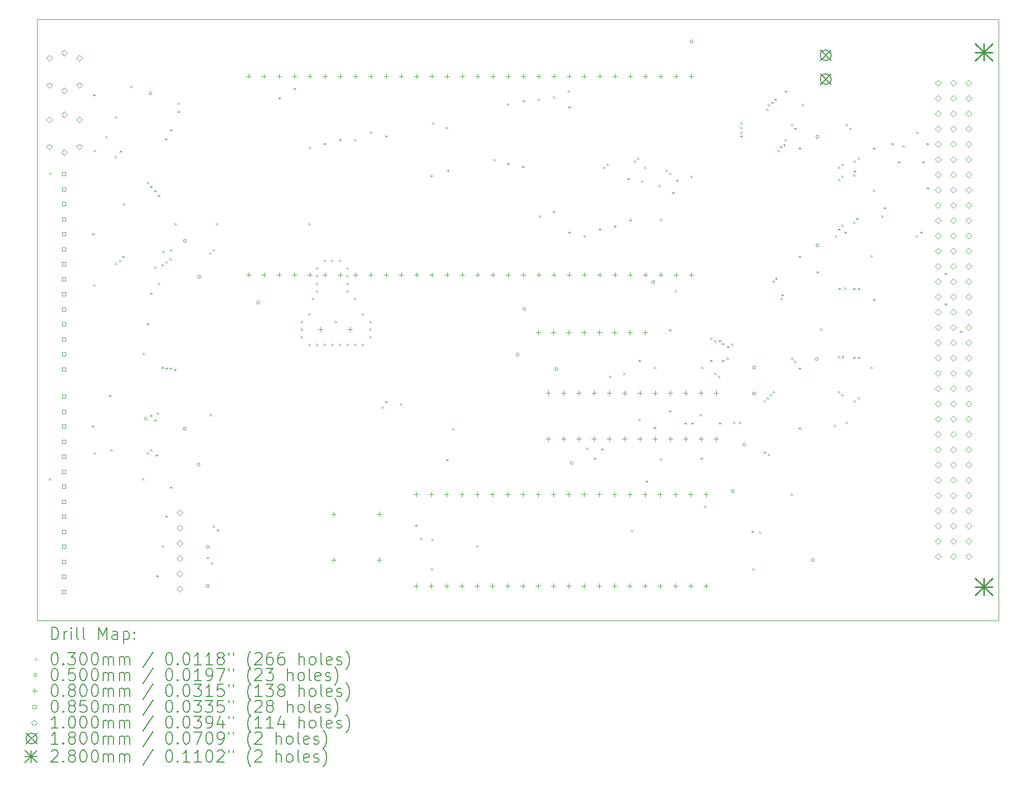
<source format=gbr>
%TF.GenerationSoftware,KiCad,Pcbnew,7.0.1*%
%TF.CreationDate,2023-08-20T11:19:07+01:00*%
%TF.ProjectId,J11HackPlus_V2,4a313148-6163-46b5-906c-75735f56322e,rev?*%
%TF.SameCoordinates,Original*%
%TF.FileFunction,Drillmap*%
%TF.FilePolarity,Positive*%
%FSLAX45Y45*%
G04 Gerber Fmt 4.5, Leading zero omitted, Abs format (unit mm)*
G04 Created by KiCad (PCBNEW 7.0.1) date 2023-08-20 11:19:07*
%MOMM*%
%LPD*%
G01*
G04 APERTURE LIST*
%ADD10C,0.100000*%
%ADD11C,0.200000*%
%ADD12C,0.030000*%
%ADD13C,0.050000*%
%ADD14C,0.080000*%
%ADD15C,0.085000*%
%ADD16C,0.180000*%
%ADD17C,0.280000*%
G04 APERTURE END LIST*
D10*
X5000000Y-5000000D02*
X21000000Y-5000000D01*
X21000000Y-15000000D01*
X5000000Y-15000000D01*
X5000000Y-5000000D01*
D11*
D12*
X5192000Y-12634200D02*
X5222000Y-12664200D01*
X5222000Y-12634200D02*
X5192000Y-12664200D01*
X5204700Y-7554200D02*
X5234700Y-7584200D01*
X5234700Y-7554200D02*
X5204700Y-7584200D01*
X5903200Y-11757900D02*
X5933200Y-11787900D01*
X5933200Y-11757900D02*
X5903200Y-11787900D01*
X5915900Y-8557500D02*
X5945900Y-8587500D01*
X5945900Y-8557500D02*
X5915900Y-8587500D01*
X5928600Y-6246100D02*
X5958600Y-6276100D01*
X5958600Y-6246100D02*
X5928600Y-6276100D01*
X5928600Y-9408400D02*
X5958600Y-9438400D01*
X5958600Y-9408400D02*
X5928600Y-9438400D01*
X5941300Y-7173200D02*
X5971300Y-7203200D01*
X5971300Y-7173200D02*
X5941300Y-7203200D01*
X5941300Y-12202400D02*
X5971300Y-12232400D01*
X5971300Y-12202400D02*
X5941300Y-12232400D01*
X6131800Y-6944600D02*
X6161800Y-6974600D01*
X6161800Y-6944600D02*
X6131800Y-6974600D01*
X6195300Y-11249900D02*
X6225300Y-11279900D01*
X6225300Y-11249900D02*
X6195300Y-11279900D01*
X6220700Y-12151600D02*
X6250700Y-12181600D01*
X6250700Y-12151600D02*
X6220700Y-12181600D01*
X6284200Y-7274800D02*
X6314200Y-7304800D01*
X6314200Y-7274800D02*
X6284200Y-7304800D01*
X6296900Y-6614400D02*
X6326900Y-6644400D01*
X6326900Y-6614400D02*
X6296900Y-6644400D01*
X6296900Y-9052800D02*
X6326900Y-9082800D01*
X6326900Y-9052800D02*
X6296900Y-9082800D01*
X6360400Y-9002000D02*
X6390400Y-9032000D01*
X6390400Y-9002000D02*
X6360400Y-9032000D01*
X6373100Y-7185900D02*
X6403100Y-7215900D01*
X6403100Y-7185900D02*
X6373100Y-7215900D01*
X6411200Y-8938500D02*
X6441200Y-8968500D01*
X6441200Y-8938500D02*
X6411200Y-8968500D01*
X6423900Y-8062200D02*
X6453900Y-8092200D01*
X6453900Y-8062200D02*
X6423900Y-8092200D01*
X6550900Y-6106400D02*
X6580900Y-6136400D01*
X6580900Y-6106400D02*
X6550900Y-6136400D01*
X6741400Y-12634200D02*
X6771400Y-12664200D01*
X6771400Y-12634200D02*
X6741400Y-12664200D01*
X6754100Y-10551400D02*
X6784100Y-10581400D01*
X6784100Y-10551400D02*
X6754100Y-10581400D01*
X6817600Y-10056100D02*
X6847600Y-10086100D01*
X6847600Y-10056100D02*
X6817600Y-10086100D01*
X6817600Y-12202400D02*
X6847600Y-12232400D01*
X6847600Y-12202400D02*
X6817600Y-12232400D01*
X6830300Y-7706600D02*
X6860300Y-7736600D01*
X6860300Y-7706600D02*
X6830300Y-7736600D01*
X6881100Y-7770100D02*
X6911100Y-7800100D01*
X6911100Y-7770100D02*
X6881100Y-7800100D01*
X6881100Y-9548100D02*
X6911100Y-9578100D01*
X6911100Y-9548100D02*
X6881100Y-9578100D01*
X6881100Y-11580100D02*
X6911100Y-11610100D01*
X6911100Y-11580100D02*
X6881100Y-11610100D01*
X6881100Y-12151600D02*
X6911100Y-12181600D01*
X6911100Y-12151600D02*
X6881100Y-12181600D01*
X6944600Y-7846300D02*
X6974600Y-7876300D01*
X6974600Y-7846300D02*
X6944600Y-7876300D01*
X6944600Y-9114300D02*
X6974600Y-9144300D01*
X6974600Y-9114300D02*
X6944600Y-9144300D01*
X6944600Y-11656300D02*
X6974600Y-11686300D01*
X6974600Y-11656300D02*
X6944600Y-11686300D01*
X6970000Y-12240500D02*
X7000000Y-12270500D01*
X7000000Y-12240500D02*
X6970000Y-12270500D01*
X6982700Y-14247100D02*
X7012700Y-14277100D01*
X7012700Y-14247100D02*
X6982700Y-14277100D01*
X6989658Y-11544000D02*
X7019658Y-11574000D01*
X7019658Y-11544000D02*
X6989658Y-11574000D01*
X7008100Y-7922500D02*
X7038100Y-7952500D01*
X7038100Y-7922500D02*
X7008100Y-7952500D01*
X7008100Y-9383000D02*
X7038100Y-9413000D01*
X7038100Y-9383000D02*
X7008100Y-9413000D01*
X7069931Y-9076200D02*
X7099931Y-9106200D01*
X7099931Y-9076200D02*
X7069931Y-9106200D01*
X7070009Y-10779676D02*
X7100009Y-10809676D01*
X7100009Y-10779676D02*
X7070009Y-10809676D01*
X7071600Y-13751800D02*
X7101600Y-13781800D01*
X7101600Y-13751800D02*
X7071600Y-13781800D01*
X7084300Y-8849600D02*
X7114300Y-8879600D01*
X7114300Y-8849600D02*
X7084300Y-8879600D01*
X7122400Y-6982700D02*
X7152400Y-7012700D01*
X7152400Y-6982700D02*
X7122400Y-7012700D01*
X7133650Y-10792652D02*
X7163650Y-10822652D01*
X7163650Y-10792652D02*
X7133650Y-10822652D01*
X7135100Y-9027400D02*
X7165100Y-9057400D01*
X7165100Y-9027400D02*
X7135100Y-9057400D01*
X7135100Y-13256500D02*
X7165100Y-13286500D01*
X7165100Y-13256500D02*
X7135100Y-13286500D01*
X7198600Y-8976600D02*
X7228600Y-9006600D01*
X7228600Y-8976600D02*
X7198600Y-9006600D01*
X7198600Y-10792700D02*
X7228600Y-10822700D01*
X7228600Y-10792700D02*
X7198600Y-10822700D01*
X7211300Y-6830300D02*
X7241300Y-6860300D01*
X7241300Y-6830300D02*
X7211300Y-6860300D01*
X7211300Y-8824200D02*
X7241300Y-8854200D01*
X7241300Y-8824200D02*
X7211300Y-8854200D01*
X7211300Y-12773900D02*
X7241300Y-12803900D01*
X7241300Y-12773900D02*
X7211300Y-12803900D01*
X7274800Y-10818100D02*
X7304800Y-10848100D01*
X7304800Y-10818100D02*
X7274800Y-10848100D01*
X7287500Y-8392400D02*
X7317500Y-8422400D01*
X7317500Y-8392400D02*
X7287500Y-8422400D01*
X7338300Y-6385800D02*
X7368300Y-6415800D01*
X7368300Y-6385800D02*
X7338300Y-6415800D01*
X7338300Y-6525500D02*
X7368300Y-6555500D01*
X7368300Y-6525500D02*
X7338300Y-6555500D01*
X7820900Y-13942300D02*
X7850900Y-13972300D01*
X7850900Y-13942300D02*
X7820900Y-13972300D01*
X7859000Y-8875000D02*
X7889000Y-8905000D01*
X7889000Y-8875000D02*
X7859000Y-8905000D01*
X7871700Y-11567400D02*
X7901700Y-11597400D01*
X7901700Y-11567400D02*
X7871700Y-11597400D01*
X7884400Y-14031200D02*
X7914400Y-14061200D01*
X7914400Y-14031200D02*
X7884400Y-14061200D01*
X7922500Y-8824200D02*
X7952500Y-8854200D01*
X7952500Y-8824200D02*
X7922500Y-8854200D01*
X7922500Y-13421600D02*
X7952500Y-13451600D01*
X7952500Y-13421600D02*
X7922500Y-13451600D01*
X7973300Y-8392400D02*
X8003300Y-8422400D01*
X8003300Y-8392400D02*
X7973300Y-8422400D01*
X7986000Y-13485100D02*
X8016000Y-13515100D01*
X8016000Y-13485100D02*
X7986000Y-13515100D01*
X9014700Y-6296900D02*
X9044700Y-6326900D01*
X9044700Y-6296900D02*
X9014700Y-6326900D01*
X9268700Y-6144500D02*
X9298700Y-6174500D01*
X9298700Y-6144500D02*
X9268700Y-6174500D01*
X9383000Y-10018000D02*
X9413000Y-10048000D01*
X9413000Y-10018000D02*
X9383000Y-10048000D01*
X9383000Y-10145000D02*
X9413000Y-10175000D01*
X9413000Y-10145000D02*
X9383000Y-10175000D01*
X9383000Y-10272000D02*
X9413000Y-10302000D01*
X9413000Y-10272000D02*
X9383000Y-10302000D01*
X9510000Y-8392400D02*
X9540000Y-8422400D01*
X9540000Y-8392400D02*
X9510000Y-8422400D01*
X9510000Y-9891000D02*
X9540000Y-9921000D01*
X9540000Y-9891000D02*
X9510000Y-9921000D01*
X9510000Y-10399000D02*
X9540000Y-10429000D01*
X9540000Y-10399000D02*
X9510000Y-10429000D01*
X9522700Y-7122400D02*
X9552700Y-7152400D01*
X9552700Y-7122400D02*
X9522700Y-7152400D01*
X9573500Y-9637000D02*
X9603500Y-9667000D01*
X9603500Y-9637000D02*
X9573500Y-9667000D01*
X9637000Y-9129000D02*
X9667000Y-9159000D01*
X9667000Y-9129000D02*
X9637000Y-9159000D01*
X9637000Y-9256000D02*
X9667000Y-9286000D01*
X9667000Y-9256000D02*
X9637000Y-9286000D01*
X9637000Y-9383000D02*
X9667000Y-9413000D01*
X9667000Y-9383000D02*
X9637000Y-9413000D01*
X9637000Y-9510000D02*
X9667000Y-9540000D01*
X9667000Y-9510000D02*
X9637000Y-9540000D01*
X9637000Y-10399000D02*
X9667000Y-10429000D01*
X9667000Y-10399000D02*
X9637000Y-10429000D01*
X9764000Y-7058900D02*
X9794000Y-7088900D01*
X9794000Y-7058900D02*
X9764000Y-7088900D01*
X9764000Y-9002000D02*
X9794000Y-9032000D01*
X9794000Y-9002000D02*
X9764000Y-9032000D01*
X9764000Y-10399000D02*
X9794000Y-10429000D01*
X9794000Y-10399000D02*
X9764000Y-10429000D01*
X9891000Y-9002000D02*
X9921000Y-9032000D01*
X9921000Y-9002000D02*
X9891000Y-9032000D01*
X9891000Y-10399000D02*
X9921000Y-10429000D01*
X9921000Y-10399000D02*
X9891000Y-10429000D01*
X9954500Y-10018000D02*
X9984500Y-10048000D01*
X9984500Y-10018000D02*
X9954500Y-10048000D01*
X10018000Y-9002000D02*
X10048000Y-9032000D01*
X10048000Y-9002000D02*
X10018000Y-9032000D01*
X10018000Y-10399000D02*
X10048000Y-10429000D01*
X10048000Y-10399000D02*
X10018000Y-10429000D01*
X10026000Y-6996584D02*
X10056000Y-7026584D01*
X10056000Y-6996584D02*
X10026000Y-7026584D01*
X10145000Y-9129000D02*
X10175000Y-9159000D01*
X10175000Y-9129000D02*
X10145000Y-9159000D01*
X10145000Y-9256000D02*
X10175000Y-9286000D01*
X10175000Y-9256000D02*
X10145000Y-9286000D01*
X10145000Y-9383000D02*
X10175000Y-9413000D01*
X10175000Y-9383000D02*
X10145000Y-9413000D01*
X10145000Y-9510000D02*
X10175000Y-9540000D01*
X10175000Y-9510000D02*
X10145000Y-9540000D01*
X10145000Y-10399000D02*
X10175000Y-10429000D01*
X10175000Y-10399000D02*
X10145000Y-10429000D01*
X10272000Y-6995600D02*
X10302000Y-7025600D01*
X10302000Y-6995600D02*
X10272000Y-7025600D01*
X10272000Y-9637000D02*
X10302000Y-9667000D01*
X10302000Y-9637000D02*
X10272000Y-9667000D01*
X10272000Y-10399000D02*
X10302000Y-10429000D01*
X10302000Y-10399000D02*
X10272000Y-10429000D01*
X10399000Y-9891000D02*
X10429000Y-9921000D01*
X10429000Y-9891000D02*
X10399000Y-9921000D01*
X10399000Y-10399000D02*
X10429000Y-10429000D01*
X10429000Y-10399000D02*
X10399000Y-10429000D01*
X10526000Y-10018000D02*
X10556000Y-10048000D01*
X10556000Y-10018000D02*
X10526000Y-10048000D01*
X10526000Y-10145000D02*
X10556000Y-10175000D01*
X10556000Y-10145000D02*
X10526000Y-10175000D01*
X10526000Y-10272000D02*
X10556000Y-10302000D01*
X10556000Y-10272000D02*
X10526000Y-10302000D01*
X10538700Y-6868400D02*
X10568700Y-6898400D01*
X10568700Y-6868400D02*
X10538700Y-6898400D01*
X10729200Y-11440400D02*
X10759200Y-11470400D01*
X10759200Y-11440400D02*
X10729200Y-11470400D01*
X10792700Y-6931900D02*
X10822700Y-6961900D01*
X10822700Y-6931900D02*
X10792700Y-6961900D01*
X10792700Y-11351500D02*
X10822700Y-11381500D01*
X10822700Y-11351500D02*
X10792700Y-11381500D01*
X11034247Y-11391600D02*
X11064247Y-11421600D01*
X11064247Y-11391600D02*
X11034247Y-11421600D01*
X11288000Y-13408900D02*
X11318000Y-13438900D01*
X11318000Y-13408900D02*
X11288000Y-13438900D01*
X11376900Y-13624800D02*
X11406900Y-13654800D01*
X11406900Y-13624800D02*
X11376900Y-13654800D01*
X11542000Y-7592300D02*
X11572000Y-7622300D01*
X11572000Y-7592300D02*
X11542000Y-7622300D01*
X11554700Y-14132800D02*
X11584700Y-14162800D01*
X11584700Y-14132800D02*
X11554700Y-14162800D01*
X11558102Y-13639500D02*
X11588102Y-13669500D01*
X11588102Y-13639500D02*
X11558102Y-13669500D01*
X11567400Y-6716000D02*
X11597400Y-6746000D01*
X11597400Y-6716000D02*
X11567400Y-6746000D01*
X11796000Y-6792200D02*
X11826000Y-6822200D01*
X11826000Y-6792200D02*
X11796000Y-6822200D01*
X11808700Y-12316700D02*
X11838700Y-12346700D01*
X11838700Y-12316700D02*
X11808700Y-12346700D01*
X11817819Y-7505400D02*
X11847819Y-7535400D01*
X11847819Y-7505400D02*
X11817819Y-7535400D01*
X11910300Y-11806700D02*
X11940300Y-11836700D01*
X11940300Y-11806700D02*
X11910300Y-11836700D01*
X12304000Y-13751800D02*
X12334000Y-13781800D01*
X12334000Y-13751800D02*
X12304000Y-13781800D01*
X12596100Y-7325600D02*
X12626100Y-7355600D01*
X12626100Y-7325600D02*
X12596100Y-7355600D01*
X12820000Y-6398500D02*
X12850000Y-6428500D01*
X12850000Y-6398500D02*
X12820000Y-6428500D01*
X12824700Y-7389100D02*
X12854700Y-7419100D01*
X12854700Y-7389100D02*
X12824700Y-7419100D01*
X13066000Y-7439900D02*
X13096000Y-7469900D01*
X13096000Y-7439900D02*
X13066000Y-7469900D01*
X13078700Y-6349700D02*
X13108700Y-6379700D01*
X13108700Y-6349700D02*
X13078700Y-6379700D01*
X13332700Y-6317050D02*
X13362700Y-6347050D01*
X13362700Y-6317050D02*
X13332700Y-6347050D01*
X13345400Y-8265400D02*
X13375400Y-8295400D01*
X13375400Y-8265400D02*
X13345400Y-8295400D01*
X13582000Y-8189200D02*
X13612000Y-8219200D01*
X13612000Y-8189200D02*
X13582000Y-8219200D01*
X13586700Y-6284400D02*
X13616700Y-6314400D01*
X13616700Y-6284400D02*
X13586700Y-6314400D01*
X13828000Y-6182600D02*
X13858000Y-6212600D01*
X13858000Y-6182600D02*
X13828000Y-6212600D01*
X13840700Y-6449300D02*
X13870700Y-6479300D01*
X13870700Y-6449300D02*
X13840700Y-6479300D01*
X13840700Y-8532100D02*
X13870700Y-8562100D01*
X13870700Y-8532100D02*
X13840700Y-8562100D01*
X14094700Y-8595600D02*
X14124700Y-8625600D01*
X14124700Y-8595600D02*
X14094700Y-8625600D01*
X14132800Y-12126200D02*
X14162800Y-12156200D01*
X14162800Y-12126200D02*
X14132800Y-12156200D01*
X14259800Y-12291300D02*
X14289800Y-12321300D01*
X14289800Y-12291300D02*
X14259800Y-12321300D01*
X14344913Y-8483300D02*
X14374913Y-8513300D01*
X14374913Y-8483300D02*
X14344913Y-8513300D01*
X14386800Y-12138900D02*
X14416800Y-12168900D01*
X14416800Y-12138900D02*
X14386800Y-12168900D01*
X14412200Y-7452600D02*
X14442200Y-7482600D01*
X14442200Y-7452600D02*
X14412200Y-7482600D01*
X14475700Y-7401800D02*
X14505700Y-7431800D01*
X14505700Y-7401800D02*
X14475700Y-7431800D01*
X14513800Y-10932400D02*
X14543800Y-10962400D01*
X14543800Y-10932400D02*
X14513800Y-10962400D01*
X14602700Y-8430500D02*
X14632700Y-8460500D01*
X14632700Y-8430500D02*
X14602700Y-8460500D01*
X14751313Y-10883600D02*
X14781313Y-10913600D01*
X14781313Y-10883600D02*
X14751313Y-10913600D01*
X14818600Y-7643100D02*
X14848600Y-7673100D01*
X14848600Y-7643100D02*
X14818600Y-7673100D01*
X14856700Y-8328900D02*
X14886700Y-8358900D01*
X14886700Y-8328900D02*
X14856700Y-8358900D01*
X14882100Y-13497800D02*
X14912100Y-13527800D01*
X14912100Y-13497800D02*
X14882100Y-13527800D01*
X14932900Y-7351000D02*
X14962900Y-7381000D01*
X14962900Y-7351000D02*
X14932900Y-7381000D01*
X14983700Y-7300200D02*
X15013700Y-7330200D01*
X15013700Y-7300200D02*
X14983700Y-7330200D01*
X15009100Y-10665700D02*
X15039100Y-10695700D01*
X15039100Y-10665700D02*
X15009100Y-10695700D01*
X15009100Y-11643600D02*
X15039100Y-11673600D01*
X15039100Y-11643600D02*
X15009100Y-11673600D01*
X15047200Y-7681200D02*
X15077200Y-7711200D01*
X15077200Y-7681200D02*
X15047200Y-7711200D01*
X15098000Y-7454600D02*
X15128000Y-7484600D01*
X15128000Y-7454600D02*
X15098000Y-7484600D01*
X15123400Y-12672300D02*
X15153400Y-12702300D01*
X15153400Y-12672300D02*
X15123400Y-12702300D01*
X15263100Y-10780000D02*
X15293100Y-10810000D01*
X15293100Y-10780000D02*
X15263100Y-10810000D01*
X15263100Y-11783300D02*
X15293100Y-11813300D01*
X15293100Y-11783300D02*
X15263100Y-11813300D01*
X15339300Y-7757400D02*
X15369300Y-7787400D01*
X15369300Y-7757400D02*
X15339300Y-7787400D01*
X15364700Y-8316200D02*
X15394700Y-8346200D01*
X15394700Y-8316200D02*
X15364700Y-8346200D01*
X15364700Y-12304000D02*
X15394700Y-12334000D01*
X15394700Y-12304000D02*
X15364700Y-12334000D01*
X15453600Y-7503400D02*
X15483600Y-7533400D01*
X15483600Y-7503400D02*
X15453600Y-7533400D01*
X15517100Y-7554200D02*
X15547100Y-7584200D01*
X15547100Y-7554200D02*
X15517100Y-7584200D01*
X15517100Y-10157700D02*
X15547100Y-10187700D01*
X15547100Y-10157700D02*
X15517100Y-10187700D01*
X15517100Y-11503900D02*
X15547100Y-11533900D01*
X15547100Y-11503900D02*
X15517100Y-11533900D01*
X15567900Y-7871700D02*
X15597900Y-7901700D01*
X15597900Y-7871700D02*
X15567900Y-7901700D01*
X15606000Y-9510000D02*
X15636000Y-9540000D01*
X15636000Y-9510000D02*
X15606000Y-9540000D01*
X15631400Y-7668500D02*
X15661400Y-7698500D01*
X15661400Y-7668500D02*
X15631400Y-7698500D01*
X15771100Y-11707100D02*
X15801100Y-11737100D01*
X15801100Y-11707100D02*
X15771100Y-11737100D01*
X15872700Y-7605000D02*
X15902700Y-7635000D01*
X15902700Y-7605000D02*
X15872700Y-7635000D01*
X15885400Y-11707100D02*
X15915400Y-11737100D01*
X15915400Y-11707100D02*
X15885400Y-11737100D01*
X16025100Y-11567400D02*
X16055100Y-11597400D01*
X16055100Y-11567400D02*
X16025100Y-11597400D01*
X16037800Y-12291300D02*
X16067800Y-12321300D01*
X16067800Y-12291300D02*
X16037800Y-12321300D01*
X16050500Y-10780000D02*
X16080500Y-10810000D01*
X16080500Y-10780000D02*
X16050500Y-10810000D01*
X16101300Y-13091400D02*
X16131300Y-13121400D01*
X16131300Y-13091400D02*
X16101300Y-13121400D01*
X16202900Y-10297400D02*
X16232900Y-10327400D01*
X16232900Y-10297400D02*
X16202900Y-10327400D01*
X16202900Y-10665700D02*
X16232900Y-10695700D01*
X16232900Y-10665700D02*
X16202900Y-10695700D01*
X16266400Y-10881600D02*
X16296400Y-10911600D01*
X16296400Y-10881600D02*
X16266400Y-10911600D01*
X16269400Y-10338500D02*
X16299400Y-10368500D01*
X16299400Y-10338500D02*
X16269400Y-10368500D01*
X16329900Y-10932400D02*
X16359900Y-10962400D01*
X16359900Y-10932400D02*
X16329900Y-10962400D01*
X16342600Y-10335500D02*
X16372600Y-10365500D01*
X16372600Y-10335500D02*
X16342600Y-10365500D01*
X16342600Y-11707100D02*
X16372600Y-11737100D01*
X16372600Y-11707100D02*
X16342600Y-11737100D01*
X16393400Y-10386300D02*
X16423400Y-10416300D01*
X16423400Y-10386300D02*
X16393400Y-10416300D01*
X16393400Y-10665700D02*
X16423400Y-10695700D01*
X16423400Y-10665700D02*
X16393400Y-10695700D01*
X16469600Y-10627600D02*
X16499600Y-10657600D01*
X16499600Y-10627600D02*
X16469600Y-10657600D01*
X16482300Y-10437100D02*
X16512300Y-10467100D01*
X16512300Y-10437100D02*
X16482300Y-10467100D01*
X16545800Y-10399000D02*
X16575800Y-10429000D01*
X16575800Y-10399000D02*
X16545800Y-10429000D01*
X16583900Y-11694400D02*
X16613900Y-11724400D01*
X16613900Y-11694400D02*
X16583900Y-11724400D01*
X16672800Y-11694400D02*
X16702800Y-11724400D01*
X16702800Y-11694400D02*
X16672800Y-11724400D01*
X16698161Y-6866950D02*
X16728161Y-6896950D01*
X16728161Y-6866950D02*
X16698161Y-6896950D01*
X16698200Y-6716000D02*
X16728200Y-6746000D01*
X16728200Y-6716000D02*
X16698200Y-6746000D01*
X16698200Y-6792200D02*
X16728200Y-6822200D01*
X16728200Y-6792200D02*
X16698200Y-6822200D01*
X16698200Y-6931900D02*
X16728200Y-6961900D01*
X16728200Y-6931900D02*
X16698200Y-6961900D01*
X16888700Y-13510500D02*
X16918700Y-13540500D01*
X16918700Y-13510500D02*
X16888700Y-13540500D01*
X16901400Y-14132800D02*
X16931400Y-14162800D01*
X16931400Y-14132800D02*
X16901400Y-14162800D01*
X17015700Y-13523200D02*
X17045700Y-13553200D01*
X17045700Y-13523200D02*
X17015700Y-13553200D01*
X17091900Y-11338800D02*
X17121900Y-11368800D01*
X17121900Y-11338800D02*
X17091900Y-11368800D01*
X17091900Y-12189700D02*
X17121900Y-12219700D01*
X17121900Y-12189700D02*
X17091900Y-12219700D01*
X17130000Y-6487400D02*
X17160000Y-6517400D01*
X17160000Y-6487400D02*
X17130000Y-6517400D01*
X17142700Y-11288000D02*
X17172700Y-11318000D01*
X17172700Y-11288000D02*
X17142700Y-11318000D01*
X17155400Y-6411200D02*
X17185400Y-6441200D01*
X17185400Y-6411200D02*
X17155400Y-6441200D01*
X17155400Y-12227800D02*
X17185400Y-12257800D01*
X17185400Y-12227800D02*
X17155400Y-12257800D01*
X17193500Y-11237200D02*
X17223500Y-11267200D01*
X17223500Y-11237200D02*
X17193500Y-11267200D01*
X17218900Y-6373100D02*
X17248900Y-6403100D01*
X17248900Y-6373100D02*
X17218900Y-6403100D01*
X17236850Y-9344900D02*
X17266850Y-9374900D01*
X17266850Y-9344900D02*
X17236850Y-9374900D01*
X17244300Y-11186400D02*
X17274300Y-11216400D01*
X17274300Y-11186400D02*
X17244300Y-11216400D01*
X17269700Y-6322300D02*
X17299700Y-6352300D01*
X17299700Y-6322300D02*
X17269700Y-6352300D01*
X17280122Y-9296464D02*
X17310122Y-9326464D01*
X17310122Y-9296464D02*
X17280122Y-9326464D01*
X17320500Y-7173200D02*
X17350500Y-7203200D01*
X17350500Y-7173200D02*
X17320500Y-7203200D01*
X17358600Y-7109700D02*
X17388600Y-7139700D01*
X17388600Y-7109700D02*
X17358600Y-7139700D01*
X17371300Y-9637000D02*
X17401300Y-9667000D01*
X17401300Y-9637000D02*
X17371300Y-9667000D01*
X17384038Y-9573311D02*
X17414038Y-9603311D01*
X17414038Y-9573311D02*
X17384038Y-9603311D01*
X17416563Y-7080395D02*
X17446563Y-7110395D01*
X17446563Y-7080395D02*
X17416563Y-7110395D01*
X17436800Y-6995400D02*
X17466800Y-7025400D01*
X17466800Y-6995400D02*
X17436800Y-7025400D01*
X17447500Y-6186800D02*
X17477500Y-6216800D01*
X17477500Y-6186800D02*
X17447500Y-6216800D01*
X17536400Y-12888200D02*
X17566400Y-12918200D01*
X17566400Y-12888200D02*
X17536400Y-12918200D01*
X17549100Y-6741400D02*
X17579100Y-6771400D01*
X17579100Y-6741400D02*
X17549100Y-6771400D01*
X17549100Y-10627600D02*
X17579100Y-10657600D01*
X17579100Y-10627600D02*
X17549100Y-10657600D01*
X17599900Y-6804900D02*
X17629900Y-6834900D01*
X17629900Y-6804900D02*
X17599900Y-6834900D01*
X17599900Y-10678400D02*
X17629900Y-10708400D01*
X17629900Y-10678400D02*
X17599900Y-10708400D01*
X17676100Y-7135100D02*
X17706100Y-7165100D01*
X17706100Y-7135100D02*
X17676100Y-7165100D01*
X17676100Y-8938500D02*
X17706100Y-8968500D01*
X17706100Y-8938500D02*
X17676100Y-8968500D01*
X17676100Y-10792700D02*
X17706100Y-10822700D01*
X17706100Y-10792700D02*
X17676100Y-10822700D01*
X17676100Y-11794000D02*
X17706100Y-11824000D01*
X17706100Y-11794000D02*
X17676100Y-11824000D01*
X17726900Y-6411200D02*
X17756900Y-6441200D01*
X17756900Y-6411200D02*
X17726900Y-6441200D01*
X17968200Y-9192500D02*
X17998200Y-9222500D01*
X17998200Y-9192500D02*
X17968200Y-9222500D01*
X18031700Y-10145000D02*
X18061700Y-10175000D01*
X18061700Y-10145000D02*
X18031700Y-10175000D01*
X18260300Y-11745200D02*
X18290300Y-11775200D01*
X18290300Y-11745200D02*
X18260300Y-11775200D01*
X18273000Y-8595600D02*
X18303000Y-8625600D01*
X18303000Y-8595600D02*
X18273000Y-8625600D01*
X18323800Y-7452600D02*
X18353800Y-7482600D01*
X18353800Y-7452600D02*
X18323800Y-7482600D01*
X18323800Y-7655800D02*
X18353800Y-7685800D01*
X18353800Y-7655800D02*
X18323800Y-7685800D01*
X18323800Y-8481300D02*
X18353800Y-8511300D01*
X18353800Y-8481300D02*
X18323800Y-8511300D01*
X18323800Y-10602200D02*
X18353800Y-10632200D01*
X18353800Y-10602200D02*
X18323800Y-10632200D01*
X18323800Y-11186400D02*
X18353800Y-11216400D01*
X18353800Y-11186400D02*
X18323800Y-11216400D01*
X18336500Y-9471900D02*
X18366500Y-9501900D01*
X18366500Y-9471900D02*
X18336500Y-9501900D01*
X18387300Y-7401800D02*
X18417300Y-7431800D01*
X18417300Y-7401800D02*
X18387300Y-7431800D01*
X18387300Y-7605000D02*
X18417300Y-7635000D01*
X18417300Y-7605000D02*
X18387300Y-7635000D01*
X18387300Y-8417800D02*
X18417300Y-8447800D01*
X18417300Y-8417800D02*
X18387300Y-8447800D01*
X18387300Y-11237200D02*
X18417300Y-11267200D01*
X18417300Y-11237200D02*
X18387300Y-11267200D01*
X18388750Y-10602200D02*
X18418750Y-10632200D01*
X18418750Y-10602200D02*
X18388750Y-10632200D01*
X18425400Y-9459200D02*
X18455400Y-9489200D01*
X18455400Y-9459200D02*
X18425400Y-9489200D01*
X18438100Y-8532100D02*
X18468100Y-8562100D01*
X18468100Y-8532100D02*
X18438100Y-8562100D01*
X18450800Y-6741400D02*
X18480800Y-6771400D01*
X18480800Y-6741400D02*
X18450800Y-6771400D01*
X18450800Y-11694400D02*
X18480800Y-11724400D01*
X18480800Y-11694400D02*
X18450800Y-11724400D01*
X18517500Y-6804900D02*
X18547500Y-6834900D01*
X18547500Y-6804900D02*
X18517500Y-6834900D01*
X18577800Y-7579600D02*
X18607800Y-7609600D01*
X18607800Y-7579600D02*
X18577800Y-7609600D01*
X18577800Y-8367000D02*
X18607800Y-8397000D01*
X18607800Y-8367000D02*
X18577800Y-8397000D01*
X18577800Y-9471900D02*
X18607800Y-9501900D01*
X18607800Y-9471900D02*
X18577800Y-9501900D01*
X18577800Y-10614900D02*
X18607800Y-10644900D01*
X18607800Y-10614900D02*
X18577800Y-10644900D01*
X18590500Y-7351000D02*
X18620500Y-7381000D01*
X18620500Y-7351000D02*
X18590500Y-7381000D01*
X18590500Y-11338800D02*
X18620500Y-11368800D01*
X18620500Y-11338800D02*
X18590500Y-11368800D01*
X18590538Y-7515911D02*
X18620538Y-7545911D01*
X18620538Y-7515911D02*
X18590538Y-7545911D01*
X18630469Y-8305369D02*
X18660469Y-8335369D01*
X18660469Y-8305369D02*
X18630469Y-8335369D01*
X18654000Y-7300200D02*
X18684000Y-7330200D01*
X18684000Y-7300200D02*
X18654000Y-7330200D01*
X18654000Y-9471900D02*
X18684000Y-9501900D01*
X18684000Y-9471900D02*
X18654000Y-9501900D01*
X18654000Y-10614900D02*
X18684000Y-10644900D01*
X18684000Y-10614900D02*
X18654000Y-10644900D01*
X18654000Y-11288000D02*
X18684000Y-11318000D01*
X18684000Y-11288000D02*
X18654000Y-11318000D01*
X18869900Y-8925800D02*
X18899900Y-8955800D01*
X18899900Y-8925800D02*
X18869900Y-8955800D01*
X18869900Y-10780000D02*
X18899900Y-10810000D01*
X18899900Y-10780000D02*
X18869900Y-10810000D01*
X18908000Y-7135100D02*
X18938000Y-7165100D01*
X18938000Y-7135100D02*
X18908000Y-7165100D01*
X18908000Y-7833600D02*
X18938000Y-7863600D01*
X18938000Y-7833600D02*
X18908000Y-7863600D01*
X18908000Y-9649700D02*
X18938000Y-9679700D01*
X18938000Y-9649700D02*
X18908000Y-9679700D01*
X19047700Y-8265400D02*
X19077700Y-8295400D01*
X19077700Y-8265400D02*
X19047700Y-8295400D01*
X19085800Y-8125700D02*
X19115800Y-8155700D01*
X19115800Y-8125700D02*
X19085800Y-8155700D01*
X19212800Y-7058900D02*
X19242800Y-7088900D01*
X19242800Y-7058900D02*
X19212800Y-7088900D01*
X19327100Y-7363700D02*
X19357100Y-7393700D01*
X19357100Y-7363700D02*
X19327100Y-7393700D01*
X19403300Y-7097000D02*
X19433300Y-7127000D01*
X19433300Y-7097000D02*
X19403300Y-7127000D01*
X19619200Y-8595600D02*
X19649200Y-8625600D01*
X19649200Y-8595600D02*
X19619200Y-8625600D01*
X19631900Y-6868400D02*
X19661900Y-6898400D01*
X19661900Y-6868400D02*
X19631900Y-6898400D01*
X19695400Y-8532100D02*
X19725400Y-8562100D01*
X19725400Y-8532100D02*
X19695400Y-8562100D01*
X19733500Y-7363700D02*
X19763500Y-7393700D01*
X19763500Y-7363700D02*
X19733500Y-7393700D01*
X19797000Y-7058900D02*
X19827000Y-7088900D01*
X19827000Y-7058900D02*
X19797000Y-7088900D01*
X19809700Y-7795500D02*
X19839700Y-7825500D01*
X19839700Y-7795500D02*
X19809700Y-7825500D01*
X20101800Y-9217900D02*
X20131800Y-9247900D01*
X20131800Y-9217900D02*
X20101800Y-9247900D01*
X20101800Y-9725900D02*
X20131800Y-9755900D01*
X20131800Y-9725900D02*
X20101800Y-9755900D01*
X20355800Y-10183100D02*
X20385800Y-10213100D01*
X20385800Y-10183100D02*
X20355800Y-10213100D01*
D13*
X6832200Y-11645900D02*
G75*
G03*
X6832200Y-11645900I-25000J0D01*
G01*
X6908400Y-6235700D02*
G75*
G03*
X6908400Y-6235700I-25000J0D01*
G01*
X7479900Y-8686800D02*
G75*
G03*
X7479900Y-8686800I-25000J0D01*
G01*
X7479900Y-11811000D02*
G75*
G03*
X7479900Y-11811000I-25000J0D01*
G01*
X7708500Y-12407900D02*
G75*
G03*
X7708500Y-12407900I-25000J0D01*
G01*
X7721200Y-9283700D02*
G75*
G03*
X7721200Y-9283700I-25000J0D01*
G01*
X7860900Y-13779500D02*
G75*
G03*
X7860900Y-13779500I-25000J0D01*
G01*
X7860900Y-14427200D02*
G75*
G03*
X7860900Y-14427200I-25000J0D01*
G01*
X8699100Y-9715500D02*
G75*
G03*
X8699100Y-9715500I-25000J0D01*
G01*
X13017100Y-10579100D02*
G75*
G03*
X13017100Y-10579100I-25000J0D01*
G01*
X13131400Y-9817100D02*
G75*
G03*
X13131400Y-9817100I-25000J0D01*
G01*
X13664800Y-10820400D02*
G75*
G03*
X13664800Y-10820400I-25000J0D01*
G01*
X13918800Y-12382500D02*
G75*
G03*
X13918800Y-12382500I-25000J0D01*
G01*
X15277700Y-9372600D02*
G75*
G03*
X15277700Y-9372600I-25000J0D01*
G01*
X15912700Y-5372100D02*
G75*
G03*
X15912700Y-5372100I-25000J0D01*
G01*
X16598500Y-12852400D02*
G75*
G03*
X16598500Y-12852400I-25000J0D01*
G01*
X16789000Y-12077700D02*
G75*
G03*
X16789000Y-12077700I-25000J0D01*
G01*
X16954100Y-10795000D02*
G75*
G03*
X16954100Y-10795000I-25000J0D01*
G01*
X16954100Y-11226800D02*
G75*
G03*
X16954100Y-11226800I-25000J0D01*
G01*
X17932000Y-13995400D02*
G75*
G03*
X17932000Y-13995400I-25000J0D01*
G01*
X17995500Y-10655300D02*
G75*
G03*
X17995500Y-10655300I-25000J0D01*
G01*
X18008200Y-6959600D02*
G75*
G03*
X18008200Y-6959600I-25000J0D01*
G01*
X18008200Y-8763000D02*
G75*
G03*
X18008200Y-8763000I-25000J0D01*
G01*
D14*
X8517000Y-5909000D02*
X8517000Y-5989000D01*
X8477000Y-5949000D02*
X8557000Y-5949000D01*
X8517000Y-9211000D02*
X8517000Y-9291000D01*
X8477000Y-9251000D02*
X8557000Y-9251000D01*
X8771000Y-5909000D02*
X8771000Y-5989000D01*
X8731000Y-5949000D02*
X8811000Y-5949000D01*
X8771000Y-9211000D02*
X8771000Y-9291000D01*
X8731000Y-9251000D02*
X8811000Y-9251000D01*
X9025000Y-5909000D02*
X9025000Y-5989000D01*
X8985000Y-5949000D02*
X9065000Y-5949000D01*
X9025000Y-9211000D02*
X9025000Y-9291000D01*
X8985000Y-9251000D02*
X9065000Y-9251000D01*
X9279000Y-5909000D02*
X9279000Y-5989000D01*
X9239000Y-5949000D02*
X9319000Y-5949000D01*
X9279000Y-9211000D02*
X9279000Y-9291000D01*
X9239000Y-9251000D02*
X9319000Y-9251000D01*
X9533000Y-5909000D02*
X9533000Y-5989000D01*
X9493000Y-5949000D02*
X9573000Y-5949000D01*
X9533000Y-9211000D02*
X9533000Y-9291000D01*
X9493000Y-9251000D02*
X9573000Y-9251000D01*
X9711800Y-10120000D02*
X9711800Y-10200000D01*
X9671800Y-10160000D02*
X9751800Y-10160000D01*
X9787000Y-5909000D02*
X9787000Y-5989000D01*
X9747000Y-5949000D02*
X9827000Y-5949000D01*
X9787000Y-9211000D02*
X9787000Y-9291000D01*
X9747000Y-9251000D02*
X9827000Y-9251000D01*
X9931400Y-13193400D02*
X9931400Y-13273400D01*
X9891400Y-13233400D02*
X9971400Y-13233400D01*
X9931400Y-13955400D02*
X9931400Y-14035400D01*
X9891400Y-13995400D02*
X9971400Y-13995400D01*
X10041000Y-5909000D02*
X10041000Y-5989000D01*
X10001000Y-5949000D02*
X10081000Y-5949000D01*
X10041000Y-9211000D02*
X10041000Y-9291000D01*
X10001000Y-9251000D02*
X10081000Y-9251000D01*
X10201800Y-10120000D02*
X10201800Y-10200000D01*
X10161800Y-10160000D02*
X10241800Y-10160000D01*
X10295000Y-5909000D02*
X10295000Y-5989000D01*
X10255000Y-5949000D02*
X10335000Y-5949000D01*
X10295000Y-9211000D02*
X10295000Y-9291000D01*
X10255000Y-9251000D02*
X10335000Y-9251000D01*
X10549000Y-5909000D02*
X10549000Y-5989000D01*
X10509000Y-5949000D02*
X10589000Y-5949000D01*
X10549000Y-9211000D02*
X10549000Y-9291000D01*
X10509000Y-9251000D02*
X10589000Y-9251000D01*
X10693400Y-13193400D02*
X10693400Y-13273400D01*
X10653400Y-13233400D02*
X10733400Y-13233400D01*
X10693400Y-13955400D02*
X10693400Y-14035400D01*
X10653400Y-13995400D02*
X10733400Y-13995400D01*
X10803000Y-5909000D02*
X10803000Y-5989000D01*
X10763000Y-5949000D02*
X10843000Y-5949000D01*
X10803000Y-9211000D02*
X10803000Y-9291000D01*
X10763000Y-9251000D02*
X10843000Y-9251000D01*
X11057000Y-5909000D02*
X11057000Y-5989000D01*
X11017000Y-5949000D02*
X11097000Y-5949000D01*
X11057000Y-9211000D02*
X11057000Y-9291000D01*
X11017000Y-9251000D02*
X11097000Y-9251000D01*
X11302500Y-12862700D02*
X11302500Y-12942700D01*
X11262500Y-12902700D02*
X11342500Y-12902700D01*
X11302500Y-14386700D02*
X11302500Y-14466700D01*
X11262500Y-14426700D02*
X11342500Y-14426700D01*
X11311000Y-5909000D02*
X11311000Y-5989000D01*
X11271000Y-5949000D02*
X11351000Y-5949000D01*
X11311000Y-9211000D02*
X11311000Y-9291000D01*
X11271000Y-9251000D02*
X11351000Y-9251000D01*
X11556500Y-12862700D02*
X11556500Y-12942700D01*
X11516500Y-12902700D02*
X11596500Y-12902700D01*
X11556500Y-14386700D02*
X11556500Y-14466700D01*
X11516500Y-14426700D02*
X11596500Y-14426700D01*
X11565000Y-5909000D02*
X11565000Y-5989000D01*
X11525000Y-5949000D02*
X11605000Y-5949000D01*
X11565000Y-9211000D02*
X11565000Y-9291000D01*
X11525000Y-9251000D02*
X11605000Y-9251000D01*
X11810500Y-12862700D02*
X11810500Y-12942700D01*
X11770500Y-12902700D02*
X11850500Y-12902700D01*
X11810500Y-14386700D02*
X11810500Y-14466700D01*
X11770500Y-14426700D02*
X11850500Y-14426700D01*
X11819000Y-5909000D02*
X11819000Y-5989000D01*
X11779000Y-5949000D02*
X11859000Y-5949000D01*
X11819000Y-9211000D02*
X11819000Y-9291000D01*
X11779000Y-9251000D02*
X11859000Y-9251000D01*
X12064500Y-12862700D02*
X12064500Y-12942700D01*
X12024500Y-12902700D02*
X12104500Y-12902700D01*
X12064500Y-14386700D02*
X12064500Y-14466700D01*
X12024500Y-14426700D02*
X12104500Y-14426700D01*
X12073000Y-5909000D02*
X12073000Y-5989000D01*
X12033000Y-5949000D02*
X12113000Y-5949000D01*
X12073000Y-9211000D02*
X12073000Y-9291000D01*
X12033000Y-9251000D02*
X12113000Y-9251000D01*
X12318500Y-12862700D02*
X12318500Y-12942700D01*
X12278500Y-12902700D02*
X12358500Y-12902700D01*
X12318500Y-14386700D02*
X12318500Y-14466700D01*
X12278500Y-14426700D02*
X12358500Y-14426700D01*
X12327000Y-5909000D02*
X12327000Y-5989000D01*
X12287000Y-5949000D02*
X12367000Y-5949000D01*
X12327000Y-9211000D02*
X12327000Y-9291000D01*
X12287000Y-9251000D02*
X12367000Y-9251000D01*
X12572500Y-12862700D02*
X12572500Y-12942700D01*
X12532500Y-12902700D02*
X12612500Y-12902700D01*
X12572500Y-14386700D02*
X12572500Y-14466700D01*
X12532500Y-14426700D02*
X12612500Y-14426700D01*
X12581000Y-5909000D02*
X12581000Y-5989000D01*
X12541000Y-5949000D02*
X12621000Y-5949000D01*
X12581000Y-9211000D02*
X12581000Y-9291000D01*
X12541000Y-9251000D02*
X12621000Y-9251000D01*
X12826500Y-12862700D02*
X12826500Y-12942700D01*
X12786500Y-12902700D02*
X12866500Y-12902700D01*
X12826500Y-14386700D02*
X12826500Y-14466700D01*
X12786500Y-14426700D02*
X12866500Y-14426700D01*
X12835000Y-5909000D02*
X12835000Y-5989000D01*
X12795000Y-5949000D02*
X12875000Y-5949000D01*
X12835000Y-9211000D02*
X12835000Y-9291000D01*
X12795000Y-9251000D02*
X12875000Y-9251000D01*
X13080500Y-12862700D02*
X13080500Y-12942700D01*
X13040500Y-12902700D02*
X13120500Y-12902700D01*
X13080500Y-14386700D02*
X13080500Y-14466700D01*
X13040500Y-14426700D02*
X13120500Y-14426700D01*
X13089000Y-5909000D02*
X13089000Y-5989000D01*
X13049000Y-5949000D02*
X13129000Y-5949000D01*
X13089000Y-9211000D02*
X13089000Y-9291000D01*
X13049000Y-9251000D02*
X13129000Y-9251000D01*
X13334500Y-12862700D02*
X13334500Y-12942700D01*
X13294500Y-12902700D02*
X13374500Y-12902700D01*
X13334500Y-14386700D02*
X13334500Y-14466700D01*
X13294500Y-14426700D02*
X13374500Y-14426700D01*
X13336000Y-10170800D02*
X13336000Y-10250800D01*
X13296000Y-10210800D02*
X13376000Y-10210800D01*
X13343000Y-5909000D02*
X13343000Y-5989000D01*
X13303000Y-5949000D02*
X13383000Y-5949000D01*
X13343000Y-9211000D02*
X13343000Y-9291000D01*
X13303000Y-9251000D02*
X13383000Y-9251000D01*
X13503500Y-11180000D02*
X13503500Y-11260000D01*
X13463500Y-11220000D02*
X13543500Y-11220000D01*
X13503500Y-11942000D02*
X13503500Y-12022000D01*
X13463500Y-11982000D02*
X13543500Y-11982000D01*
X13588500Y-12862700D02*
X13588500Y-12942700D01*
X13548500Y-12902700D02*
X13628500Y-12902700D01*
X13588500Y-14386700D02*
X13588500Y-14466700D01*
X13548500Y-14426700D02*
X13628500Y-14426700D01*
X13590000Y-10170800D02*
X13590000Y-10250800D01*
X13550000Y-10210800D02*
X13630000Y-10210800D01*
X13597000Y-5909000D02*
X13597000Y-5989000D01*
X13557000Y-5949000D02*
X13637000Y-5949000D01*
X13597000Y-9211000D02*
X13597000Y-9291000D01*
X13557000Y-9251000D02*
X13637000Y-9251000D01*
X13757500Y-11180000D02*
X13757500Y-11260000D01*
X13717500Y-11220000D02*
X13797500Y-11220000D01*
X13757500Y-11942000D02*
X13757500Y-12022000D01*
X13717500Y-11982000D02*
X13797500Y-11982000D01*
X13842500Y-12862700D02*
X13842500Y-12942700D01*
X13802500Y-12902700D02*
X13882500Y-12902700D01*
X13842500Y-14386700D02*
X13842500Y-14466700D01*
X13802500Y-14426700D02*
X13882500Y-14426700D01*
X13844000Y-10170800D02*
X13844000Y-10250800D01*
X13804000Y-10210800D02*
X13884000Y-10210800D01*
X13851000Y-5909000D02*
X13851000Y-5989000D01*
X13811000Y-5949000D02*
X13891000Y-5949000D01*
X13851000Y-9211000D02*
X13851000Y-9291000D01*
X13811000Y-9251000D02*
X13891000Y-9251000D01*
X14011500Y-11180000D02*
X14011500Y-11260000D01*
X13971500Y-11220000D02*
X14051500Y-11220000D01*
X14011500Y-11942000D02*
X14011500Y-12022000D01*
X13971500Y-11982000D02*
X14051500Y-11982000D01*
X14096500Y-12862700D02*
X14096500Y-12942700D01*
X14056500Y-12902700D02*
X14136500Y-12902700D01*
X14096500Y-14386700D02*
X14096500Y-14466700D01*
X14056500Y-14426700D02*
X14136500Y-14426700D01*
X14098000Y-10170800D02*
X14098000Y-10250800D01*
X14058000Y-10210800D02*
X14138000Y-10210800D01*
X14105000Y-5909000D02*
X14105000Y-5989000D01*
X14065000Y-5949000D02*
X14145000Y-5949000D01*
X14105000Y-9211000D02*
X14105000Y-9291000D01*
X14065000Y-9251000D02*
X14145000Y-9251000D01*
X14265500Y-11180000D02*
X14265500Y-11260000D01*
X14225500Y-11220000D02*
X14305500Y-11220000D01*
X14265500Y-11942000D02*
X14265500Y-12022000D01*
X14225500Y-11982000D02*
X14305500Y-11982000D01*
X14350500Y-12862700D02*
X14350500Y-12942700D01*
X14310500Y-12902700D02*
X14390500Y-12902700D01*
X14350500Y-14386700D02*
X14350500Y-14466700D01*
X14310500Y-14426700D02*
X14390500Y-14426700D01*
X14352000Y-10170800D02*
X14352000Y-10250800D01*
X14312000Y-10210800D02*
X14392000Y-10210800D01*
X14359000Y-5909000D02*
X14359000Y-5989000D01*
X14319000Y-5949000D02*
X14399000Y-5949000D01*
X14359000Y-9211000D02*
X14359000Y-9291000D01*
X14319000Y-9251000D02*
X14399000Y-9251000D01*
X14519500Y-11180000D02*
X14519500Y-11260000D01*
X14479500Y-11220000D02*
X14559500Y-11220000D01*
X14519500Y-11942000D02*
X14519500Y-12022000D01*
X14479500Y-11982000D02*
X14559500Y-11982000D01*
X14604500Y-12862700D02*
X14604500Y-12942700D01*
X14564500Y-12902700D02*
X14644500Y-12902700D01*
X14604500Y-14386700D02*
X14604500Y-14466700D01*
X14564500Y-14426700D02*
X14644500Y-14426700D01*
X14606000Y-10170800D02*
X14606000Y-10250800D01*
X14566000Y-10210800D02*
X14646000Y-10210800D01*
X14613000Y-5909000D02*
X14613000Y-5989000D01*
X14573000Y-5949000D02*
X14653000Y-5949000D01*
X14613000Y-9211000D02*
X14613000Y-9291000D01*
X14573000Y-9251000D02*
X14653000Y-9251000D01*
X14773500Y-11180000D02*
X14773500Y-11260000D01*
X14733500Y-11220000D02*
X14813500Y-11220000D01*
X14773500Y-11942000D02*
X14773500Y-12022000D01*
X14733500Y-11982000D02*
X14813500Y-11982000D01*
X14858500Y-12862700D02*
X14858500Y-12942700D01*
X14818500Y-12902700D02*
X14898500Y-12902700D01*
X14858500Y-14386700D02*
X14858500Y-14466700D01*
X14818500Y-14426700D02*
X14898500Y-14426700D01*
X14860000Y-10170800D02*
X14860000Y-10250800D01*
X14820000Y-10210800D02*
X14900000Y-10210800D01*
X14867000Y-5909000D02*
X14867000Y-5989000D01*
X14827000Y-5949000D02*
X14907000Y-5949000D01*
X14867000Y-9211000D02*
X14867000Y-9291000D01*
X14827000Y-9251000D02*
X14907000Y-9251000D01*
X15027500Y-11180000D02*
X15027500Y-11260000D01*
X14987500Y-11220000D02*
X15067500Y-11220000D01*
X15027500Y-11942000D02*
X15027500Y-12022000D01*
X14987500Y-11982000D02*
X15067500Y-11982000D01*
X15112500Y-12862700D02*
X15112500Y-12942700D01*
X15072500Y-12902700D02*
X15152500Y-12902700D01*
X15112500Y-14386700D02*
X15112500Y-14466700D01*
X15072500Y-14426700D02*
X15152500Y-14426700D01*
X15114000Y-10170800D02*
X15114000Y-10250800D01*
X15074000Y-10210800D02*
X15154000Y-10210800D01*
X15121000Y-5909000D02*
X15121000Y-5989000D01*
X15081000Y-5949000D02*
X15161000Y-5949000D01*
X15121000Y-9211000D02*
X15121000Y-9291000D01*
X15081000Y-9251000D02*
X15161000Y-9251000D01*
X15281500Y-11180000D02*
X15281500Y-11260000D01*
X15241500Y-11220000D02*
X15321500Y-11220000D01*
X15281500Y-11942000D02*
X15281500Y-12022000D01*
X15241500Y-11982000D02*
X15321500Y-11982000D01*
X15366500Y-12862700D02*
X15366500Y-12942700D01*
X15326500Y-12902700D02*
X15406500Y-12902700D01*
X15366500Y-14386700D02*
X15366500Y-14466700D01*
X15326500Y-14426700D02*
X15406500Y-14426700D01*
X15375000Y-5909000D02*
X15375000Y-5989000D01*
X15335000Y-5949000D02*
X15415000Y-5949000D01*
X15375000Y-9211000D02*
X15375000Y-9291000D01*
X15335000Y-9251000D02*
X15415000Y-9251000D01*
X15535500Y-11180000D02*
X15535500Y-11260000D01*
X15495500Y-11220000D02*
X15575500Y-11220000D01*
X15535500Y-11942000D02*
X15535500Y-12022000D01*
X15495500Y-11982000D02*
X15575500Y-11982000D01*
X15620500Y-12862700D02*
X15620500Y-12942700D01*
X15580500Y-12902700D02*
X15660500Y-12902700D01*
X15620500Y-14386700D02*
X15620500Y-14466700D01*
X15580500Y-14426700D02*
X15660500Y-14426700D01*
X15629000Y-5909000D02*
X15629000Y-5989000D01*
X15589000Y-5949000D02*
X15669000Y-5949000D01*
X15629000Y-9211000D02*
X15629000Y-9291000D01*
X15589000Y-9251000D02*
X15669000Y-9251000D01*
X15789500Y-11180000D02*
X15789500Y-11260000D01*
X15749500Y-11220000D02*
X15829500Y-11220000D01*
X15789500Y-11942000D02*
X15789500Y-12022000D01*
X15749500Y-11982000D02*
X15829500Y-11982000D01*
X15874500Y-12862700D02*
X15874500Y-12942700D01*
X15834500Y-12902700D02*
X15914500Y-12902700D01*
X15874500Y-14386700D02*
X15874500Y-14466700D01*
X15834500Y-14426700D02*
X15914500Y-14426700D01*
X15883000Y-5909000D02*
X15883000Y-5989000D01*
X15843000Y-5949000D02*
X15923000Y-5949000D01*
X15883000Y-9211000D02*
X15883000Y-9291000D01*
X15843000Y-9251000D02*
X15923000Y-9251000D01*
X16043500Y-11180000D02*
X16043500Y-11260000D01*
X16003500Y-11220000D02*
X16083500Y-11220000D01*
X16043500Y-11942000D02*
X16043500Y-12022000D01*
X16003500Y-11982000D02*
X16083500Y-11982000D01*
X16128500Y-12862700D02*
X16128500Y-12942700D01*
X16088500Y-12902700D02*
X16168500Y-12902700D01*
X16128500Y-14386700D02*
X16128500Y-14466700D01*
X16088500Y-14426700D02*
X16168500Y-14426700D01*
X16297500Y-11180000D02*
X16297500Y-11260000D01*
X16257500Y-11220000D02*
X16337500Y-11220000D01*
X16297500Y-11942000D02*
X16297500Y-12022000D01*
X16257500Y-11982000D02*
X16337500Y-11982000D01*
D15*
X5475052Y-7603052D02*
X5475052Y-7542948D01*
X5414948Y-7542948D01*
X5414948Y-7603052D01*
X5475052Y-7603052D01*
X5475052Y-7857052D02*
X5475052Y-7796948D01*
X5414948Y-7796948D01*
X5414948Y-7857052D01*
X5475052Y-7857052D01*
X5475052Y-8103052D02*
X5475052Y-8042948D01*
X5414948Y-8042948D01*
X5414948Y-8103052D01*
X5475052Y-8103052D01*
X5475052Y-8357052D02*
X5475052Y-8296948D01*
X5414948Y-8296948D01*
X5414948Y-8357052D01*
X5475052Y-8357052D01*
X5475052Y-8603052D02*
X5475052Y-8542948D01*
X5414948Y-8542948D01*
X5414948Y-8603052D01*
X5475052Y-8603052D01*
X5475052Y-8857052D02*
X5475052Y-8796948D01*
X5414948Y-8796948D01*
X5414948Y-8857052D01*
X5475052Y-8857052D01*
X5475052Y-9103052D02*
X5475052Y-9042948D01*
X5414948Y-9042948D01*
X5414948Y-9103052D01*
X5475052Y-9103052D01*
X5475052Y-9357052D02*
X5475052Y-9296948D01*
X5414948Y-9296948D01*
X5414948Y-9357052D01*
X5475052Y-9357052D01*
X5475052Y-9603052D02*
X5475052Y-9542948D01*
X5414948Y-9542948D01*
X5414948Y-9603052D01*
X5475052Y-9603052D01*
X5475052Y-9857052D02*
X5475052Y-9796948D01*
X5414948Y-9796948D01*
X5414948Y-9857052D01*
X5475052Y-9857052D01*
X5475052Y-10103052D02*
X5475052Y-10042948D01*
X5414948Y-10042948D01*
X5414948Y-10103052D01*
X5475052Y-10103052D01*
X5475052Y-10357052D02*
X5475052Y-10296948D01*
X5414948Y-10296948D01*
X5414948Y-10357052D01*
X5475052Y-10357052D01*
X5475052Y-10603052D02*
X5475052Y-10542948D01*
X5414948Y-10542948D01*
X5414948Y-10603052D01*
X5475052Y-10603052D01*
X5475052Y-10857052D02*
X5475052Y-10796948D01*
X5414948Y-10796948D01*
X5414948Y-10857052D01*
X5475052Y-10857052D01*
X5475052Y-11303052D02*
X5475052Y-11242948D01*
X5414948Y-11242948D01*
X5414948Y-11303052D01*
X5475052Y-11303052D01*
X5475052Y-11557052D02*
X5475052Y-11496948D01*
X5414948Y-11496948D01*
X5414948Y-11557052D01*
X5475052Y-11557052D01*
X5475052Y-11803052D02*
X5475052Y-11742948D01*
X5414948Y-11742948D01*
X5414948Y-11803052D01*
X5475052Y-11803052D01*
X5475052Y-12057052D02*
X5475052Y-11996948D01*
X5414948Y-11996948D01*
X5414948Y-12057052D01*
X5475052Y-12057052D01*
X5475052Y-12303052D02*
X5475052Y-12242948D01*
X5414948Y-12242948D01*
X5414948Y-12303052D01*
X5475052Y-12303052D01*
X5475052Y-12557052D02*
X5475052Y-12496948D01*
X5414948Y-12496948D01*
X5414948Y-12557052D01*
X5475052Y-12557052D01*
X5475052Y-12803052D02*
X5475052Y-12742948D01*
X5414948Y-12742948D01*
X5414948Y-12803052D01*
X5475052Y-12803052D01*
X5475052Y-13057052D02*
X5475052Y-12996948D01*
X5414948Y-12996948D01*
X5414948Y-13057052D01*
X5475052Y-13057052D01*
X5475052Y-13303052D02*
X5475052Y-13242948D01*
X5414948Y-13242948D01*
X5414948Y-13303052D01*
X5475052Y-13303052D01*
X5475052Y-13557052D02*
X5475052Y-13496948D01*
X5414948Y-13496948D01*
X5414948Y-13557052D01*
X5475052Y-13557052D01*
X5475052Y-13803052D02*
X5475052Y-13742948D01*
X5414948Y-13742948D01*
X5414948Y-13803052D01*
X5475052Y-13803052D01*
X5475052Y-14057052D02*
X5475052Y-13996948D01*
X5414948Y-13996948D01*
X5414948Y-14057052D01*
X5475052Y-14057052D01*
X5475052Y-14303052D02*
X5475052Y-14242948D01*
X5414948Y-14242948D01*
X5414948Y-14303052D01*
X5475052Y-14303052D01*
X5475052Y-14557052D02*
X5475052Y-14496948D01*
X5414948Y-14496948D01*
X5414948Y-14557052D01*
X5475052Y-14557052D01*
D10*
X5200000Y-5700000D02*
X5250000Y-5650000D01*
X5200000Y-5600000D01*
X5150000Y-5650000D01*
X5200000Y-5700000D01*
X5200000Y-6150000D02*
X5250000Y-6100000D01*
X5200000Y-6050000D01*
X5150000Y-6100000D01*
X5200000Y-6150000D01*
X5200000Y-6725000D02*
X5250000Y-6675000D01*
X5200000Y-6625000D01*
X5150000Y-6675000D01*
X5200000Y-6725000D01*
X5200000Y-7175000D02*
X5250000Y-7125000D01*
X5200000Y-7075000D01*
X5150000Y-7125000D01*
X5200000Y-7175000D01*
X5450000Y-5610000D02*
X5500000Y-5560000D01*
X5450000Y-5510000D01*
X5400000Y-5560000D01*
X5450000Y-5610000D01*
X5450000Y-6240000D02*
X5500000Y-6190000D01*
X5450000Y-6140000D01*
X5400000Y-6190000D01*
X5450000Y-6240000D01*
X5450000Y-6635000D02*
X5500000Y-6585000D01*
X5450000Y-6535000D01*
X5400000Y-6585000D01*
X5450000Y-6635000D01*
X5450000Y-7265000D02*
X5500000Y-7215000D01*
X5450000Y-7165000D01*
X5400000Y-7215000D01*
X5450000Y-7265000D01*
X5700000Y-5700000D02*
X5750000Y-5650000D01*
X5700000Y-5600000D01*
X5650000Y-5650000D01*
X5700000Y-5700000D01*
X5700000Y-6150000D02*
X5750000Y-6100000D01*
X5700000Y-6050000D01*
X5650000Y-6100000D01*
X5700000Y-6150000D01*
X5700000Y-6725000D02*
X5750000Y-6675000D01*
X5700000Y-6625000D01*
X5650000Y-6675000D01*
X5700000Y-6725000D01*
X5700000Y-7175000D02*
X5750000Y-7125000D01*
X5700000Y-7075000D01*
X5650000Y-7125000D01*
X5700000Y-7175000D01*
X7366000Y-13258000D02*
X7416000Y-13208000D01*
X7366000Y-13158000D01*
X7316000Y-13208000D01*
X7366000Y-13258000D01*
X7366000Y-13512000D02*
X7416000Y-13462000D01*
X7366000Y-13412000D01*
X7316000Y-13462000D01*
X7366000Y-13512000D01*
X7366000Y-13766000D02*
X7416000Y-13716000D01*
X7366000Y-13666000D01*
X7316000Y-13716000D01*
X7366000Y-13766000D01*
X7366000Y-14020000D02*
X7416000Y-13970000D01*
X7366000Y-13920000D01*
X7316000Y-13970000D01*
X7366000Y-14020000D01*
X7366000Y-14274000D02*
X7416000Y-14224000D01*
X7366000Y-14174000D01*
X7316000Y-14224000D01*
X7366000Y-14274000D01*
X7366000Y-14528000D02*
X7416000Y-14478000D01*
X7366000Y-14428000D01*
X7316000Y-14478000D01*
X7366000Y-14528000D01*
X19992000Y-6110000D02*
X20042000Y-6060000D01*
X19992000Y-6010000D01*
X19942000Y-6060000D01*
X19992000Y-6110000D01*
X19992000Y-6364000D02*
X20042000Y-6314000D01*
X19992000Y-6264000D01*
X19942000Y-6314000D01*
X19992000Y-6364000D01*
X19992000Y-6618000D02*
X20042000Y-6568000D01*
X19992000Y-6518000D01*
X19942000Y-6568000D01*
X19992000Y-6618000D01*
X19992000Y-6872000D02*
X20042000Y-6822000D01*
X19992000Y-6772000D01*
X19942000Y-6822000D01*
X19992000Y-6872000D01*
X19992000Y-7126000D02*
X20042000Y-7076000D01*
X19992000Y-7026000D01*
X19942000Y-7076000D01*
X19992000Y-7126000D01*
X19992000Y-7380000D02*
X20042000Y-7330000D01*
X19992000Y-7280000D01*
X19942000Y-7330000D01*
X19992000Y-7380000D01*
X19992000Y-7634000D02*
X20042000Y-7584000D01*
X19992000Y-7534000D01*
X19942000Y-7584000D01*
X19992000Y-7634000D01*
X19992000Y-7888000D02*
X20042000Y-7838000D01*
X19992000Y-7788000D01*
X19942000Y-7838000D01*
X19992000Y-7888000D01*
X19992000Y-8142000D02*
X20042000Y-8092000D01*
X19992000Y-8042000D01*
X19942000Y-8092000D01*
X19992000Y-8142000D01*
X19992000Y-8396000D02*
X20042000Y-8346000D01*
X19992000Y-8296000D01*
X19942000Y-8346000D01*
X19992000Y-8396000D01*
X19992000Y-8650000D02*
X20042000Y-8600000D01*
X19992000Y-8550000D01*
X19942000Y-8600000D01*
X19992000Y-8650000D01*
X19992000Y-8904000D02*
X20042000Y-8854000D01*
X19992000Y-8804000D01*
X19942000Y-8854000D01*
X19992000Y-8904000D01*
X19992000Y-9158000D02*
X20042000Y-9108000D01*
X19992000Y-9058000D01*
X19942000Y-9108000D01*
X19992000Y-9158000D01*
X19992000Y-9412000D02*
X20042000Y-9362000D01*
X19992000Y-9312000D01*
X19942000Y-9362000D01*
X19992000Y-9412000D01*
X19992000Y-9666000D02*
X20042000Y-9616000D01*
X19992000Y-9566000D01*
X19942000Y-9616000D01*
X19992000Y-9666000D01*
X19992000Y-9920000D02*
X20042000Y-9870000D01*
X19992000Y-9820000D01*
X19942000Y-9870000D01*
X19992000Y-9920000D01*
X19992000Y-10174000D02*
X20042000Y-10124000D01*
X19992000Y-10074000D01*
X19942000Y-10124000D01*
X19992000Y-10174000D01*
X19992000Y-10428000D02*
X20042000Y-10378000D01*
X19992000Y-10328000D01*
X19942000Y-10378000D01*
X19992000Y-10428000D01*
X19992000Y-10682000D02*
X20042000Y-10632000D01*
X19992000Y-10582000D01*
X19942000Y-10632000D01*
X19992000Y-10682000D01*
X19992000Y-10936000D02*
X20042000Y-10886000D01*
X19992000Y-10836000D01*
X19942000Y-10886000D01*
X19992000Y-10936000D01*
X19992000Y-11190000D02*
X20042000Y-11140000D01*
X19992000Y-11090000D01*
X19942000Y-11140000D01*
X19992000Y-11190000D01*
X19992000Y-11444000D02*
X20042000Y-11394000D01*
X19992000Y-11344000D01*
X19942000Y-11394000D01*
X19992000Y-11444000D01*
X19992000Y-11698000D02*
X20042000Y-11648000D01*
X19992000Y-11598000D01*
X19942000Y-11648000D01*
X19992000Y-11698000D01*
X19992000Y-11952000D02*
X20042000Y-11902000D01*
X19992000Y-11852000D01*
X19942000Y-11902000D01*
X19992000Y-11952000D01*
X19992000Y-12206000D02*
X20042000Y-12156000D01*
X19992000Y-12106000D01*
X19942000Y-12156000D01*
X19992000Y-12206000D01*
X19992000Y-12460000D02*
X20042000Y-12410000D01*
X19992000Y-12360000D01*
X19942000Y-12410000D01*
X19992000Y-12460000D01*
X19992000Y-12714000D02*
X20042000Y-12664000D01*
X19992000Y-12614000D01*
X19942000Y-12664000D01*
X19992000Y-12714000D01*
X19992000Y-12968000D02*
X20042000Y-12918000D01*
X19992000Y-12868000D01*
X19942000Y-12918000D01*
X19992000Y-12968000D01*
X19992000Y-13222000D02*
X20042000Y-13172000D01*
X19992000Y-13122000D01*
X19942000Y-13172000D01*
X19992000Y-13222000D01*
X19992000Y-13476000D02*
X20042000Y-13426000D01*
X19992000Y-13376000D01*
X19942000Y-13426000D01*
X19992000Y-13476000D01*
X19992000Y-13730000D02*
X20042000Y-13680000D01*
X19992000Y-13630000D01*
X19942000Y-13680000D01*
X19992000Y-13730000D01*
X19992000Y-13984000D02*
X20042000Y-13934000D01*
X19992000Y-13884000D01*
X19942000Y-13934000D01*
X19992000Y-13984000D01*
X20246000Y-6110000D02*
X20296000Y-6060000D01*
X20246000Y-6010000D01*
X20196000Y-6060000D01*
X20246000Y-6110000D01*
X20246000Y-6364000D02*
X20296000Y-6314000D01*
X20246000Y-6264000D01*
X20196000Y-6314000D01*
X20246000Y-6364000D01*
X20246000Y-6618000D02*
X20296000Y-6568000D01*
X20246000Y-6518000D01*
X20196000Y-6568000D01*
X20246000Y-6618000D01*
X20246000Y-6872000D02*
X20296000Y-6822000D01*
X20246000Y-6772000D01*
X20196000Y-6822000D01*
X20246000Y-6872000D01*
X20246000Y-7126000D02*
X20296000Y-7076000D01*
X20246000Y-7026000D01*
X20196000Y-7076000D01*
X20246000Y-7126000D01*
X20246000Y-7380000D02*
X20296000Y-7330000D01*
X20246000Y-7280000D01*
X20196000Y-7330000D01*
X20246000Y-7380000D01*
X20246000Y-7634000D02*
X20296000Y-7584000D01*
X20246000Y-7534000D01*
X20196000Y-7584000D01*
X20246000Y-7634000D01*
X20246000Y-7888000D02*
X20296000Y-7838000D01*
X20246000Y-7788000D01*
X20196000Y-7838000D01*
X20246000Y-7888000D01*
X20246000Y-8142000D02*
X20296000Y-8092000D01*
X20246000Y-8042000D01*
X20196000Y-8092000D01*
X20246000Y-8142000D01*
X20246000Y-8396000D02*
X20296000Y-8346000D01*
X20246000Y-8296000D01*
X20196000Y-8346000D01*
X20246000Y-8396000D01*
X20246000Y-8650000D02*
X20296000Y-8600000D01*
X20246000Y-8550000D01*
X20196000Y-8600000D01*
X20246000Y-8650000D01*
X20246000Y-8904000D02*
X20296000Y-8854000D01*
X20246000Y-8804000D01*
X20196000Y-8854000D01*
X20246000Y-8904000D01*
X20246000Y-9158000D02*
X20296000Y-9108000D01*
X20246000Y-9058000D01*
X20196000Y-9108000D01*
X20246000Y-9158000D01*
X20246000Y-9412000D02*
X20296000Y-9362000D01*
X20246000Y-9312000D01*
X20196000Y-9362000D01*
X20246000Y-9412000D01*
X20246000Y-9666000D02*
X20296000Y-9616000D01*
X20246000Y-9566000D01*
X20196000Y-9616000D01*
X20246000Y-9666000D01*
X20246000Y-9920000D02*
X20296000Y-9870000D01*
X20246000Y-9820000D01*
X20196000Y-9870000D01*
X20246000Y-9920000D01*
X20246000Y-10174000D02*
X20296000Y-10124000D01*
X20246000Y-10074000D01*
X20196000Y-10124000D01*
X20246000Y-10174000D01*
X20246000Y-10428000D02*
X20296000Y-10378000D01*
X20246000Y-10328000D01*
X20196000Y-10378000D01*
X20246000Y-10428000D01*
X20246000Y-10682000D02*
X20296000Y-10632000D01*
X20246000Y-10582000D01*
X20196000Y-10632000D01*
X20246000Y-10682000D01*
X20246000Y-10936000D02*
X20296000Y-10886000D01*
X20246000Y-10836000D01*
X20196000Y-10886000D01*
X20246000Y-10936000D01*
X20246000Y-11190000D02*
X20296000Y-11140000D01*
X20246000Y-11090000D01*
X20196000Y-11140000D01*
X20246000Y-11190000D01*
X20246000Y-11444000D02*
X20296000Y-11394000D01*
X20246000Y-11344000D01*
X20196000Y-11394000D01*
X20246000Y-11444000D01*
X20246000Y-11698000D02*
X20296000Y-11648000D01*
X20246000Y-11598000D01*
X20196000Y-11648000D01*
X20246000Y-11698000D01*
X20246000Y-11952000D02*
X20296000Y-11902000D01*
X20246000Y-11852000D01*
X20196000Y-11902000D01*
X20246000Y-11952000D01*
X20246000Y-12206000D02*
X20296000Y-12156000D01*
X20246000Y-12106000D01*
X20196000Y-12156000D01*
X20246000Y-12206000D01*
X20246000Y-12460000D02*
X20296000Y-12410000D01*
X20246000Y-12360000D01*
X20196000Y-12410000D01*
X20246000Y-12460000D01*
X20246000Y-12714000D02*
X20296000Y-12664000D01*
X20246000Y-12614000D01*
X20196000Y-12664000D01*
X20246000Y-12714000D01*
X20246000Y-12968000D02*
X20296000Y-12918000D01*
X20246000Y-12868000D01*
X20196000Y-12918000D01*
X20246000Y-12968000D01*
X20246000Y-13222000D02*
X20296000Y-13172000D01*
X20246000Y-13122000D01*
X20196000Y-13172000D01*
X20246000Y-13222000D01*
X20246000Y-13476000D02*
X20296000Y-13426000D01*
X20246000Y-13376000D01*
X20196000Y-13426000D01*
X20246000Y-13476000D01*
X20246000Y-13730000D02*
X20296000Y-13680000D01*
X20246000Y-13630000D01*
X20196000Y-13680000D01*
X20246000Y-13730000D01*
X20246000Y-13984000D02*
X20296000Y-13934000D01*
X20246000Y-13884000D01*
X20196000Y-13934000D01*
X20246000Y-13984000D01*
X20500000Y-6110000D02*
X20550000Y-6060000D01*
X20500000Y-6010000D01*
X20450000Y-6060000D01*
X20500000Y-6110000D01*
X20500000Y-6364000D02*
X20550000Y-6314000D01*
X20500000Y-6264000D01*
X20450000Y-6314000D01*
X20500000Y-6364000D01*
X20500000Y-6618000D02*
X20550000Y-6568000D01*
X20500000Y-6518000D01*
X20450000Y-6568000D01*
X20500000Y-6618000D01*
X20500000Y-6872000D02*
X20550000Y-6822000D01*
X20500000Y-6772000D01*
X20450000Y-6822000D01*
X20500000Y-6872000D01*
X20500000Y-7126000D02*
X20550000Y-7076000D01*
X20500000Y-7026000D01*
X20450000Y-7076000D01*
X20500000Y-7126000D01*
X20500000Y-7380000D02*
X20550000Y-7330000D01*
X20500000Y-7280000D01*
X20450000Y-7330000D01*
X20500000Y-7380000D01*
X20500000Y-7634000D02*
X20550000Y-7584000D01*
X20500000Y-7534000D01*
X20450000Y-7584000D01*
X20500000Y-7634000D01*
X20500000Y-7888000D02*
X20550000Y-7838000D01*
X20500000Y-7788000D01*
X20450000Y-7838000D01*
X20500000Y-7888000D01*
X20500000Y-8142000D02*
X20550000Y-8092000D01*
X20500000Y-8042000D01*
X20450000Y-8092000D01*
X20500000Y-8142000D01*
X20500000Y-8396000D02*
X20550000Y-8346000D01*
X20500000Y-8296000D01*
X20450000Y-8346000D01*
X20500000Y-8396000D01*
X20500000Y-8650000D02*
X20550000Y-8600000D01*
X20500000Y-8550000D01*
X20450000Y-8600000D01*
X20500000Y-8650000D01*
X20500000Y-8904000D02*
X20550000Y-8854000D01*
X20500000Y-8804000D01*
X20450000Y-8854000D01*
X20500000Y-8904000D01*
X20500000Y-9158000D02*
X20550000Y-9108000D01*
X20500000Y-9058000D01*
X20450000Y-9108000D01*
X20500000Y-9158000D01*
X20500000Y-9412000D02*
X20550000Y-9362000D01*
X20500000Y-9312000D01*
X20450000Y-9362000D01*
X20500000Y-9412000D01*
X20500000Y-9666000D02*
X20550000Y-9616000D01*
X20500000Y-9566000D01*
X20450000Y-9616000D01*
X20500000Y-9666000D01*
X20500000Y-9920000D02*
X20550000Y-9870000D01*
X20500000Y-9820000D01*
X20450000Y-9870000D01*
X20500000Y-9920000D01*
X20500000Y-10174000D02*
X20550000Y-10124000D01*
X20500000Y-10074000D01*
X20450000Y-10124000D01*
X20500000Y-10174000D01*
X20500000Y-10428000D02*
X20550000Y-10378000D01*
X20500000Y-10328000D01*
X20450000Y-10378000D01*
X20500000Y-10428000D01*
X20500000Y-10682000D02*
X20550000Y-10632000D01*
X20500000Y-10582000D01*
X20450000Y-10632000D01*
X20500000Y-10682000D01*
X20500000Y-10936000D02*
X20550000Y-10886000D01*
X20500000Y-10836000D01*
X20450000Y-10886000D01*
X20500000Y-10936000D01*
X20500000Y-11190000D02*
X20550000Y-11140000D01*
X20500000Y-11090000D01*
X20450000Y-11140000D01*
X20500000Y-11190000D01*
X20500000Y-11444000D02*
X20550000Y-11394000D01*
X20500000Y-11344000D01*
X20450000Y-11394000D01*
X20500000Y-11444000D01*
X20500000Y-11698000D02*
X20550000Y-11648000D01*
X20500000Y-11598000D01*
X20450000Y-11648000D01*
X20500000Y-11698000D01*
X20500000Y-11952000D02*
X20550000Y-11902000D01*
X20500000Y-11852000D01*
X20450000Y-11902000D01*
X20500000Y-11952000D01*
X20500000Y-12206000D02*
X20550000Y-12156000D01*
X20500000Y-12106000D01*
X20450000Y-12156000D01*
X20500000Y-12206000D01*
X20500000Y-12460000D02*
X20550000Y-12410000D01*
X20500000Y-12360000D01*
X20450000Y-12410000D01*
X20500000Y-12460000D01*
X20500000Y-12714000D02*
X20550000Y-12664000D01*
X20500000Y-12614000D01*
X20450000Y-12664000D01*
X20500000Y-12714000D01*
X20500000Y-12968000D02*
X20550000Y-12918000D01*
X20500000Y-12868000D01*
X20450000Y-12918000D01*
X20500000Y-12968000D01*
X20500000Y-13222000D02*
X20550000Y-13172000D01*
X20500000Y-13122000D01*
X20450000Y-13172000D01*
X20500000Y-13222000D01*
X20500000Y-13476000D02*
X20550000Y-13426000D01*
X20500000Y-13376000D01*
X20450000Y-13426000D01*
X20500000Y-13476000D01*
X20500000Y-13730000D02*
X20550000Y-13680000D01*
X20500000Y-13630000D01*
X20450000Y-13680000D01*
X20500000Y-13730000D01*
X20500000Y-13984000D02*
X20550000Y-13934000D01*
X20500000Y-13884000D01*
X20450000Y-13934000D01*
X20500000Y-13984000D01*
D16*
X18032500Y-5512000D02*
X18212500Y-5692000D01*
X18212500Y-5512000D02*
X18032500Y-5692000D01*
X18212500Y-5602000D02*
G75*
G03*
X18212500Y-5602000I-90000J0D01*
G01*
X18032500Y-5908000D02*
X18212500Y-6088000D01*
X18212500Y-5908000D02*
X18032500Y-6088000D01*
X18212500Y-5998000D02*
G75*
G03*
X18212500Y-5998000I-90000J0D01*
G01*
D17*
X20614000Y-5412000D02*
X20894000Y-5692000D01*
X20894000Y-5412000D02*
X20614000Y-5692000D01*
X20754000Y-5412000D02*
X20754000Y-5692000D01*
X20614000Y-5552000D02*
X20894000Y-5552000D01*
X20614000Y-14302000D02*
X20894000Y-14582000D01*
X20894000Y-14302000D02*
X20614000Y-14582000D01*
X20754000Y-14302000D02*
X20754000Y-14582000D01*
X20614000Y-14442000D02*
X20894000Y-14442000D01*
D11*
X5242619Y-15317524D02*
X5242619Y-15117524D01*
X5242619Y-15117524D02*
X5290238Y-15117524D01*
X5290238Y-15117524D02*
X5318810Y-15127048D01*
X5318810Y-15127048D02*
X5337857Y-15146095D01*
X5337857Y-15146095D02*
X5347381Y-15165143D01*
X5347381Y-15165143D02*
X5356905Y-15203238D01*
X5356905Y-15203238D02*
X5356905Y-15231809D01*
X5356905Y-15231809D02*
X5347381Y-15269905D01*
X5347381Y-15269905D02*
X5337857Y-15288952D01*
X5337857Y-15288952D02*
X5318810Y-15308000D01*
X5318810Y-15308000D02*
X5290238Y-15317524D01*
X5290238Y-15317524D02*
X5242619Y-15317524D01*
X5442619Y-15317524D02*
X5442619Y-15184190D01*
X5442619Y-15222286D02*
X5452143Y-15203238D01*
X5452143Y-15203238D02*
X5461667Y-15193714D01*
X5461667Y-15193714D02*
X5480714Y-15184190D01*
X5480714Y-15184190D02*
X5499762Y-15184190D01*
X5566429Y-15317524D02*
X5566429Y-15184190D01*
X5566429Y-15117524D02*
X5556905Y-15127048D01*
X5556905Y-15127048D02*
X5566429Y-15136571D01*
X5566429Y-15136571D02*
X5575952Y-15127048D01*
X5575952Y-15127048D02*
X5566429Y-15117524D01*
X5566429Y-15117524D02*
X5566429Y-15136571D01*
X5690238Y-15317524D02*
X5671190Y-15308000D01*
X5671190Y-15308000D02*
X5661667Y-15288952D01*
X5661667Y-15288952D02*
X5661667Y-15117524D01*
X5795000Y-15317524D02*
X5775952Y-15308000D01*
X5775952Y-15308000D02*
X5766428Y-15288952D01*
X5766428Y-15288952D02*
X5766428Y-15117524D01*
X6023571Y-15317524D02*
X6023571Y-15117524D01*
X6023571Y-15117524D02*
X6090238Y-15260381D01*
X6090238Y-15260381D02*
X6156905Y-15117524D01*
X6156905Y-15117524D02*
X6156905Y-15317524D01*
X6337857Y-15317524D02*
X6337857Y-15212762D01*
X6337857Y-15212762D02*
X6328333Y-15193714D01*
X6328333Y-15193714D02*
X6309286Y-15184190D01*
X6309286Y-15184190D02*
X6271190Y-15184190D01*
X6271190Y-15184190D02*
X6252143Y-15193714D01*
X6337857Y-15308000D02*
X6318809Y-15317524D01*
X6318809Y-15317524D02*
X6271190Y-15317524D01*
X6271190Y-15317524D02*
X6252143Y-15308000D01*
X6252143Y-15308000D02*
X6242619Y-15288952D01*
X6242619Y-15288952D02*
X6242619Y-15269905D01*
X6242619Y-15269905D02*
X6252143Y-15250857D01*
X6252143Y-15250857D02*
X6271190Y-15241333D01*
X6271190Y-15241333D02*
X6318809Y-15241333D01*
X6318809Y-15241333D02*
X6337857Y-15231809D01*
X6433095Y-15184190D02*
X6433095Y-15384190D01*
X6433095Y-15193714D02*
X6452143Y-15184190D01*
X6452143Y-15184190D02*
X6490238Y-15184190D01*
X6490238Y-15184190D02*
X6509286Y-15193714D01*
X6509286Y-15193714D02*
X6518809Y-15203238D01*
X6518809Y-15203238D02*
X6528333Y-15222286D01*
X6528333Y-15222286D02*
X6528333Y-15279428D01*
X6528333Y-15279428D02*
X6518809Y-15298476D01*
X6518809Y-15298476D02*
X6509286Y-15308000D01*
X6509286Y-15308000D02*
X6490238Y-15317524D01*
X6490238Y-15317524D02*
X6452143Y-15317524D01*
X6452143Y-15317524D02*
X6433095Y-15308000D01*
X6614048Y-15298476D02*
X6623571Y-15308000D01*
X6623571Y-15308000D02*
X6614048Y-15317524D01*
X6614048Y-15317524D02*
X6604524Y-15308000D01*
X6604524Y-15308000D02*
X6614048Y-15298476D01*
X6614048Y-15298476D02*
X6614048Y-15317524D01*
X6614048Y-15193714D02*
X6623571Y-15203238D01*
X6623571Y-15203238D02*
X6614048Y-15212762D01*
X6614048Y-15212762D02*
X6604524Y-15203238D01*
X6604524Y-15203238D02*
X6614048Y-15193714D01*
X6614048Y-15193714D02*
X6614048Y-15212762D01*
D12*
X4965000Y-15630000D02*
X4995000Y-15660000D01*
X4995000Y-15630000D02*
X4965000Y-15660000D01*
D11*
X5280714Y-15537524D02*
X5299762Y-15537524D01*
X5299762Y-15537524D02*
X5318810Y-15547048D01*
X5318810Y-15547048D02*
X5328333Y-15556571D01*
X5328333Y-15556571D02*
X5337857Y-15575619D01*
X5337857Y-15575619D02*
X5347381Y-15613714D01*
X5347381Y-15613714D02*
X5347381Y-15661333D01*
X5347381Y-15661333D02*
X5337857Y-15699428D01*
X5337857Y-15699428D02*
X5328333Y-15718476D01*
X5328333Y-15718476D02*
X5318810Y-15728000D01*
X5318810Y-15728000D02*
X5299762Y-15737524D01*
X5299762Y-15737524D02*
X5280714Y-15737524D01*
X5280714Y-15737524D02*
X5261667Y-15728000D01*
X5261667Y-15728000D02*
X5252143Y-15718476D01*
X5252143Y-15718476D02*
X5242619Y-15699428D01*
X5242619Y-15699428D02*
X5233095Y-15661333D01*
X5233095Y-15661333D02*
X5233095Y-15613714D01*
X5233095Y-15613714D02*
X5242619Y-15575619D01*
X5242619Y-15575619D02*
X5252143Y-15556571D01*
X5252143Y-15556571D02*
X5261667Y-15547048D01*
X5261667Y-15547048D02*
X5280714Y-15537524D01*
X5433095Y-15718476D02*
X5442619Y-15728000D01*
X5442619Y-15728000D02*
X5433095Y-15737524D01*
X5433095Y-15737524D02*
X5423571Y-15728000D01*
X5423571Y-15728000D02*
X5433095Y-15718476D01*
X5433095Y-15718476D02*
X5433095Y-15737524D01*
X5509286Y-15537524D02*
X5633095Y-15537524D01*
X5633095Y-15537524D02*
X5566429Y-15613714D01*
X5566429Y-15613714D02*
X5595000Y-15613714D01*
X5595000Y-15613714D02*
X5614048Y-15623238D01*
X5614048Y-15623238D02*
X5623571Y-15632762D01*
X5623571Y-15632762D02*
X5633095Y-15651809D01*
X5633095Y-15651809D02*
X5633095Y-15699428D01*
X5633095Y-15699428D02*
X5623571Y-15718476D01*
X5623571Y-15718476D02*
X5614048Y-15728000D01*
X5614048Y-15728000D02*
X5595000Y-15737524D01*
X5595000Y-15737524D02*
X5537857Y-15737524D01*
X5537857Y-15737524D02*
X5518810Y-15728000D01*
X5518810Y-15728000D02*
X5509286Y-15718476D01*
X5756905Y-15537524D02*
X5775952Y-15537524D01*
X5775952Y-15537524D02*
X5795000Y-15547048D01*
X5795000Y-15547048D02*
X5804524Y-15556571D01*
X5804524Y-15556571D02*
X5814048Y-15575619D01*
X5814048Y-15575619D02*
X5823571Y-15613714D01*
X5823571Y-15613714D02*
X5823571Y-15661333D01*
X5823571Y-15661333D02*
X5814048Y-15699428D01*
X5814048Y-15699428D02*
X5804524Y-15718476D01*
X5804524Y-15718476D02*
X5795000Y-15728000D01*
X5795000Y-15728000D02*
X5775952Y-15737524D01*
X5775952Y-15737524D02*
X5756905Y-15737524D01*
X5756905Y-15737524D02*
X5737857Y-15728000D01*
X5737857Y-15728000D02*
X5728333Y-15718476D01*
X5728333Y-15718476D02*
X5718809Y-15699428D01*
X5718809Y-15699428D02*
X5709286Y-15661333D01*
X5709286Y-15661333D02*
X5709286Y-15613714D01*
X5709286Y-15613714D02*
X5718809Y-15575619D01*
X5718809Y-15575619D02*
X5728333Y-15556571D01*
X5728333Y-15556571D02*
X5737857Y-15547048D01*
X5737857Y-15547048D02*
X5756905Y-15537524D01*
X5947381Y-15537524D02*
X5966429Y-15537524D01*
X5966429Y-15537524D02*
X5985476Y-15547048D01*
X5985476Y-15547048D02*
X5995000Y-15556571D01*
X5995000Y-15556571D02*
X6004524Y-15575619D01*
X6004524Y-15575619D02*
X6014048Y-15613714D01*
X6014048Y-15613714D02*
X6014048Y-15661333D01*
X6014048Y-15661333D02*
X6004524Y-15699428D01*
X6004524Y-15699428D02*
X5995000Y-15718476D01*
X5995000Y-15718476D02*
X5985476Y-15728000D01*
X5985476Y-15728000D02*
X5966429Y-15737524D01*
X5966429Y-15737524D02*
X5947381Y-15737524D01*
X5947381Y-15737524D02*
X5928333Y-15728000D01*
X5928333Y-15728000D02*
X5918809Y-15718476D01*
X5918809Y-15718476D02*
X5909286Y-15699428D01*
X5909286Y-15699428D02*
X5899762Y-15661333D01*
X5899762Y-15661333D02*
X5899762Y-15613714D01*
X5899762Y-15613714D02*
X5909286Y-15575619D01*
X5909286Y-15575619D02*
X5918809Y-15556571D01*
X5918809Y-15556571D02*
X5928333Y-15547048D01*
X5928333Y-15547048D02*
X5947381Y-15537524D01*
X6099762Y-15737524D02*
X6099762Y-15604190D01*
X6099762Y-15623238D02*
X6109286Y-15613714D01*
X6109286Y-15613714D02*
X6128333Y-15604190D01*
X6128333Y-15604190D02*
X6156905Y-15604190D01*
X6156905Y-15604190D02*
X6175952Y-15613714D01*
X6175952Y-15613714D02*
X6185476Y-15632762D01*
X6185476Y-15632762D02*
X6185476Y-15737524D01*
X6185476Y-15632762D02*
X6195000Y-15613714D01*
X6195000Y-15613714D02*
X6214048Y-15604190D01*
X6214048Y-15604190D02*
X6242619Y-15604190D01*
X6242619Y-15604190D02*
X6261667Y-15613714D01*
X6261667Y-15613714D02*
X6271190Y-15632762D01*
X6271190Y-15632762D02*
X6271190Y-15737524D01*
X6366429Y-15737524D02*
X6366429Y-15604190D01*
X6366429Y-15623238D02*
X6375952Y-15613714D01*
X6375952Y-15613714D02*
X6395000Y-15604190D01*
X6395000Y-15604190D02*
X6423571Y-15604190D01*
X6423571Y-15604190D02*
X6442619Y-15613714D01*
X6442619Y-15613714D02*
X6452143Y-15632762D01*
X6452143Y-15632762D02*
X6452143Y-15737524D01*
X6452143Y-15632762D02*
X6461667Y-15613714D01*
X6461667Y-15613714D02*
X6480714Y-15604190D01*
X6480714Y-15604190D02*
X6509286Y-15604190D01*
X6509286Y-15604190D02*
X6528333Y-15613714D01*
X6528333Y-15613714D02*
X6537857Y-15632762D01*
X6537857Y-15632762D02*
X6537857Y-15737524D01*
X6928333Y-15528000D02*
X6756905Y-15785143D01*
X7185476Y-15537524D02*
X7204524Y-15537524D01*
X7204524Y-15537524D02*
X7223572Y-15547048D01*
X7223572Y-15547048D02*
X7233095Y-15556571D01*
X7233095Y-15556571D02*
X7242619Y-15575619D01*
X7242619Y-15575619D02*
X7252143Y-15613714D01*
X7252143Y-15613714D02*
X7252143Y-15661333D01*
X7252143Y-15661333D02*
X7242619Y-15699428D01*
X7242619Y-15699428D02*
X7233095Y-15718476D01*
X7233095Y-15718476D02*
X7223572Y-15728000D01*
X7223572Y-15728000D02*
X7204524Y-15737524D01*
X7204524Y-15737524D02*
X7185476Y-15737524D01*
X7185476Y-15737524D02*
X7166429Y-15728000D01*
X7166429Y-15728000D02*
X7156905Y-15718476D01*
X7156905Y-15718476D02*
X7147381Y-15699428D01*
X7147381Y-15699428D02*
X7137857Y-15661333D01*
X7137857Y-15661333D02*
X7137857Y-15613714D01*
X7137857Y-15613714D02*
X7147381Y-15575619D01*
X7147381Y-15575619D02*
X7156905Y-15556571D01*
X7156905Y-15556571D02*
X7166429Y-15547048D01*
X7166429Y-15547048D02*
X7185476Y-15537524D01*
X7337857Y-15718476D02*
X7347381Y-15728000D01*
X7347381Y-15728000D02*
X7337857Y-15737524D01*
X7337857Y-15737524D02*
X7328333Y-15728000D01*
X7328333Y-15728000D02*
X7337857Y-15718476D01*
X7337857Y-15718476D02*
X7337857Y-15737524D01*
X7471191Y-15537524D02*
X7490238Y-15537524D01*
X7490238Y-15537524D02*
X7509286Y-15547048D01*
X7509286Y-15547048D02*
X7518810Y-15556571D01*
X7518810Y-15556571D02*
X7528333Y-15575619D01*
X7528333Y-15575619D02*
X7537857Y-15613714D01*
X7537857Y-15613714D02*
X7537857Y-15661333D01*
X7537857Y-15661333D02*
X7528333Y-15699428D01*
X7528333Y-15699428D02*
X7518810Y-15718476D01*
X7518810Y-15718476D02*
X7509286Y-15728000D01*
X7509286Y-15728000D02*
X7490238Y-15737524D01*
X7490238Y-15737524D02*
X7471191Y-15737524D01*
X7471191Y-15737524D02*
X7452143Y-15728000D01*
X7452143Y-15728000D02*
X7442619Y-15718476D01*
X7442619Y-15718476D02*
X7433095Y-15699428D01*
X7433095Y-15699428D02*
X7423572Y-15661333D01*
X7423572Y-15661333D02*
X7423572Y-15613714D01*
X7423572Y-15613714D02*
X7433095Y-15575619D01*
X7433095Y-15575619D02*
X7442619Y-15556571D01*
X7442619Y-15556571D02*
X7452143Y-15547048D01*
X7452143Y-15547048D02*
X7471191Y-15537524D01*
X7728333Y-15737524D02*
X7614048Y-15737524D01*
X7671191Y-15737524D02*
X7671191Y-15537524D01*
X7671191Y-15537524D02*
X7652143Y-15566095D01*
X7652143Y-15566095D02*
X7633095Y-15585143D01*
X7633095Y-15585143D02*
X7614048Y-15594667D01*
X7918810Y-15737524D02*
X7804524Y-15737524D01*
X7861667Y-15737524D02*
X7861667Y-15537524D01*
X7861667Y-15537524D02*
X7842619Y-15566095D01*
X7842619Y-15566095D02*
X7823572Y-15585143D01*
X7823572Y-15585143D02*
X7804524Y-15594667D01*
X8033095Y-15623238D02*
X8014048Y-15613714D01*
X8014048Y-15613714D02*
X8004524Y-15604190D01*
X8004524Y-15604190D02*
X7995000Y-15585143D01*
X7995000Y-15585143D02*
X7995000Y-15575619D01*
X7995000Y-15575619D02*
X8004524Y-15556571D01*
X8004524Y-15556571D02*
X8014048Y-15547048D01*
X8014048Y-15547048D02*
X8033095Y-15537524D01*
X8033095Y-15537524D02*
X8071191Y-15537524D01*
X8071191Y-15537524D02*
X8090238Y-15547048D01*
X8090238Y-15547048D02*
X8099762Y-15556571D01*
X8099762Y-15556571D02*
X8109286Y-15575619D01*
X8109286Y-15575619D02*
X8109286Y-15585143D01*
X8109286Y-15585143D02*
X8099762Y-15604190D01*
X8099762Y-15604190D02*
X8090238Y-15613714D01*
X8090238Y-15613714D02*
X8071191Y-15623238D01*
X8071191Y-15623238D02*
X8033095Y-15623238D01*
X8033095Y-15623238D02*
X8014048Y-15632762D01*
X8014048Y-15632762D02*
X8004524Y-15642286D01*
X8004524Y-15642286D02*
X7995000Y-15661333D01*
X7995000Y-15661333D02*
X7995000Y-15699428D01*
X7995000Y-15699428D02*
X8004524Y-15718476D01*
X8004524Y-15718476D02*
X8014048Y-15728000D01*
X8014048Y-15728000D02*
X8033095Y-15737524D01*
X8033095Y-15737524D02*
X8071191Y-15737524D01*
X8071191Y-15737524D02*
X8090238Y-15728000D01*
X8090238Y-15728000D02*
X8099762Y-15718476D01*
X8099762Y-15718476D02*
X8109286Y-15699428D01*
X8109286Y-15699428D02*
X8109286Y-15661333D01*
X8109286Y-15661333D02*
X8099762Y-15642286D01*
X8099762Y-15642286D02*
X8090238Y-15632762D01*
X8090238Y-15632762D02*
X8071191Y-15623238D01*
X8185476Y-15537524D02*
X8185476Y-15575619D01*
X8261667Y-15537524D02*
X8261667Y-15575619D01*
X8556905Y-15813714D02*
X8547381Y-15804190D01*
X8547381Y-15804190D02*
X8528334Y-15775619D01*
X8528334Y-15775619D02*
X8518810Y-15756571D01*
X8518810Y-15756571D02*
X8509286Y-15728000D01*
X8509286Y-15728000D02*
X8499762Y-15680381D01*
X8499762Y-15680381D02*
X8499762Y-15642286D01*
X8499762Y-15642286D02*
X8509286Y-15594667D01*
X8509286Y-15594667D02*
X8518810Y-15566095D01*
X8518810Y-15566095D02*
X8528334Y-15547048D01*
X8528334Y-15547048D02*
X8547381Y-15518476D01*
X8547381Y-15518476D02*
X8556905Y-15508952D01*
X8623572Y-15556571D02*
X8633096Y-15547048D01*
X8633096Y-15547048D02*
X8652143Y-15537524D01*
X8652143Y-15537524D02*
X8699762Y-15537524D01*
X8699762Y-15537524D02*
X8718810Y-15547048D01*
X8718810Y-15547048D02*
X8728334Y-15556571D01*
X8728334Y-15556571D02*
X8737857Y-15575619D01*
X8737857Y-15575619D02*
X8737857Y-15594667D01*
X8737857Y-15594667D02*
X8728334Y-15623238D01*
X8728334Y-15623238D02*
X8614048Y-15737524D01*
X8614048Y-15737524D02*
X8737857Y-15737524D01*
X8909286Y-15537524D02*
X8871191Y-15537524D01*
X8871191Y-15537524D02*
X8852143Y-15547048D01*
X8852143Y-15547048D02*
X8842619Y-15556571D01*
X8842619Y-15556571D02*
X8823572Y-15585143D01*
X8823572Y-15585143D02*
X8814048Y-15623238D01*
X8814048Y-15623238D02*
X8814048Y-15699428D01*
X8814048Y-15699428D02*
X8823572Y-15718476D01*
X8823572Y-15718476D02*
X8833096Y-15728000D01*
X8833096Y-15728000D02*
X8852143Y-15737524D01*
X8852143Y-15737524D02*
X8890238Y-15737524D01*
X8890238Y-15737524D02*
X8909286Y-15728000D01*
X8909286Y-15728000D02*
X8918810Y-15718476D01*
X8918810Y-15718476D02*
X8928334Y-15699428D01*
X8928334Y-15699428D02*
X8928334Y-15651809D01*
X8928334Y-15651809D02*
X8918810Y-15632762D01*
X8918810Y-15632762D02*
X8909286Y-15623238D01*
X8909286Y-15623238D02*
X8890238Y-15613714D01*
X8890238Y-15613714D02*
X8852143Y-15613714D01*
X8852143Y-15613714D02*
X8833096Y-15623238D01*
X8833096Y-15623238D02*
X8823572Y-15632762D01*
X8823572Y-15632762D02*
X8814048Y-15651809D01*
X9099762Y-15537524D02*
X9061667Y-15537524D01*
X9061667Y-15537524D02*
X9042619Y-15547048D01*
X9042619Y-15547048D02*
X9033096Y-15556571D01*
X9033096Y-15556571D02*
X9014048Y-15585143D01*
X9014048Y-15585143D02*
X9004524Y-15623238D01*
X9004524Y-15623238D02*
X9004524Y-15699428D01*
X9004524Y-15699428D02*
X9014048Y-15718476D01*
X9014048Y-15718476D02*
X9023572Y-15728000D01*
X9023572Y-15728000D02*
X9042619Y-15737524D01*
X9042619Y-15737524D02*
X9080715Y-15737524D01*
X9080715Y-15737524D02*
X9099762Y-15728000D01*
X9099762Y-15728000D02*
X9109286Y-15718476D01*
X9109286Y-15718476D02*
X9118810Y-15699428D01*
X9118810Y-15699428D02*
X9118810Y-15651809D01*
X9118810Y-15651809D02*
X9109286Y-15632762D01*
X9109286Y-15632762D02*
X9099762Y-15623238D01*
X9099762Y-15623238D02*
X9080715Y-15613714D01*
X9080715Y-15613714D02*
X9042619Y-15613714D01*
X9042619Y-15613714D02*
X9023572Y-15623238D01*
X9023572Y-15623238D02*
X9014048Y-15632762D01*
X9014048Y-15632762D02*
X9004524Y-15651809D01*
X9356905Y-15737524D02*
X9356905Y-15537524D01*
X9442619Y-15737524D02*
X9442619Y-15632762D01*
X9442619Y-15632762D02*
X9433096Y-15613714D01*
X9433096Y-15613714D02*
X9414048Y-15604190D01*
X9414048Y-15604190D02*
X9385477Y-15604190D01*
X9385477Y-15604190D02*
X9366429Y-15613714D01*
X9366429Y-15613714D02*
X9356905Y-15623238D01*
X9566429Y-15737524D02*
X9547381Y-15728000D01*
X9547381Y-15728000D02*
X9537858Y-15718476D01*
X9537858Y-15718476D02*
X9528334Y-15699428D01*
X9528334Y-15699428D02*
X9528334Y-15642286D01*
X9528334Y-15642286D02*
X9537858Y-15623238D01*
X9537858Y-15623238D02*
X9547381Y-15613714D01*
X9547381Y-15613714D02*
X9566429Y-15604190D01*
X9566429Y-15604190D02*
X9595000Y-15604190D01*
X9595000Y-15604190D02*
X9614048Y-15613714D01*
X9614048Y-15613714D02*
X9623572Y-15623238D01*
X9623572Y-15623238D02*
X9633096Y-15642286D01*
X9633096Y-15642286D02*
X9633096Y-15699428D01*
X9633096Y-15699428D02*
X9623572Y-15718476D01*
X9623572Y-15718476D02*
X9614048Y-15728000D01*
X9614048Y-15728000D02*
X9595000Y-15737524D01*
X9595000Y-15737524D02*
X9566429Y-15737524D01*
X9747381Y-15737524D02*
X9728334Y-15728000D01*
X9728334Y-15728000D02*
X9718810Y-15708952D01*
X9718810Y-15708952D02*
X9718810Y-15537524D01*
X9899762Y-15728000D02*
X9880715Y-15737524D01*
X9880715Y-15737524D02*
X9842619Y-15737524D01*
X9842619Y-15737524D02*
X9823572Y-15728000D01*
X9823572Y-15728000D02*
X9814048Y-15708952D01*
X9814048Y-15708952D02*
X9814048Y-15632762D01*
X9814048Y-15632762D02*
X9823572Y-15613714D01*
X9823572Y-15613714D02*
X9842619Y-15604190D01*
X9842619Y-15604190D02*
X9880715Y-15604190D01*
X9880715Y-15604190D02*
X9899762Y-15613714D01*
X9899762Y-15613714D02*
X9909286Y-15632762D01*
X9909286Y-15632762D02*
X9909286Y-15651809D01*
X9909286Y-15651809D02*
X9814048Y-15670857D01*
X9985477Y-15728000D02*
X10004524Y-15737524D01*
X10004524Y-15737524D02*
X10042619Y-15737524D01*
X10042619Y-15737524D02*
X10061667Y-15728000D01*
X10061667Y-15728000D02*
X10071191Y-15708952D01*
X10071191Y-15708952D02*
X10071191Y-15699428D01*
X10071191Y-15699428D02*
X10061667Y-15680381D01*
X10061667Y-15680381D02*
X10042619Y-15670857D01*
X10042619Y-15670857D02*
X10014048Y-15670857D01*
X10014048Y-15670857D02*
X9995000Y-15661333D01*
X9995000Y-15661333D02*
X9985477Y-15642286D01*
X9985477Y-15642286D02*
X9985477Y-15632762D01*
X9985477Y-15632762D02*
X9995000Y-15613714D01*
X9995000Y-15613714D02*
X10014048Y-15604190D01*
X10014048Y-15604190D02*
X10042619Y-15604190D01*
X10042619Y-15604190D02*
X10061667Y-15613714D01*
X10137858Y-15813714D02*
X10147381Y-15804190D01*
X10147381Y-15804190D02*
X10166429Y-15775619D01*
X10166429Y-15775619D02*
X10175953Y-15756571D01*
X10175953Y-15756571D02*
X10185477Y-15728000D01*
X10185477Y-15728000D02*
X10195000Y-15680381D01*
X10195000Y-15680381D02*
X10195000Y-15642286D01*
X10195000Y-15642286D02*
X10185477Y-15594667D01*
X10185477Y-15594667D02*
X10175953Y-15566095D01*
X10175953Y-15566095D02*
X10166429Y-15547048D01*
X10166429Y-15547048D02*
X10147381Y-15518476D01*
X10147381Y-15518476D02*
X10137858Y-15508952D01*
D13*
X4995000Y-15909000D02*
G75*
G03*
X4995000Y-15909000I-25000J0D01*
G01*
D11*
X5280714Y-15801524D02*
X5299762Y-15801524D01*
X5299762Y-15801524D02*
X5318810Y-15811048D01*
X5318810Y-15811048D02*
X5328333Y-15820571D01*
X5328333Y-15820571D02*
X5337857Y-15839619D01*
X5337857Y-15839619D02*
X5347381Y-15877714D01*
X5347381Y-15877714D02*
X5347381Y-15925333D01*
X5347381Y-15925333D02*
X5337857Y-15963428D01*
X5337857Y-15963428D02*
X5328333Y-15982476D01*
X5328333Y-15982476D02*
X5318810Y-15992000D01*
X5318810Y-15992000D02*
X5299762Y-16001524D01*
X5299762Y-16001524D02*
X5280714Y-16001524D01*
X5280714Y-16001524D02*
X5261667Y-15992000D01*
X5261667Y-15992000D02*
X5252143Y-15982476D01*
X5252143Y-15982476D02*
X5242619Y-15963428D01*
X5242619Y-15963428D02*
X5233095Y-15925333D01*
X5233095Y-15925333D02*
X5233095Y-15877714D01*
X5233095Y-15877714D02*
X5242619Y-15839619D01*
X5242619Y-15839619D02*
X5252143Y-15820571D01*
X5252143Y-15820571D02*
X5261667Y-15811048D01*
X5261667Y-15811048D02*
X5280714Y-15801524D01*
X5433095Y-15982476D02*
X5442619Y-15992000D01*
X5442619Y-15992000D02*
X5433095Y-16001524D01*
X5433095Y-16001524D02*
X5423571Y-15992000D01*
X5423571Y-15992000D02*
X5433095Y-15982476D01*
X5433095Y-15982476D02*
X5433095Y-16001524D01*
X5623571Y-15801524D02*
X5528333Y-15801524D01*
X5528333Y-15801524D02*
X5518810Y-15896762D01*
X5518810Y-15896762D02*
X5528333Y-15887238D01*
X5528333Y-15887238D02*
X5547381Y-15877714D01*
X5547381Y-15877714D02*
X5595000Y-15877714D01*
X5595000Y-15877714D02*
X5614048Y-15887238D01*
X5614048Y-15887238D02*
X5623571Y-15896762D01*
X5623571Y-15896762D02*
X5633095Y-15915809D01*
X5633095Y-15915809D02*
X5633095Y-15963428D01*
X5633095Y-15963428D02*
X5623571Y-15982476D01*
X5623571Y-15982476D02*
X5614048Y-15992000D01*
X5614048Y-15992000D02*
X5595000Y-16001524D01*
X5595000Y-16001524D02*
X5547381Y-16001524D01*
X5547381Y-16001524D02*
X5528333Y-15992000D01*
X5528333Y-15992000D02*
X5518810Y-15982476D01*
X5756905Y-15801524D02*
X5775952Y-15801524D01*
X5775952Y-15801524D02*
X5795000Y-15811048D01*
X5795000Y-15811048D02*
X5804524Y-15820571D01*
X5804524Y-15820571D02*
X5814048Y-15839619D01*
X5814048Y-15839619D02*
X5823571Y-15877714D01*
X5823571Y-15877714D02*
X5823571Y-15925333D01*
X5823571Y-15925333D02*
X5814048Y-15963428D01*
X5814048Y-15963428D02*
X5804524Y-15982476D01*
X5804524Y-15982476D02*
X5795000Y-15992000D01*
X5795000Y-15992000D02*
X5775952Y-16001524D01*
X5775952Y-16001524D02*
X5756905Y-16001524D01*
X5756905Y-16001524D02*
X5737857Y-15992000D01*
X5737857Y-15992000D02*
X5728333Y-15982476D01*
X5728333Y-15982476D02*
X5718809Y-15963428D01*
X5718809Y-15963428D02*
X5709286Y-15925333D01*
X5709286Y-15925333D02*
X5709286Y-15877714D01*
X5709286Y-15877714D02*
X5718809Y-15839619D01*
X5718809Y-15839619D02*
X5728333Y-15820571D01*
X5728333Y-15820571D02*
X5737857Y-15811048D01*
X5737857Y-15811048D02*
X5756905Y-15801524D01*
X5947381Y-15801524D02*
X5966429Y-15801524D01*
X5966429Y-15801524D02*
X5985476Y-15811048D01*
X5985476Y-15811048D02*
X5995000Y-15820571D01*
X5995000Y-15820571D02*
X6004524Y-15839619D01*
X6004524Y-15839619D02*
X6014048Y-15877714D01*
X6014048Y-15877714D02*
X6014048Y-15925333D01*
X6014048Y-15925333D02*
X6004524Y-15963428D01*
X6004524Y-15963428D02*
X5995000Y-15982476D01*
X5995000Y-15982476D02*
X5985476Y-15992000D01*
X5985476Y-15992000D02*
X5966429Y-16001524D01*
X5966429Y-16001524D02*
X5947381Y-16001524D01*
X5947381Y-16001524D02*
X5928333Y-15992000D01*
X5928333Y-15992000D02*
X5918809Y-15982476D01*
X5918809Y-15982476D02*
X5909286Y-15963428D01*
X5909286Y-15963428D02*
X5899762Y-15925333D01*
X5899762Y-15925333D02*
X5899762Y-15877714D01*
X5899762Y-15877714D02*
X5909286Y-15839619D01*
X5909286Y-15839619D02*
X5918809Y-15820571D01*
X5918809Y-15820571D02*
X5928333Y-15811048D01*
X5928333Y-15811048D02*
X5947381Y-15801524D01*
X6099762Y-16001524D02*
X6099762Y-15868190D01*
X6099762Y-15887238D02*
X6109286Y-15877714D01*
X6109286Y-15877714D02*
X6128333Y-15868190D01*
X6128333Y-15868190D02*
X6156905Y-15868190D01*
X6156905Y-15868190D02*
X6175952Y-15877714D01*
X6175952Y-15877714D02*
X6185476Y-15896762D01*
X6185476Y-15896762D02*
X6185476Y-16001524D01*
X6185476Y-15896762D02*
X6195000Y-15877714D01*
X6195000Y-15877714D02*
X6214048Y-15868190D01*
X6214048Y-15868190D02*
X6242619Y-15868190D01*
X6242619Y-15868190D02*
X6261667Y-15877714D01*
X6261667Y-15877714D02*
X6271190Y-15896762D01*
X6271190Y-15896762D02*
X6271190Y-16001524D01*
X6366429Y-16001524D02*
X6366429Y-15868190D01*
X6366429Y-15887238D02*
X6375952Y-15877714D01*
X6375952Y-15877714D02*
X6395000Y-15868190D01*
X6395000Y-15868190D02*
X6423571Y-15868190D01*
X6423571Y-15868190D02*
X6442619Y-15877714D01*
X6442619Y-15877714D02*
X6452143Y-15896762D01*
X6452143Y-15896762D02*
X6452143Y-16001524D01*
X6452143Y-15896762D02*
X6461667Y-15877714D01*
X6461667Y-15877714D02*
X6480714Y-15868190D01*
X6480714Y-15868190D02*
X6509286Y-15868190D01*
X6509286Y-15868190D02*
X6528333Y-15877714D01*
X6528333Y-15877714D02*
X6537857Y-15896762D01*
X6537857Y-15896762D02*
X6537857Y-16001524D01*
X6928333Y-15792000D02*
X6756905Y-16049143D01*
X7185476Y-15801524D02*
X7204524Y-15801524D01*
X7204524Y-15801524D02*
X7223572Y-15811048D01*
X7223572Y-15811048D02*
X7233095Y-15820571D01*
X7233095Y-15820571D02*
X7242619Y-15839619D01*
X7242619Y-15839619D02*
X7252143Y-15877714D01*
X7252143Y-15877714D02*
X7252143Y-15925333D01*
X7252143Y-15925333D02*
X7242619Y-15963428D01*
X7242619Y-15963428D02*
X7233095Y-15982476D01*
X7233095Y-15982476D02*
X7223572Y-15992000D01*
X7223572Y-15992000D02*
X7204524Y-16001524D01*
X7204524Y-16001524D02*
X7185476Y-16001524D01*
X7185476Y-16001524D02*
X7166429Y-15992000D01*
X7166429Y-15992000D02*
X7156905Y-15982476D01*
X7156905Y-15982476D02*
X7147381Y-15963428D01*
X7147381Y-15963428D02*
X7137857Y-15925333D01*
X7137857Y-15925333D02*
X7137857Y-15877714D01*
X7137857Y-15877714D02*
X7147381Y-15839619D01*
X7147381Y-15839619D02*
X7156905Y-15820571D01*
X7156905Y-15820571D02*
X7166429Y-15811048D01*
X7166429Y-15811048D02*
X7185476Y-15801524D01*
X7337857Y-15982476D02*
X7347381Y-15992000D01*
X7347381Y-15992000D02*
X7337857Y-16001524D01*
X7337857Y-16001524D02*
X7328333Y-15992000D01*
X7328333Y-15992000D02*
X7337857Y-15982476D01*
X7337857Y-15982476D02*
X7337857Y-16001524D01*
X7471191Y-15801524D02*
X7490238Y-15801524D01*
X7490238Y-15801524D02*
X7509286Y-15811048D01*
X7509286Y-15811048D02*
X7518810Y-15820571D01*
X7518810Y-15820571D02*
X7528333Y-15839619D01*
X7528333Y-15839619D02*
X7537857Y-15877714D01*
X7537857Y-15877714D02*
X7537857Y-15925333D01*
X7537857Y-15925333D02*
X7528333Y-15963428D01*
X7528333Y-15963428D02*
X7518810Y-15982476D01*
X7518810Y-15982476D02*
X7509286Y-15992000D01*
X7509286Y-15992000D02*
X7490238Y-16001524D01*
X7490238Y-16001524D02*
X7471191Y-16001524D01*
X7471191Y-16001524D02*
X7452143Y-15992000D01*
X7452143Y-15992000D02*
X7442619Y-15982476D01*
X7442619Y-15982476D02*
X7433095Y-15963428D01*
X7433095Y-15963428D02*
X7423572Y-15925333D01*
X7423572Y-15925333D02*
X7423572Y-15877714D01*
X7423572Y-15877714D02*
X7433095Y-15839619D01*
X7433095Y-15839619D02*
X7442619Y-15820571D01*
X7442619Y-15820571D02*
X7452143Y-15811048D01*
X7452143Y-15811048D02*
X7471191Y-15801524D01*
X7728333Y-16001524D02*
X7614048Y-16001524D01*
X7671191Y-16001524D02*
X7671191Y-15801524D01*
X7671191Y-15801524D02*
X7652143Y-15830095D01*
X7652143Y-15830095D02*
X7633095Y-15849143D01*
X7633095Y-15849143D02*
X7614048Y-15858667D01*
X7823572Y-16001524D02*
X7861667Y-16001524D01*
X7861667Y-16001524D02*
X7880714Y-15992000D01*
X7880714Y-15992000D02*
X7890238Y-15982476D01*
X7890238Y-15982476D02*
X7909286Y-15953905D01*
X7909286Y-15953905D02*
X7918810Y-15915809D01*
X7918810Y-15915809D02*
X7918810Y-15839619D01*
X7918810Y-15839619D02*
X7909286Y-15820571D01*
X7909286Y-15820571D02*
X7899762Y-15811048D01*
X7899762Y-15811048D02*
X7880714Y-15801524D01*
X7880714Y-15801524D02*
X7842619Y-15801524D01*
X7842619Y-15801524D02*
X7823572Y-15811048D01*
X7823572Y-15811048D02*
X7814048Y-15820571D01*
X7814048Y-15820571D02*
X7804524Y-15839619D01*
X7804524Y-15839619D02*
X7804524Y-15887238D01*
X7804524Y-15887238D02*
X7814048Y-15906286D01*
X7814048Y-15906286D02*
X7823572Y-15915809D01*
X7823572Y-15915809D02*
X7842619Y-15925333D01*
X7842619Y-15925333D02*
X7880714Y-15925333D01*
X7880714Y-15925333D02*
X7899762Y-15915809D01*
X7899762Y-15915809D02*
X7909286Y-15906286D01*
X7909286Y-15906286D02*
X7918810Y-15887238D01*
X7985476Y-15801524D02*
X8118810Y-15801524D01*
X8118810Y-15801524D02*
X8033095Y-16001524D01*
X8185476Y-15801524D02*
X8185476Y-15839619D01*
X8261667Y-15801524D02*
X8261667Y-15839619D01*
X8556905Y-16077714D02*
X8547381Y-16068190D01*
X8547381Y-16068190D02*
X8528334Y-16039619D01*
X8528334Y-16039619D02*
X8518810Y-16020571D01*
X8518810Y-16020571D02*
X8509286Y-15992000D01*
X8509286Y-15992000D02*
X8499762Y-15944381D01*
X8499762Y-15944381D02*
X8499762Y-15906286D01*
X8499762Y-15906286D02*
X8509286Y-15858667D01*
X8509286Y-15858667D02*
X8518810Y-15830095D01*
X8518810Y-15830095D02*
X8528334Y-15811048D01*
X8528334Y-15811048D02*
X8547381Y-15782476D01*
X8547381Y-15782476D02*
X8556905Y-15772952D01*
X8623572Y-15820571D02*
X8633096Y-15811048D01*
X8633096Y-15811048D02*
X8652143Y-15801524D01*
X8652143Y-15801524D02*
X8699762Y-15801524D01*
X8699762Y-15801524D02*
X8718810Y-15811048D01*
X8718810Y-15811048D02*
X8728334Y-15820571D01*
X8728334Y-15820571D02*
X8737857Y-15839619D01*
X8737857Y-15839619D02*
X8737857Y-15858667D01*
X8737857Y-15858667D02*
X8728334Y-15887238D01*
X8728334Y-15887238D02*
X8614048Y-16001524D01*
X8614048Y-16001524D02*
X8737857Y-16001524D01*
X8804524Y-15801524D02*
X8928334Y-15801524D01*
X8928334Y-15801524D02*
X8861667Y-15877714D01*
X8861667Y-15877714D02*
X8890238Y-15877714D01*
X8890238Y-15877714D02*
X8909286Y-15887238D01*
X8909286Y-15887238D02*
X8918810Y-15896762D01*
X8918810Y-15896762D02*
X8928334Y-15915809D01*
X8928334Y-15915809D02*
X8928334Y-15963428D01*
X8928334Y-15963428D02*
X8918810Y-15982476D01*
X8918810Y-15982476D02*
X8909286Y-15992000D01*
X8909286Y-15992000D02*
X8890238Y-16001524D01*
X8890238Y-16001524D02*
X8833096Y-16001524D01*
X8833096Y-16001524D02*
X8814048Y-15992000D01*
X8814048Y-15992000D02*
X8804524Y-15982476D01*
X9166429Y-16001524D02*
X9166429Y-15801524D01*
X9252143Y-16001524D02*
X9252143Y-15896762D01*
X9252143Y-15896762D02*
X9242619Y-15877714D01*
X9242619Y-15877714D02*
X9223572Y-15868190D01*
X9223572Y-15868190D02*
X9195000Y-15868190D01*
X9195000Y-15868190D02*
X9175953Y-15877714D01*
X9175953Y-15877714D02*
X9166429Y-15887238D01*
X9375953Y-16001524D02*
X9356905Y-15992000D01*
X9356905Y-15992000D02*
X9347381Y-15982476D01*
X9347381Y-15982476D02*
X9337858Y-15963428D01*
X9337858Y-15963428D02*
X9337858Y-15906286D01*
X9337858Y-15906286D02*
X9347381Y-15887238D01*
X9347381Y-15887238D02*
X9356905Y-15877714D01*
X9356905Y-15877714D02*
X9375953Y-15868190D01*
X9375953Y-15868190D02*
X9404524Y-15868190D01*
X9404524Y-15868190D02*
X9423572Y-15877714D01*
X9423572Y-15877714D02*
X9433096Y-15887238D01*
X9433096Y-15887238D02*
X9442619Y-15906286D01*
X9442619Y-15906286D02*
X9442619Y-15963428D01*
X9442619Y-15963428D02*
X9433096Y-15982476D01*
X9433096Y-15982476D02*
X9423572Y-15992000D01*
X9423572Y-15992000D02*
X9404524Y-16001524D01*
X9404524Y-16001524D02*
X9375953Y-16001524D01*
X9556905Y-16001524D02*
X9537858Y-15992000D01*
X9537858Y-15992000D02*
X9528334Y-15972952D01*
X9528334Y-15972952D02*
X9528334Y-15801524D01*
X9709286Y-15992000D02*
X9690239Y-16001524D01*
X9690239Y-16001524D02*
X9652143Y-16001524D01*
X9652143Y-16001524D02*
X9633096Y-15992000D01*
X9633096Y-15992000D02*
X9623572Y-15972952D01*
X9623572Y-15972952D02*
X9623572Y-15896762D01*
X9623572Y-15896762D02*
X9633096Y-15877714D01*
X9633096Y-15877714D02*
X9652143Y-15868190D01*
X9652143Y-15868190D02*
X9690239Y-15868190D01*
X9690239Y-15868190D02*
X9709286Y-15877714D01*
X9709286Y-15877714D02*
X9718810Y-15896762D01*
X9718810Y-15896762D02*
X9718810Y-15915809D01*
X9718810Y-15915809D02*
X9623572Y-15934857D01*
X9795000Y-15992000D02*
X9814048Y-16001524D01*
X9814048Y-16001524D02*
X9852143Y-16001524D01*
X9852143Y-16001524D02*
X9871191Y-15992000D01*
X9871191Y-15992000D02*
X9880715Y-15972952D01*
X9880715Y-15972952D02*
X9880715Y-15963428D01*
X9880715Y-15963428D02*
X9871191Y-15944381D01*
X9871191Y-15944381D02*
X9852143Y-15934857D01*
X9852143Y-15934857D02*
X9823572Y-15934857D01*
X9823572Y-15934857D02*
X9804524Y-15925333D01*
X9804524Y-15925333D02*
X9795000Y-15906286D01*
X9795000Y-15906286D02*
X9795000Y-15896762D01*
X9795000Y-15896762D02*
X9804524Y-15877714D01*
X9804524Y-15877714D02*
X9823572Y-15868190D01*
X9823572Y-15868190D02*
X9852143Y-15868190D01*
X9852143Y-15868190D02*
X9871191Y-15877714D01*
X9947381Y-16077714D02*
X9956905Y-16068190D01*
X9956905Y-16068190D02*
X9975953Y-16039619D01*
X9975953Y-16039619D02*
X9985477Y-16020571D01*
X9985477Y-16020571D02*
X9995000Y-15992000D01*
X9995000Y-15992000D02*
X10004524Y-15944381D01*
X10004524Y-15944381D02*
X10004524Y-15906286D01*
X10004524Y-15906286D02*
X9995000Y-15858667D01*
X9995000Y-15858667D02*
X9985477Y-15830095D01*
X9985477Y-15830095D02*
X9975953Y-15811048D01*
X9975953Y-15811048D02*
X9956905Y-15782476D01*
X9956905Y-15782476D02*
X9947381Y-15772952D01*
D14*
X4955000Y-16133000D02*
X4955000Y-16213000D01*
X4915000Y-16173000D02*
X4995000Y-16173000D01*
D11*
X5280714Y-16065524D02*
X5299762Y-16065524D01*
X5299762Y-16065524D02*
X5318810Y-16075048D01*
X5318810Y-16075048D02*
X5328333Y-16084571D01*
X5328333Y-16084571D02*
X5337857Y-16103619D01*
X5337857Y-16103619D02*
X5347381Y-16141714D01*
X5347381Y-16141714D02*
X5347381Y-16189333D01*
X5347381Y-16189333D02*
X5337857Y-16227428D01*
X5337857Y-16227428D02*
X5328333Y-16246476D01*
X5328333Y-16246476D02*
X5318810Y-16256000D01*
X5318810Y-16256000D02*
X5299762Y-16265524D01*
X5299762Y-16265524D02*
X5280714Y-16265524D01*
X5280714Y-16265524D02*
X5261667Y-16256000D01*
X5261667Y-16256000D02*
X5252143Y-16246476D01*
X5252143Y-16246476D02*
X5242619Y-16227428D01*
X5242619Y-16227428D02*
X5233095Y-16189333D01*
X5233095Y-16189333D02*
X5233095Y-16141714D01*
X5233095Y-16141714D02*
X5242619Y-16103619D01*
X5242619Y-16103619D02*
X5252143Y-16084571D01*
X5252143Y-16084571D02*
X5261667Y-16075048D01*
X5261667Y-16075048D02*
X5280714Y-16065524D01*
X5433095Y-16246476D02*
X5442619Y-16256000D01*
X5442619Y-16256000D02*
X5433095Y-16265524D01*
X5433095Y-16265524D02*
X5423571Y-16256000D01*
X5423571Y-16256000D02*
X5433095Y-16246476D01*
X5433095Y-16246476D02*
X5433095Y-16265524D01*
X5556905Y-16151238D02*
X5537857Y-16141714D01*
X5537857Y-16141714D02*
X5528333Y-16132190D01*
X5528333Y-16132190D02*
X5518810Y-16113143D01*
X5518810Y-16113143D02*
X5518810Y-16103619D01*
X5518810Y-16103619D02*
X5528333Y-16084571D01*
X5528333Y-16084571D02*
X5537857Y-16075048D01*
X5537857Y-16075048D02*
X5556905Y-16065524D01*
X5556905Y-16065524D02*
X5595000Y-16065524D01*
X5595000Y-16065524D02*
X5614048Y-16075048D01*
X5614048Y-16075048D02*
X5623571Y-16084571D01*
X5623571Y-16084571D02*
X5633095Y-16103619D01*
X5633095Y-16103619D02*
X5633095Y-16113143D01*
X5633095Y-16113143D02*
X5623571Y-16132190D01*
X5623571Y-16132190D02*
X5614048Y-16141714D01*
X5614048Y-16141714D02*
X5595000Y-16151238D01*
X5595000Y-16151238D02*
X5556905Y-16151238D01*
X5556905Y-16151238D02*
X5537857Y-16160762D01*
X5537857Y-16160762D02*
X5528333Y-16170286D01*
X5528333Y-16170286D02*
X5518810Y-16189333D01*
X5518810Y-16189333D02*
X5518810Y-16227428D01*
X5518810Y-16227428D02*
X5528333Y-16246476D01*
X5528333Y-16246476D02*
X5537857Y-16256000D01*
X5537857Y-16256000D02*
X5556905Y-16265524D01*
X5556905Y-16265524D02*
X5595000Y-16265524D01*
X5595000Y-16265524D02*
X5614048Y-16256000D01*
X5614048Y-16256000D02*
X5623571Y-16246476D01*
X5623571Y-16246476D02*
X5633095Y-16227428D01*
X5633095Y-16227428D02*
X5633095Y-16189333D01*
X5633095Y-16189333D02*
X5623571Y-16170286D01*
X5623571Y-16170286D02*
X5614048Y-16160762D01*
X5614048Y-16160762D02*
X5595000Y-16151238D01*
X5756905Y-16065524D02*
X5775952Y-16065524D01*
X5775952Y-16065524D02*
X5795000Y-16075048D01*
X5795000Y-16075048D02*
X5804524Y-16084571D01*
X5804524Y-16084571D02*
X5814048Y-16103619D01*
X5814048Y-16103619D02*
X5823571Y-16141714D01*
X5823571Y-16141714D02*
X5823571Y-16189333D01*
X5823571Y-16189333D02*
X5814048Y-16227428D01*
X5814048Y-16227428D02*
X5804524Y-16246476D01*
X5804524Y-16246476D02*
X5795000Y-16256000D01*
X5795000Y-16256000D02*
X5775952Y-16265524D01*
X5775952Y-16265524D02*
X5756905Y-16265524D01*
X5756905Y-16265524D02*
X5737857Y-16256000D01*
X5737857Y-16256000D02*
X5728333Y-16246476D01*
X5728333Y-16246476D02*
X5718809Y-16227428D01*
X5718809Y-16227428D02*
X5709286Y-16189333D01*
X5709286Y-16189333D02*
X5709286Y-16141714D01*
X5709286Y-16141714D02*
X5718809Y-16103619D01*
X5718809Y-16103619D02*
X5728333Y-16084571D01*
X5728333Y-16084571D02*
X5737857Y-16075048D01*
X5737857Y-16075048D02*
X5756905Y-16065524D01*
X5947381Y-16065524D02*
X5966429Y-16065524D01*
X5966429Y-16065524D02*
X5985476Y-16075048D01*
X5985476Y-16075048D02*
X5995000Y-16084571D01*
X5995000Y-16084571D02*
X6004524Y-16103619D01*
X6004524Y-16103619D02*
X6014048Y-16141714D01*
X6014048Y-16141714D02*
X6014048Y-16189333D01*
X6014048Y-16189333D02*
X6004524Y-16227428D01*
X6004524Y-16227428D02*
X5995000Y-16246476D01*
X5995000Y-16246476D02*
X5985476Y-16256000D01*
X5985476Y-16256000D02*
X5966429Y-16265524D01*
X5966429Y-16265524D02*
X5947381Y-16265524D01*
X5947381Y-16265524D02*
X5928333Y-16256000D01*
X5928333Y-16256000D02*
X5918809Y-16246476D01*
X5918809Y-16246476D02*
X5909286Y-16227428D01*
X5909286Y-16227428D02*
X5899762Y-16189333D01*
X5899762Y-16189333D02*
X5899762Y-16141714D01*
X5899762Y-16141714D02*
X5909286Y-16103619D01*
X5909286Y-16103619D02*
X5918809Y-16084571D01*
X5918809Y-16084571D02*
X5928333Y-16075048D01*
X5928333Y-16075048D02*
X5947381Y-16065524D01*
X6099762Y-16265524D02*
X6099762Y-16132190D01*
X6099762Y-16151238D02*
X6109286Y-16141714D01*
X6109286Y-16141714D02*
X6128333Y-16132190D01*
X6128333Y-16132190D02*
X6156905Y-16132190D01*
X6156905Y-16132190D02*
X6175952Y-16141714D01*
X6175952Y-16141714D02*
X6185476Y-16160762D01*
X6185476Y-16160762D02*
X6185476Y-16265524D01*
X6185476Y-16160762D02*
X6195000Y-16141714D01*
X6195000Y-16141714D02*
X6214048Y-16132190D01*
X6214048Y-16132190D02*
X6242619Y-16132190D01*
X6242619Y-16132190D02*
X6261667Y-16141714D01*
X6261667Y-16141714D02*
X6271190Y-16160762D01*
X6271190Y-16160762D02*
X6271190Y-16265524D01*
X6366429Y-16265524D02*
X6366429Y-16132190D01*
X6366429Y-16151238D02*
X6375952Y-16141714D01*
X6375952Y-16141714D02*
X6395000Y-16132190D01*
X6395000Y-16132190D02*
X6423571Y-16132190D01*
X6423571Y-16132190D02*
X6442619Y-16141714D01*
X6442619Y-16141714D02*
X6452143Y-16160762D01*
X6452143Y-16160762D02*
X6452143Y-16265524D01*
X6452143Y-16160762D02*
X6461667Y-16141714D01*
X6461667Y-16141714D02*
X6480714Y-16132190D01*
X6480714Y-16132190D02*
X6509286Y-16132190D01*
X6509286Y-16132190D02*
X6528333Y-16141714D01*
X6528333Y-16141714D02*
X6537857Y-16160762D01*
X6537857Y-16160762D02*
X6537857Y-16265524D01*
X6928333Y-16056000D02*
X6756905Y-16313143D01*
X7185476Y-16065524D02*
X7204524Y-16065524D01*
X7204524Y-16065524D02*
X7223572Y-16075048D01*
X7223572Y-16075048D02*
X7233095Y-16084571D01*
X7233095Y-16084571D02*
X7242619Y-16103619D01*
X7242619Y-16103619D02*
X7252143Y-16141714D01*
X7252143Y-16141714D02*
X7252143Y-16189333D01*
X7252143Y-16189333D02*
X7242619Y-16227428D01*
X7242619Y-16227428D02*
X7233095Y-16246476D01*
X7233095Y-16246476D02*
X7223572Y-16256000D01*
X7223572Y-16256000D02*
X7204524Y-16265524D01*
X7204524Y-16265524D02*
X7185476Y-16265524D01*
X7185476Y-16265524D02*
X7166429Y-16256000D01*
X7166429Y-16256000D02*
X7156905Y-16246476D01*
X7156905Y-16246476D02*
X7147381Y-16227428D01*
X7147381Y-16227428D02*
X7137857Y-16189333D01*
X7137857Y-16189333D02*
X7137857Y-16141714D01*
X7137857Y-16141714D02*
X7147381Y-16103619D01*
X7147381Y-16103619D02*
X7156905Y-16084571D01*
X7156905Y-16084571D02*
X7166429Y-16075048D01*
X7166429Y-16075048D02*
X7185476Y-16065524D01*
X7337857Y-16246476D02*
X7347381Y-16256000D01*
X7347381Y-16256000D02*
X7337857Y-16265524D01*
X7337857Y-16265524D02*
X7328333Y-16256000D01*
X7328333Y-16256000D02*
X7337857Y-16246476D01*
X7337857Y-16246476D02*
X7337857Y-16265524D01*
X7471191Y-16065524D02*
X7490238Y-16065524D01*
X7490238Y-16065524D02*
X7509286Y-16075048D01*
X7509286Y-16075048D02*
X7518810Y-16084571D01*
X7518810Y-16084571D02*
X7528333Y-16103619D01*
X7528333Y-16103619D02*
X7537857Y-16141714D01*
X7537857Y-16141714D02*
X7537857Y-16189333D01*
X7537857Y-16189333D02*
X7528333Y-16227428D01*
X7528333Y-16227428D02*
X7518810Y-16246476D01*
X7518810Y-16246476D02*
X7509286Y-16256000D01*
X7509286Y-16256000D02*
X7490238Y-16265524D01*
X7490238Y-16265524D02*
X7471191Y-16265524D01*
X7471191Y-16265524D02*
X7452143Y-16256000D01*
X7452143Y-16256000D02*
X7442619Y-16246476D01*
X7442619Y-16246476D02*
X7433095Y-16227428D01*
X7433095Y-16227428D02*
X7423572Y-16189333D01*
X7423572Y-16189333D02*
X7423572Y-16141714D01*
X7423572Y-16141714D02*
X7433095Y-16103619D01*
X7433095Y-16103619D02*
X7442619Y-16084571D01*
X7442619Y-16084571D02*
X7452143Y-16075048D01*
X7452143Y-16075048D02*
X7471191Y-16065524D01*
X7604524Y-16065524D02*
X7728333Y-16065524D01*
X7728333Y-16065524D02*
X7661667Y-16141714D01*
X7661667Y-16141714D02*
X7690238Y-16141714D01*
X7690238Y-16141714D02*
X7709286Y-16151238D01*
X7709286Y-16151238D02*
X7718810Y-16160762D01*
X7718810Y-16160762D02*
X7728333Y-16179809D01*
X7728333Y-16179809D02*
X7728333Y-16227428D01*
X7728333Y-16227428D02*
X7718810Y-16246476D01*
X7718810Y-16246476D02*
X7709286Y-16256000D01*
X7709286Y-16256000D02*
X7690238Y-16265524D01*
X7690238Y-16265524D02*
X7633095Y-16265524D01*
X7633095Y-16265524D02*
X7614048Y-16256000D01*
X7614048Y-16256000D02*
X7604524Y-16246476D01*
X7918810Y-16265524D02*
X7804524Y-16265524D01*
X7861667Y-16265524D02*
X7861667Y-16065524D01*
X7861667Y-16065524D02*
X7842619Y-16094095D01*
X7842619Y-16094095D02*
X7823572Y-16113143D01*
X7823572Y-16113143D02*
X7804524Y-16122667D01*
X8099762Y-16065524D02*
X8004524Y-16065524D01*
X8004524Y-16065524D02*
X7995000Y-16160762D01*
X7995000Y-16160762D02*
X8004524Y-16151238D01*
X8004524Y-16151238D02*
X8023572Y-16141714D01*
X8023572Y-16141714D02*
X8071191Y-16141714D01*
X8071191Y-16141714D02*
X8090238Y-16151238D01*
X8090238Y-16151238D02*
X8099762Y-16160762D01*
X8099762Y-16160762D02*
X8109286Y-16179809D01*
X8109286Y-16179809D02*
X8109286Y-16227428D01*
X8109286Y-16227428D02*
X8099762Y-16246476D01*
X8099762Y-16246476D02*
X8090238Y-16256000D01*
X8090238Y-16256000D02*
X8071191Y-16265524D01*
X8071191Y-16265524D02*
X8023572Y-16265524D01*
X8023572Y-16265524D02*
X8004524Y-16256000D01*
X8004524Y-16256000D02*
X7995000Y-16246476D01*
X8185476Y-16065524D02*
X8185476Y-16103619D01*
X8261667Y-16065524D02*
X8261667Y-16103619D01*
X8556905Y-16341714D02*
X8547381Y-16332190D01*
X8547381Y-16332190D02*
X8528334Y-16303619D01*
X8528334Y-16303619D02*
X8518810Y-16284571D01*
X8518810Y-16284571D02*
X8509286Y-16256000D01*
X8509286Y-16256000D02*
X8499762Y-16208381D01*
X8499762Y-16208381D02*
X8499762Y-16170286D01*
X8499762Y-16170286D02*
X8509286Y-16122667D01*
X8509286Y-16122667D02*
X8518810Y-16094095D01*
X8518810Y-16094095D02*
X8528334Y-16075048D01*
X8528334Y-16075048D02*
X8547381Y-16046476D01*
X8547381Y-16046476D02*
X8556905Y-16036952D01*
X8737857Y-16265524D02*
X8623572Y-16265524D01*
X8680715Y-16265524D02*
X8680715Y-16065524D01*
X8680715Y-16065524D02*
X8661667Y-16094095D01*
X8661667Y-16094095D02*
X8642619Y-16113143D01*
X8642619Y-16113143D02*
X8623572Y-16122667D01*
X8804524Y-16065524D02*
X8928334Y-16065524D01*
X8928334Y-16065524D02*
X8861667Y-16141714D01*
X8861667Y-16141714D02*
X8890238Y-16141714D01*
X8890238Y-16141714D02*
X8909286Y-16151238D01*
X8909286Y-16151238D02*
X8918810Y-16160762D01*
X8918810Y-16160762D02*
X8928334Y-16179809D01*
X8928334Y-16179809D02*
X8928334Y-16227428D01*
X8928334Y-16227428D02*
X8918810Y-16246476D01*
X8918810Y-16246476D02*
X8909286Y-16256000D01*
X8909286Y-16256000D02*
X8890238Y-16265524D01*
X8890238Y-16265524D02*
X8833096Y-16265524D01*
X8833096Y-16265524D02*
X8814048Y-16256000D01*
X8814048Y-16256000D02*
X8804524Y-16246476D01*
X9042619Y-16151238D02*
X9023572Y-16141714D01*
X9023572Y-16141714D02*
X9014048Y-16132190D01*
X9014048Y-16132190D02*
X9004524Y-16113143D01*
X9004524Y-16113143D02*
X9004524Y-16103619D01*
X9004524Y-16103619D02*
X9014048Y-16084571D01*
X9014048Y-16084571D02*
X9023572Y-16075048D01*
X9023572Y-16075048D02*
X9042619Y-16065524D01*
X9042619Y-16065524D02*
X9080715Y-16065524D01*
X9080715Y-16065524D02*
X9099762Y-16075048D01*
X9099762Y-16075048D02*
X9109286Y-16084571D01*
X9109286Y-16084571D02*
X9118810Y-16103619D01*
X9118810Y-16103619D02*
X9118810Y-16113143D01*
X9118810Y-16113143D02*
X9109286Y-16132190D01*
X9109286Y-16132190D02*
X9099762Y-16141714D01*
X9099762Y-16141714D02*
X9080715Y-16151238D01*
X9080715Y-16151238D02*
X9042619Y-16151238D01*
X9042619Y-16151238D02*
X9023572Y-16160762D01*
X9023572Y-16160762D02*
X9014048Y-16170286D01*
X9014048Y-16170286D02*
X9004524Y-16189333D01*
X9004524Y-16189333D02*
X9004524Y-16227428D01*
X9004524Y-16227428D02*
X9014048Y-16246476D01*
X9014048Y-16246476D02*
X9023572Y-16256000D01*
X9023572Y-16256000D02*
X9042619Y-16265524D01*
X9042619Y-16265524D02*
X9080715Y-16265524D01*
X9080715Y-16265524D02*
X9099762Y-16256000D01*
X9099762Y-16256000D02*
X9109286Y-16246476D01*
X9109286Y-16246476D02*
X9118810Y-16227428D01*
X9118810Y-16227428D02*
X9118810Y-16189333D01*
X9118810Y-16189333D02*
X9109286Y-16170286D01*
X9109286Y-16170286D02*
X9099762Y-16160762D01*
X9099762Y-16160762D02*
X9080715Y-16151238D01*
X9356905Y-16265524D02*
X9356905Y-16065524D01*
X9442619Y-16265524D02*
X9442619Y-16160762D01*
X9442619Y-16160762D02*
X9433096Y-16141714D01*
X9433096Y-16141714D02*
X9414048Y-16132190D01*
X9414048Y-16132190D02*
X9385477Y-16132190D01*
X9385477Y-16132190D02*
X9366429Y-16141714D01*
X9366429Y-16141714D02*
X9356905Y-16151238D01*
X9566429Y-16265524D02*
X9547381Y-16256000D01*
X9547381Y-16256000D02*
X9537858Y-16246476D01*
X9537858Y-16246476D02*
X9528334Y-16227428D01*
X9528334Y-16227428D02*
X9528334Y-16170286D01*
X9528334Y-16170286D02*
X9537858Y-16151238D01*
X9537858Y-16151238D02*
X9547381Y-16141714D01*
X9547381Y-16141714D02*
X9566429Y-16132190D01*
X9566429Y-16132190D02*
X9595000Y-16132190D01*
X9595000Y-16132190D02*
X9614048Y-16141714D01*
X9614048Y-16141714D02*
X9623572Y-16151238D01*
X9623572Y-16151238D02*
X9633096Y-16170286D01*
X9633096Y-16170286D02*
X9633096Y-16227428D01*
X9633096Y-16227428D02*
X9623572Y-16246476D01*
X9623572Y-16246476D02*
X9614048Y-16256000D01*
X9614048Y-16256000D02*
X9595000Y-16265524D01*
X9595000Y-16265524D02*
X9566429Y-16265524D01*
X9747381Y-16265524D02*
X9728334Y-16256000D01*
X9728334Y-16256000D02*
X9718810Y-16236952D01*
X9718810Y-16236952D02*
X9718810Y-16065524D01*
X9899762Y-16256000D02*
X9880715Y-16265524D01*
X9880715Y-16265524D02*
X9842619Y-16265524D01*
X9842619Y-16265524D02*
X9823572Y-16256000D01*
X9823572Y-16256000D02*
X9814048Y-16236952D01*
X9814048Y-16236952D02*
X9814048Y-16160762D01*
X9814048Y-16160762D02*
X9823572Y-16141714D01*
X9823572Y-16141714D02*
X9842619Y-16132190D01*
X9842619Y-16132190D02*
X9880715Y-16132190D01*
X9880715Y-16132190D02*
X9899762Y-16141714D01*
X9899762Y-16141714D02*
X9909286Y-16160762D01*
X9909286Y-16160762D02*
X9909286Y-16179809D01*
X9909286Y-16179809D02*
X9814048Y-16198857D01*
X9985477Y-16256000D02*
X10004524Y-16265524D01*
X10004524Y-16265524D02*
X10042619Y-16265524D01*
X10042619Y-16265524D02*
X10061667Y-16256000D01*
X10061667Y-16256000D02*
X10071191Y-16236952D01*
X10071191Y-16236952D02*
X10071191Y-16227428D01*
X10071191Y-16227428D02*
X10061667Y-16208381D01*
X10061667Y-16208381D02*
X10042619Y-16198857D01*
X10042619Y-16198857D02*
X10014048Y-16198857D01*
X10014048Y-16198857D02*
X9995000Y-16189333D01*
X9995000Y-16189333D02*
X9985477Y-16170286D01*
X9985477Y-16170286D02*
X9985477Y-16160762D01*
X9985477Y-16160762D02*
X9995000Y-16141714D01*
X9995000Y-16141714D02*
X10014048Y-16132190D01*
X10014048Y-16132190D02*
X10042619Y-16132190D01*
X10042619Y-16132190D02*
X10061667Y-16141714D01*
X10137858Y-16341714D02*
X10147381Y-16332190D01*
X10147381Y-16332190D02*
X10166429Y-16303619D01*
X10166429Y-16303619D02*
X10175953Y-16284571D01*
X10175953Y-16284571D02*
X10185477Y-16256000D01*
X10185477Y-16256000D02*
X10195000Y-16208381D01*
X10195000Y-16208381D02*
X10195000Y-16170286D01*
X10195000Y-16170286D02*
X10185477Y-16122667D01*
X10185477Y-16122667D02*
X10175953Y-16094095D01*
X10175953Y-16094095D02*
X10166429Y-16075048D01*
X10166429Y-16075048D02*
X10147381Y-16046476D01*
X10147381Y-16046476D02*
X10137858Y-16036952D01*
D15*
X4982552Y-16467052D02*
X4982552Y-16406948D01*
X4922448Y-16406948D01*
X4922448Y-16467052D01*
X4982552Y-16467052D01*
D11*
X5280714Y-16329524D02*
X5299762Y-16329524D01*
X5299762Y-16329524D02*
X5318810Y-16339048D01*
X5318810Y-16339048D02*
X5328333Y-16348571D01*
X5328333Y-16348571D02*
X5337857Y-16367619D01*
X5337857Y-16367619D02*
X5347381Y-16405714D01*
X5347381Y-16405714D02*
X5347381Y-16453333D01*
X5347381Y-16453333D02*
X5337857Y-16491428D01*
X5337857Y-16491428D02*
X5328333Y-16510476D01*
X5328333Y-16510476D02*
X5318810Y-16520000D01*
X5318810Y-16520000D02*
X5299762Y-16529524D01*
X5299762Y-16529524D02*
X5280714Y-16529524D01*
X5280714Y-16529524D02*
X5261667Y-16520000D01*
X5261667Y-16520000D02*
X5252143Y-16510476D01*
X5252143Y-16510476D02*
X5242619Y-16491428D01*
X5242619Y-16491428D02*
X5233095Y-16453333D01*
X5233095Y-16453333D02*
X5233095Y-16405714D01*
X5233095Y-16405714D02*
X5242619Y-16367619D01*
X5242619Y-16367619D02*
X5252143Y-16348571D01*
X5252143Y-16348571D02*
X5261667Y-16339048D01*
X5261667Y-16339048D02*
X5280714Y-16329524D01*
X5433095Y-16510476D02*
X5442619Y-16520000D01*
X5442619Y-16520000D02*
X5433095Y-16529524D01*
X5433095Y-16529524D02*
X5423571Y-16520000D01*
X5423571Y-16520000D02*
X5433095Y-16510476D01*
X5433095Y-16510476D02*
X5433095Y-16529524D01*
X5556905Y-16415238D02*
X5537857Y-16405714D01*
X5537857Y-16405714D02*
X5528333Y-16396190D01*
X5528333Y-16396190D02*
X5518810Y-16377143D01*
X5518810Y-16377143D02*
X5518810Y-16367619D01*
X5518810Y-16367619D02*
X5528333Y-16348571D01*
X5528333Y-16348571D02*
X5537857Y-16339048D01*
X5537857Y-16339048D02*
X5556905Y-16329524D01*
X5556905Y-16329524D02*
X5595000Y-16329524D01*
X5595000Y-16329524D02*
X5614048Y-16339048D01*
X5614048Y-16339048D02*
X5623571Y-16348571D01*
X5623571Y-16348571D02*
X5633095Y-16367619D01*
X5633095Y-16367619D02*
X5633095Y-16377143D01*
X5633095Y-16377143D02*
X5623571Y-16396190D01*
X5623571Y-16396190D02*
X5614048Y-16405714D01*
X5614048Y-16405714D02*
X5595000Y-16415238D01*
X5595000Y-16415238D02*
X5556905Y-16415238D01*
X5556905Y-16415238D02*
X5537857Y-16424762D01*
X5537857Y-16424762D02*
X5528333Y-16434286D01*
X5528333Y-16434286D02*
X5518810Y-16453333D01*
X5518810Y-16453333D02*
X5518810Y-16491428D01*
X5518810Y-16491428D02*
X5528333Y-16510476D01*
X5528333Y-16510476D02*
X5537857Y-16520000D01*
X5537857Y-16520000D02*
X5556905Y-16529524D01*
X5556905Y-16529524D02*
X5595000Y-16529524D01*
X5595000Y-16529524D02*
X5614048Y-16520000D01*
X5614048Y-16520000D02*
X5623571Y-16510476D01*
X5623571Y-16510476D02*
X5633095Y-16491428D01*
X5633095Y-16491428D02*
X5633095Y-16453333D01*
X5633095Y-16453333D02*
X5623571Y-16434286D01*
X5623571Y-16434286D02*
X5614048Y-16424762D01*
X5614048Y-16424762D02*
X5595000Y-16415238D01*
X5814048Y-16329524D02*
X5718809Y-16329524D01*
X5718809Y-16329524D02*
X5709286Y-16424762D01*
X5709286Y-16424762D02*
X5718809Y-16415238D01*
X5718809Y-16415238D02*
X5737857Y-16405714D01*
X5737857Y-16405714D02*
X5785476Y-16405714D01*
X5785476Y-16405714D02*
X5804524Y-16415238D01*
X5804524Y-16415238D02*
X5814048Y-16424762D01*
X5814048Y-16424762D02*
X5823571Y-16443809D01*
X5823571Y-16443809D02*
X5823571Y-16491428D01*
X5823571Y-16491428D02*
X5814048Y-16510476D01*
X5814048Y-16510476D02*
X5804524Y-16520000D01*
X5804524Y-16520000D02*
X5785476Y-16529524D01*
X5785476Y-16529524D02*
X5737857Y-16529524D01*
X5737857Y-16529524D02*
X5718809Y-16520000D01*
X5718809Y-16520000D02*
X5709286Y-16510476D01*
X5947381Y-16329524D02*
X5966429Y-16329524D01*
X5966429Y-16329524D02*
X5985476Y-16339048D01*
X5985476Y-16339048D02*
X5995000Y-16348571D01*
X5995000Y-16348571D02*
X6004524Y-16367619D01*
X6004524Y-16367619D02*
X6014048Y-16405714D01*
X6014048Y-16405714D02*
X6014048Y-16453333D01*
X6014048Y-16453333D02*
X6004524Y-16491428D01*
X6004524Y-16491428D02*
X5995000Y-16510476D01*
X5995000Y-16510476D02*
X5985476Y-16520000D01*
X5985476Y-16520000D02*
X5966429Y-16529524D01*
X5966429Y-16529524D02*
X5947381Y-16529524D01*
X5947381Y-16529524D02*
X5928333Y-16520000D01*
X5928333Y-16520000D02*
X5918809Y-16510476D01*
X5918809Y-16510476D02*
X5909286Y-16491428D01*
X5909286Y-16491428D02*
X5899762Y-16453333D01*
X5899762Y-16453333D02*
X5899762Y-16405714D01*
X5899762Y-16405714D02*
X5909286Y-16367619D01*
X5909286Y-16367619D02*
X5918809Y-16348571D01*
X5918809Y-16348571D02*
X5928333Y-16339048D01*
X5928333Y-16339048D02*
X5947381Y-16329524D01*
X6099762Y-16529524D02*
X6099762Y-16396190D01*
X6099762Y-16415238D02*
X6109286Y-16405714D01*
X6109286Y-16405714D02*
X6128333Y-16396190D01*
X6128333Y-16396190D02*
X6156905Y-16396190D01*
X6156905Y-16396190D02*
X6175952Y-16405714D01*
X6175952Y-16405714D02*
X6185476Y-16424762D01*
X6185476Y-16424762D02*
X6185476Y-16529524D01*
X6185476Y-16424762D02*
X6195000Y-16405714D01*
X6195000Y-16405714D02*
X6214048Y-16396190D01*
X6214048Y-16396190D02*
X6242619Y-16396190D01*
X6242619Y-16396190D02*
X6261667Y-16405714D01*
X6261667Y-16405714D02*
X6271190Y-16424762D01*
X6271190Y-16424762D02*
X6271190Y-16529524D01*
X6366429Y-16529524D02*
X6366429Y-16396190D01*
X6366429Y-16415238D02*
X6375952Y-16405714D01*
X6375952Y-16405714D02*
X6395000Y-16396190D01*
X6395000Y-16396190D02*
X6423571Y-16396190D01*
X6423571Y-16396190D02*
X6442619Y-16405714D01*
X6442619Y-16405714D02*
X6452143Y-16424762D01*
X6452143Y-16424762D02*
X6452143Y-16529524D01*
X6452143Y-16424762D02*
X6461667Y-16405714D01*
X6461667Y-16405714D02*
X6480714Y-16396190D01*
X6480714Y-16396190D02*
X6509286Y-16396190D01*
X6509286Y-16396190D02*
X6528333Y-16405714D01*
X6528333Y-16405714D02*
X6537857Y-16424762D01*
X6537857Y-16424762D02*
X6537857Y-16529524D01*
X6928333Y-16320000D02*
X6756905Y-16577143D01*
X7185476Y-16329524D02*
X7204524Y-16329524D01*
X7204524Y-16329524D02*
X7223572Y-16339048D01*
X7223572Y-16339048D02*
X7233095Y-16348571D01*
X7233095Y-16348571D02*
X7242619Y-16367619D01*
X7242619Y-16367619D02*
X7252143Y-16405714D01*
X7252143Y-16405714D02*
X7252143Y-16453333D01*
X7252143Y-16453333D02*
X7242619Y-16491428D01*
X7242619Y-16491428D02*
X7233095Y-16510476D01*
X7233095Y-16510476D02*
X7223572Y-16520000D01*
X7223572Y-16520000D02*
X7204524Y-16529524D01*
X7204524Y-16529524D02*
X7185476Y-16529524D01*
X7185476Y-16529524D02*
X7166429Y-16520000D01*
X7166429Y-16520000D02*
X7156905Y-16510476D01*
X7156905Y-16510476D02*
X7147381Y-16491428D01*
X7147381Y-16491428D02*
X7137857Y-16453333D01*
X7137857Y-16453333D02*
X7137857Y-16405714D01*
X7137857Y-16405714D02*
X7147381Y-16367619D01*
X7147381Y-16367619D02*
X7156905Y-16348571D01*
X7156905Y-16348571D02*
X7166429Y-16339048D01*
X7166429Y-16339048D02*
X7185476Y-16329524D01*
X7337857Y-16510476D02*
X7347381Y-16520000D01*
X7347381Y-16520000D02*
X7337857Y-16529524D01*
X7337857Y-16529524D02*
X7328333Y-16520000D01*
X7328333Y-16520000D02*
X7337857Y-16510476D01*
X7337857Y-16510476D02*
X7337857Y-16529524D01*
X7471191Y-16329524D02*
X7490238Y-16329524D01*
X7490238Y-16329524D02*
X7509286Y-16339048D01*
X7509286Y-16339048D02*
X7518810Y-16348571D01*
X7518810Y-16348571D02*
X7528333Y-16367619D01*
X7528333Y-16367619D02*
X7537857Y-16405714D01*
X7537857Y-16405714D02*
X7537857Y-16453333D01*
X7537857Y-16453333D02*
X7528333Y-16491428D01*
X7528333Y-16491428D02*
X7518810Y-16510476D01*
X7518810Y-16510476D02*
X7509286Y-16520000D01*
X7509286Y-16520000D02*
X7490238Y-16529524D01*
X7490238Y-16529524D02*
X7471191Y-16529524D01*
X7471191Y-16529524D02*
X7452143Y-16520000D01*
X7452143Y-16520000D02*
X7442619Y-16510476D01*
X7442619Y-16510476D02*
X7433095Y-16491428D01*
X7433095Y-16491428D02*
X7423572Y-16453333D01*
X7423572Y-16453333D02*
X7423572Y-16405714D01*
X7423572Y-16405714D02*
X7433095Y-16367619D01*
X7433095Y-16367619D02*
X7442619Y-16348571D01*
X7442619Y-16348571D02*
X7452143Y-16339048D01*
X7452143Y-16339048D02*
X7471191Y-16329524D01*
X7604524Y-16329524D02*
X7728333Y-16329524D01*
X7728333Y-16329524D02*
X7661667Y-16405714D01*
X7661667Y-16405714D02*
X7690238Y-16405714D01*
X7690238Y-16405714D02*
X7709286Y-16415238D01*
X7709286Y-16415238D02*
X7718810Y-16424762D01*
X7718810Y-16424762D02*
X7728333Y-16443809D01*
X7728333Y-16443809D02*
X7728333Y-16491428D01*
X7728333Y-16491428D02*
X7718810Y-16510476D01*
X7718810Y-16510476D02*
X7709286Y-16520000D01*
X7709286Y-16520000D02*
X7690238Y-16529524D01*
X7690238Y-16529524D02*
X7633095Y-16529524D01*
X7633095Y-16529524D02*
X7614048Y-16520000D01*
X7614048Y-16520000D02*
X7604524Y-16510476D01*
X7795000Y-16329524D02*
X7918810Y-16329524D01*
X7918810Y-16329524D02*
X7852143Y-16405714D01*
X7852143Y-16405714D02*
X7880714Y-16405714D01*
X7880714Y-16405714D02*
X7899762Y-16415238D01*
X7899762Y-16415238D02*
X7909286Y-16424762D01*
X7909286Y-16424762D02*
X7918810Y-16443809D01*
X7918810Y-16443809D02*
X7918810Y-16491428D01*
X7918810Y-16491428D02*
X7909286Y-16510476D01*
X7909286Y-16510476D02*
X7899762Y-16520000D01*
X7899762Y-16520000D02*
X7880714Y-16529524D01*
X7880714Y-16529524D02*
X7823572Y-16529524D01*
X7823572Y-16529524D02*
X7804524Y-16520000D01*
X7804524Y-16520000D02*
X7795000Y-16510476D01*
X8099762Y-16329524D02*
X8004524Y-16329524D01*
X8004524Y-16329524D02*
X7995000Y-16424762D01*
X7995000Y-16424762D02*
X8004524Y-16415238D01*
X8004524Y-16415238D02*
X8023572Y-16405714D01*
X8023572Y-16405714D02*
X8071191Y-16405714D01*
X8071191Y-16405714D02*
X8090238Y-16415238D01*
X8090238Y-16415238D02*
X8099762Y-16424762D01*
X8099762Y-16424762D02*
X8109286Y-16443809D01*
X8109286Y-16443809D02*
X8109286Y-16491428D01*
X8109286Y-16491428D02*
X8099762Y-16510476D01*
X8099762Y-16510476D02*
X8090238Y-16520000D01*
X8090238Y-16520000D02*
X8071191Y-16529524D01*
X8071191Y-16529524D02*
X8023572Y-16529524D01*
X8023572Y-16529524D02*
X8004524Y-16520000D01*
X8004524Y-16520000D02*
X7995000Y-16510476D01*
X8185476Y-16329524D02*
X8185476Y-16367619D01*
X8261667Y-16329524D02*
X8261667Y-16367619D01*
X8556905Y-16605714D02*
X8547381Y-16596190D01*
X8547381Y-16596190D02*
X8528334Y-16567619D01*
X8528334Y-16567619D02*
X8518810Y-16548571D01*
X8518810Y-16548571D02*
X8509286Y-16520000D01*
X8509286Y-16520000D02*
X8499762Y-16472381D01*
X8499762Y-16472381D02*
X8499762Y-16434286D01*
X8499762Y-16434286D02*
X8509286Y-16386667D01*
X8509286Y-16386667D02*
X8518810Y-16358095D01*
X8518810Y-16358095D02*
X8528334Y-16339048D01*
X8528334Y-16339048D02*
X8547381Y-16310476D01*
X8547381Y-16310476D02*
X8556905Y-16300952D01*
X8623572Y-16348571D02*
X8633096Y-16339048D01*
X8633096Y-16339048D02*
X8652143Y-16329524D01*
X8652143Y-16329524D02*
X8699762Y-16329524D01*
X8699762Y-16329524D02*
X8718810Y-16339048D01*
X8718810Y-16339048D02*
X8728334Y-16348571D01*
X8728334Y-16348571D02*
X8737857Y-16367619D01*
X8737857Y-16367619D02*
X8737857Y-16386667D01*
X8737857Y-16386667D02*
X8728334Y-16415238D01*
X8728334Y-16415238D02*
X8614048Y-16529524D01*
X8614048Y-16529524D02*
X8737857Y-16529524D01*
X8852143Y-16415238D02*
X8833096Y-16405714D01*
X8833096Y-16405714D02*
X8823572Y-16396190D01*
X8823572Y-16396190D02*
X8814048Y-16377143D01*
X8814048Y-16377143D02*
X8814048Y-16367619D01*
X8814048Y-16367619D02*
X8823572Y-16348571D01*
X8823572Y-16348571D02*
X8833096Y-16339048D01*
X8833096Y-16339048D02*
X8852143Y-16329524D01*
X8852143Y-16329524D02*
X8890238Y-16329524D01*
X8890238Y-16329524D02*
X8909286Y-16339048D01*
X8909286Y-16339048D02*
X8918810Y-16348571D01*
X8918810Y-16348571D02*
X8928334Y-16367619D01*
X8928334Y-16367619D02*
X8928334Y-16377143D01*
X8928334Y-16377143D02*
X8918810Y-16396190D01*
X8918810Y-16396190D02*
X8909286Y-16405714D01*
X8909286Y-16405714D02*
X8890238Y-16415238D01*
X8890238Y-16415238D02*
X8852143Y-16415238D01*
X8852143Y-16415238D02*
X8833096Y-16424762D01*
X8833096Y-16424762D02*
X8823572Y-16434286D01*
X8823572Y-16434286D02*
X8814048Y-16453333D01*
X8814048Y-16453333D02*
X8814048Y-16491428D01*
X8814048Y-16491428D02*
X8823572Y-16510476D01*
X8823572Y-16510476D02*
X8833096Y-16520000D01*
X8833096Y-16520000D02*
X8852143Y-16529524D01*
X8852143Y-16529524D02*
X8890238Y-16529524D01*
X8890238Y-16529524D02*
X8909286Y-16520000D01*
X8909286Y-16520000D02*
X8918810Y-16510476D01*
X8918810Y-16510476D02*
X8928334Y-16491428D01*
X8928334Y-16491428D02*
X8928334Y-16453333D01*
X8928334Y-16453333D02*
X8918810Y-16434286D01*
X8918810Y-16434286D02*
X8909286Y-16424762D01*
X8909286Y-16424762D02*
X8890238Y-16415238D01*
X9166429Y-16529524D02*
X9166429Y-16329524D01*
X9252143Y-16529524D02*
X9252143Y-16424762D01*
X9252143Y-16424762D02*
X9242619Y-16405714D01*
X9242619Y-16405714D02*
X9223572Y-16396190D01*
X9223572Y-16396190D02*
X9195000Y-16396190D01*
X9195000Y-16396190D02*
X9175953Y-16405714D01*
X9175953Y-16405714D02*
X9166429Y-16415238D01*
X9375953Y-16529524D02*
X9356905Y-16520000D01*
X9356905Y-16520000D02*
X9347381Y-16510476D01*
X9347381Y-16510476D02*
X9337858Y-16491428D01*
X9337858Y-16491428D02*
X9337858Y-16434286D01*
X9337858Y-16434286D02*
X9347381Y-16415238D01*
X9347381Y-16415238D02*
X9356905Y-16405714D01*
X9356905Y-16405714D02*
X9375953Y-16396190D01*
X9375953Y-16396190D02*
X9404524Y-16396190D01*
X9404524Y-16396190D02*
X9423572Y-16405714D01*
X9423572Y-16405714D02*
X9433096Y-16415238D01*
X9433096Y-16415238D02*
X9442619Y-16434286D01*
X9442619Y-16434286D02*
X9442619Y-16491428D01*
X9442619Y-16491428D02*
X9433096Y-16510476D01*
X9433096Y-16510476D02*
X9423572Y-16520000D01*
X9423572Y-16520000D02*
X9404524Y-16529524D01*
X9404524Y-16529524D02*
X9375953Y-16529524D01*
X9556905Y-16529524D02*
X9537858Y-16520000D01*
X9537858Y-16520000D02*
X9528334Y-16500952D01*
X9528334Y-16500952D02*
X9528334Y-16329524D01*
X9709286Y-16520000D02*
X9690239Y-16529524D01*
X9690239Y-16529524D02*
X9652143Y-16529524D01*
X9652143Y-16529524D02*
X9633096Y-16520000D01*
X9633096Y-16520000D02*
X9623572Y-16500952D01*
X9623572Y-16500952D02*
X9623572Y-16424762D01*
X9623572Y-16424762D02*
X9633096Y-16405714D01*
X9633096Y-16405714D02*
X9652143Y-16396190D01*
X9652143Y-16396190D02*
X9690239Y-16396190D01*
X9690239Y-16396190D02*
X9709286Y-16405714D01*
X9709286Y-16405714D02*
X9718810Y-16424762D01*
X9718810Y-16424762D02*
X9718810Y-16443809D01*
X9718810Y-16443809D02*
X9623572Y-16462857D01*
X9795000Y-16520000D02*
X9814048Y-16529524D01*
X9814048Y-16529524D02*
X9852143Y-16529524D01*
X9852143Y-16529524D02*
X9871191Y-16520000D01*
X9871191Y-16520000D02*
X9880715Y-16500952D01*
X9880715Y-16500952D02*
X9880715Y-16491428D01*
X9880715Y-16491428D02*
X9871191Y-16472381D01*
X9871191Y-16472381D02*
X9852143Y-16462857D01*
X9852143Y-16462857D02*
X9823572Y-16462857D01*
X9823572Y-16462857D02*
X9804524Y-16453333D01*
X9804524Y-16453333D02*
X9795000Y-16434286D01*
X9795000Y-16434286D02*
X9795000Y-16424762D01*
X9795000Y-16424762D02*
X9804524Y-16405714D01*
X9804524Y-16405714D02*
X9823572Y-16396190D01*
X9823572Y-16396190D02*
X9852143Y-16396190D01*
X9852143Y-16396190D02*
X9871191Y-16405714D01*
X9947381Y-16605714D02*
X9956905Y-16596190D01*
X9956905Y-16596190D02*
X9975953Y-16567619D01*
X9975953Y-16567619D02*
X9985477Y-16548571D01*
X9985477Y-16548571D02*
X9995000Y-16520000D01*
X9995000Y-16520000D02*
X10004524Y-16472381D01*
X10004524Y-16472381D02*
X10004524Y-16434286D01*
X10004524Y-16434286D02*
X9995000Y-16386667D01*
X9995000Y-16386667D02*
X9985477Y-16358095D01*
X9985477Y-16358095D02*
X9975953Y-16339048D01*
X9975953Y-16339048D02*
X9956905Y-16310476D01*
X9956905Y-16310476D02*
X9947381Y-16300952D01*
D10*
X4945000Y-16751000D02*
X4995000Y-16701000D01*
X4945000Y-16651000D01*
X4895000Y-16701000D01*
X4945000Y-16751000D01*
D11*
X5347381Y-16793524D02*
X5233095Y-16793524D01*
X5290238Y-16793524D02*
X5290238Y-16593524D01*
X5290238Y-16593524D02*
X5271190Y-16622095D01*
X5271190Y-16622095D02*
X5252143Y-16641143D01*
X5252143Y-16641143D02*
X5233095Y-16650667D01*
X5433095Y-16774476D02*
X5442619Y-16784000D01*
X5442619Y-16784000D02*
X5433095Y-16793524D01*
X5433095Y-16793524D02*
X5423571Y-16784000D01*
X5423571Y-16784000D02*
X5433095Y-16774476D01*
X5433095Y-16774476D02*
X5433095Y-16793524D01*
X5566429Y-16593524D02*
X5585476Y-16593524D01*
X5585476Y-16593524D02*
X5604524Y-16603048D01*
X5604524Y-16603048D02*
X5614048Y-16612571D01*
X5614048Y-16612571D02*
X5623571Y-16631619D01*
X5623571Y-16631619D02*
X5633095Y-16669714D01*
X5633095Y-16669714D02*
X5633095Y-16717333D01*
X5633095Y-16717333D02*
X5623571Y-16755428D01*
X5623571Y-16755428D02*
X5614048Y-16774476D01*
X5614048Y-16774476D02*
X5604524Y-16784000D01*
X5604524Y-16784000D02*
X5585476Y-16793524D01*
X5585476Y-16793524D02*
X5566429Y-16793524D01*
X5566429Y-16793524D02*
X5547381Y-16784000D01*
X5547381Y-16784000D02*
X5537857Y-16774476D01*
X5537857Y-16774476D02*
X5528333Y-16755428D01*
X5528333Y-16755428D02*
X5518810Y-16717333D01*
X5518810Y-16717333D02*
X5518810Y-16669714D01*
X5518810Y-16669714D02*
X5528333Y-16631619D01*
X5528333Y-16631619D02*
X5537857Y-16612571D01*
X5537857Y-16612571D02*
X5547381Y-16603048D01*
X5547381Y-16603048D02*
X5566429Y-16593524D01*
X5756905Y-16593524D02*
X5775952Y-16593524D01*
X5775952Y-16593524D02*
X5795000Y-16603048D01*
X5795000Y-16603048D02*
X5804524Y-16612571D01*
X5804524Y-16612571D02*
X5814048Y-16631619D01*
X5814048Y-16631619D02*
X5823571Y-16669714D01*
X5823571Y-16669714D02*
X5823571Y-16717333D01*
X5823571Y-16717333D02*
X5814048Y-16755428D01*
X5814048Y-16755428D02*
X5804524Y-16774476D01*
X5804524Y-16774476D02*
X5795000Y-16784000D01*
X5795000Y-16784000D02*
X5775952Y-16793524D01*
X5775952Y-16793524D02*
X5756905Y-16793524D01*
X5756905Y-16793524D02*
X5737857Y-16784000D01*
X5737857Y-16784000D02*
X5728333Y-16774476D01*
X5728333Y-16774476D02*
X5718809Y-16755428D01*
X5718809Y-16755428D02*
X5709286Y-16717333D01*
X5709286Y-16717333D02*
X5709286Y-16669714D01*
X5709286Y-16669714D02*
X5718809Y-16631619D01*
X5718809Y-16631619D02*
X5728333Y-16612571D01*
X5728333Y-16612571D02*
X5737857Y-16603048D01*
X5737857Y-16603048D02*
X5756905Y-16593524D01*
X5947381Y-16593524D02*
X5966429Y-16593524D01*
X5966429Y-16593524D02*
X5985476Y-16603048D01*
X5985476Y-16603048D02*
X5995000Y-16612571D01*
X5995000Y-16612571D02*
X6004524Y-16631619D01*
X6004524Y-16631619D02*
X6014048Y-16669714D01*
X6014048Y-16669714D02*
X6014048Y-16717333D01*
X6014048Y-16717333D02*
X6004524Y-16755428D01*
X6004524Y-16755428D02*
X5995000Y-16774476D01*
X5995000Y-16774476D02*
X5985476Y-16784000D01*
X5985476Y-16784000D02*
X5966429Y-16793524D01*
X5966429Y-16793524D02*
X5947381Y-16793524D01*
X5947381Y-16793524D02*
X5928333Y-16784000D01*
X5928333Y-16784000D02*
X5918809Y-16774476D01*
X5918809Y-16774476D02*
X5909286Y-16755428D01*
X5909286Y-16755428D02*
X5899762Y-16717333D01*
X5899762Y-16717333D02*
X5899762Y-16669714D01*
X5899762Y-16669714D02*
X5909286Y-16631619D01*
X5909286Y-16631619D02*
X5918809Y-16612571D01*
X5918809Y-16612571D02*
X5928333Y-16603048D01*
X5928333Y-16603048D02*
X5947381Y-16593524D01*
X6099762Y-16793524D02*
X6099762Y-16660190D01*
X6099762Y-16679238D02*
X6109286Y-16669714D01*
X6109286Y-16669714D02*
X6128333Y-16660190D01*
X6128333Y-16660190D02*
X6156905Y-16660190D01*
X6156905Y-16660190D02*
X6175952Y-16669714D01*
X6175952Y-16669714D02*
X6185476Y-16688762D01*
X6185476Y-16688762D02*
X6185476Y-16793524D01*
X6185476Y-16688762D02*
X6195000Y-16669714D01*
X6195000Y-16669714D02*
X6214048Y-16660190D01*
X6214048Y-16660190D02*
X6242619Y-16660190D01*
X6242619Y-16660190D02*
X6261667Y-16669714D01*
X6261667Y-16669714D02*
X6271190Y-16688762D01*
X6271190Y-16688762D02*
X6271190Y-16793524D01*
X6366429Y-16793524D02*
X6366429Y-16660190D01*
X6366429Y-16679238D02*
X6375952Y-16669714D01*
X6375952Y-16669714D02*
X6395000Y-16660190D01*
X6395000Y-16660190D02*
X6423571Y-16660190D01*
X6423571Y-16660190D02*
X6442619Y-16669714D01*
X6442619Y-16669714D02*
X6452143Y-16688762D01*
X6452143Y-16688762D02*
X6452143Y-16793524D01*
X6452143Y-16688762D02*
X6461667Y-16669714D01*
X6461667Y-16669714D02*
X6480714Y-16660190D01*
X6480714Y-16660190D02*
X6509286Y-16660190D01*
X6509286Y-16660190D02*
X6528333Y-16669714D01*
X6528333Y-16669714D02*
X6537857Y-16688762D01*
X6537857Y-16688762D02*
X6537857Y-16793524D01*
X6928333Y-16584000D02*
X6756905Y-16841143D01*
X7185476Y-16593524D02*
X7204524Y-16593524D01*
X7204524Y-16593524D02*
X7223572Y-16603048D01*
X7223572Y-16603048D02*
X7233095Y-16612571D01*
X7233095Y-16612571D02*
X7242619Y-16631619D01*
X7242619Y-16631619D02*
X7252143Y-16669714D01*
X7252143Y-16669714D02*
X7252143Y-16717333D01*
X7252143Y-16717333D02*
X7242619Y-16755428D01*
X7242619Y-16755428D02*
X7233095Y-16774476D01*
X7233095Y-16774476D02*
X7223572Y-16784000D01*
X7223572Y-16784000D02*
X7204524Y-16793524D01*
X7204524Y-16793524D02*
X7185476Y-16793524D01*
X7185476Y-16793524D02*
X7166429Y-16784000D01*
X7166429Y-16784000D02*
X7156905Y-16774476D01*
X7156905Y-16774476D02*
X7147381Y-16755428D01*
X7147381Y-16755428D02*
X7137857Y-16717333D01*
X7137857Y-16717333D02*
X7137857Y-16669714D01*
X7137857Y-16669714D02*
X7147381Y-16631619D01*
X7147381Y-16631619D02*
X7156905Y-16612571D01*
X7156905Y-16612571D02*
X7166429Y-16603048D01*
X7166429Y-16603048D02*
X7185476Y-16593524D01*
X7337857Y-16774476D02*
X7347381Y-16784000D01*
X7347381Y-16784000D02*
X7337857Y-16793524D01*
X7337857Y-16793524D02*
X7328333Y-16784000D01*
X7328333Y-16784000D02*
X7337857Y-16774476D01*
X7337857Y-16774476D02*
X7337857Y-16793524D01*
X7471191Y-16593524D02*
X7490238Y-16593524D01*
X7490238Y-16593524D02*
X7509286Y-16603048D01*
X7509286Y-16603048D02*
X7518810Y-16612571D01*
X7518810Y-16612571D02*
X7528333Y-16631619D01*
X7528333Y-16631619D02*
X7537857Y-16669714D01*
X7537857Y-16669714D02*
X7537857Y-16717333D01*
X7537857Y-16717333D02*
X7528333Y-16755428D01*
X7528333Y-16755428D02*
X7518810Y-16774476D01*
X7518810Y-16774476D02*
X7509286Y-16784000D01*
X7509286Y-16784000D02*
X7490238Y-16793524D01*
X7490238Y-16793524D02*
X7471191Y-16793524D01*
X7471191Y-16793524D02*
X7452143Y-16784000D01*
X7452143Y-16784000D02*
X7442619Y-16774476D01*
X7442619Y-16774476D02*
X7433095Y-16755428D01*
X7433095Y-16755428D02*
X7423572Y-16717333D01*
X7423572Y-16717333D02*
X7423572Y-16669714D01*
X7423572Y-16669714D02*
X7433095Y-16631619D01*
X7433095Y-16631619D02*
X7442619Y-16612571D01*
X7442619Y-16612571D02*
X7452143Y-16603048D01*
X7452143Y-16603048D02*
X7471191Y-16593524D01*
X7604524Y-16593524D02*
X7728333Y-16593524D01*
X7728333Y-16593524D02*
X7661667Y-16669714D01*
X7661667Y-16669714D02*
X7690238Y-16669714D01*
X7690238Y-16669714D02*
X7709286Y-16679238D01*
X7709286Y-16679238D02*
X7718810Y-16688762D01*
X7718810Y-16688762D02*
X7728333Y-16707809D01*
X7728333Y-16707809D02*
X7728333Y-16755428D01*
X7728333Y-16755428D02*
X7718810Y-16774476D01*
X7718810Y-16774476D02*
X7709286Y-16784000D01*
X7709286Y-16784000D02*
X7690238Y-16793524D01*
X7690238Y-16793524D02*
X7633095Y-16793524D01*
X7633095Y-16793524D02*
X7614048Y-16784000D01*
X7614048Y-16784000D02*
X7604524Y-16774476D01*
X7823572Y-16793524D02*
X7861667Y-16793524D01*
X7861667Y-16793524D02*
X7880714Y-16784000D01*
X7880714Y-16784000D02*
X7890238Y-16774476D01*
X7890238Y-16774476D02*
X7909286Y-16745905D01*
X7909286Y-16745905D02*
X7918810Y-16707809D01*
X7918810Y-16707809D02*
X7918810Y-16631619D01*
X7918810Y-16631619D02*
X7909286Y-16612571D01*
X7909286Y-16612571D02*
X7899762Y-16603048D01*
X7899762Y-16603048D02*
X7880714Y-16593524D01*
X7880714Y-16593524D02*
X7842619Y-16593524D01*
X7842619Y-16593524D02*
X7823572Y-16603048D01*
X7823572Y-16603048D02*
X7814048Y-16612571D01*
X7814048Y-16612571D02*
X7804524Y-16631619D01*
X7804524Y-16631619D02*
X7804524Y-16679238D01*
X7804524Y-16679238D02*
X7814048Y-16698286D01*
X7814048Y-16698286D02*
X7823572Y-16707809D01*
X7823572Y-16707809D02*
X7842619Y-16717333D01*
X7842619Y-16717333D02*
X7880714Y-16717333D01*
X7880714Y-16717333D02*
X7899762Y-16707809D01*
X7899762Y-16707809D02*
X7909286Y-16698286D01*
X7909286Y-16698286D02*
X7918810Y-16679238D01*
X8090238Y-16660190D02*
X8090238Y-16793524D01*
X8042619Y-16584000D02*
X7995000Y-16726857D01*
X7995000Y-16726857D02*
X8118810Y-16726857D01*
X8185476Y-16593524D02*
X8185476Y-16631619D01*
X8261667Y-16593524D02*
X8261667Y-16631619D01*
X8556905Y-16869714D02*
X8547381Y-16860190D01*
X8547381Y-16860190D02*
X8528334Y-16831619D01*
X8528334Y-16831619D02*
X8518810Y-16812571D01*
X8518810Y-16812571D02*
X8509286Y-16784000D01*
X8509286Y-16784000D02*
X8499762Y-16736381D01*
X8499762Y-16736381D02*
X8499762Y-16698286D01*
X8499762Y-16698286D02*
X8509286Y-16650667D01*
X8509286Y-16650667D02*
X8518810Y-16622095D01*
X8518810Y-16622095D02*
X8528334Y-16603048D01*
X8528334Y-16603048D02*
X8547381Y-16574476D01*
X8547381Y-16574476D02*
X8556905Y-16564952D01*
X8737857Y-16793524D02*
X8623572Y-16793524D01*
X8680715Y-16793524D02*
X8680715Y-16593524D01*
X8680715Y-16593524D02*
X8661667Y-16622095D01*
X8661667Y-16622095D02*
X8642619Y-16641143D01*
X8642619Y-16641143D02*
X8623572Y-16650667D01*
X8928334Y-16793524D02*
X8814048Y-16793524D01*
X8871191Y-16793524D02*
X8871191Y-16593524D01*
X8871191Y-16593524D02*
X8852143Y-16622095D01*
X8852143Y-16622095D02*
X8833096Y-16641143D01*
X8833096Y-16641143D02*
X8814048Y-16650667D01*
X9099762Y-16660190D02*
X9099762Y-16793524D01*
X9052143Y-16584000D02*
X9004524Y-16726857D01*
X9004524Y-16726857D02*
X9128334Y-16726857D01*
X9356905Y-16793524D02*
X9356905Y-16593524D01*
X9442619Y-16793524D02*
X9442619Y-16688762D01*
X9442619Y-16688762D02*
X9433096Y-16669714D01*
X9433096Y-16669714D02*
X9414048Y-16660190D01*
X9414048Y-16660190D02*
X9385477Y-16660190D01*
X9385477Y-16660190D02*
X9366429Y-16669714D01*
X9366429Y-16669714D02*
X9356905Y-16679238D01*
X9566429Y-16793524D02*
X9547381Y-16784000D01*
X9547381Y-16784000D02*
X9537858Y-16774476D01*
X9537858Y-16774476D02*
X9528334Y-16755428D01*
X9528334Y-16755428D02*
X9528334Y-16698286D01*
X9528334Y-16698286D02*
X9537858Y-16679238D01*
X9537858Y-16679238D02*
X9547381Y-16669714D01*
X9547381Y-16669714D02*
X9566429Y-16660190D01*
X9566429Y-16660190D02*
X9595000Y-16660190D01*
X9595000Y-16660190D02*
X9614048Y-16669714D01*
X9614048Y-16669714D02*
X9623572Y-16679238D01*
X9623572Y-16679238D02*
X9633096Y-16698286D01*
X9633096Y-16698286D02*
X9633096Y-16755428D01*
X9633096Y-16755428D02*
X9623572Y-16774476D01*
X9623572Y-16774476D02*
X9614048Y-16784000D01*
X9614048Y-16784000D02*
X9595000Y-16793524D01*
X9595000Y-16793524D02*
X9566429Y-16793524D01*
X9747381Y-16793524D02*
X9728334Y-16784000D01*
X9728334Y-16784000D02*
X9718810Y-16764952D01*
X9718810Y-16764952D02*
X9718810Y-16593524D01*
X9899762Y-16784000D02*
X9880715Y-16793524D01*
X9880715Y-16793524D02*
X9842619Y-16793524D01*
X9842619Y-16793524D02*
X9823572Y-16784000D01*
X9823572Y-16784000D02*
X9814048Y-16764952D01*
X9814048Y-16764952D02*
X9814048Y-16688762D01*
X9814048Y-16688762D02*
X9823572Y-16669714D01*
X9823572Y-16669714D02*
X9842619Y-16660190D01*
X9842619Y-16660190D02*
X9880715Y-16660190D01*
X9880715Y-16660190D02*
X9899762Y-16669714D01*
X9899762Y-16669714D02*
X9909286Y-16688762D01*
X9909286Y-16688762D02*
X9909286Y-16707809D01*
X9909286Y-16707809D02*
X9814048Y-16726857D01*
X9985477Y-16784000D02*
X10004524Y-16793524D01*
X10004524Y-16793524D02*
X10042619Y-16793524D01*
X10042619Y-16793524D02*
X10061667Y-16784000D01*
X10061667Y-16784000D02*
X10071191Y-16764952D01*
X10071191Y-16764952D02*
X10071191Y-16755428D01*
X10071191Y-16755428D02*
X10061667Y-16736381D01*
X10061667Y-16736381D02*
X10042619Y-16726857D01*
X10042619Y-16726857D02*
X10014048Y-16726857D01*
X10014048Y-16726857D02*
X9995000Y-16717333D01*
X9995000Y-16717333D02*
X9985477Y-16698286D01*
X9985477Y-16698286D02*
X9985477Y-16688762D01*
X9985477Y-16688762D02*
X9995000Y-16669714D01*
X9995000Y-16669714D02*
X10014048Y-16660190D01*
X10014048Y-16660190D02*
X10042619Y-16660190D01*
X10042619Y-16660190D02*
X10061667Y-16669714D01*
X10137858Y-16869714D02*
X10147381Y-16860190D01*
X10147381Y-16860190D02*
X10166429Y-16831619D01*
X10166429Y-16831619D02*
X10175953Y-16812571D01*
X10175953Y-16812571D02*
X10185477Y-16784000D01*
X10185477Y-16784000D02*
X10195000Y-16736381D01*
X10195000Y-16736381D02*
X10195000Y-16698286D01*
X10195000Y-16698286D02*
X10185477Y-16650667D01*
X10185477Y-16650667D02*
X10175953Y-16622095D01*
X10175953Y-16622095D02*
X10166429Y-16603048D01*
X10166429Y-16603048D02*
X10147381Y-16574476D01*
X10147381Y-16574476D02*
X10137858Y-16564952D01*
D16*
X4815000Y-16875000D02*
X4995000Y-17055000D01*
X4995000Y-16875000D02*
X4815000Y-17055000D01*
X4995000Y-16965000D02*
G75*
G03*
X4995000Y-16965000I-90000J0D01*
G01*
D11*
X5347381Y-17057524D02*
X5233095Y-17057524D01*
X5290238Y-17057524D02*
X5290238Y-16857524D01*
X5290238Y-16857524D02*
X5271190Y-16886095D01*
X5271190Y-16886095D02*
X5252143Y-16905143D01*
X5252143Y-16905143D02*
X5233095Y-16914667D01*
X5433095Y-17038476D02*
X5442619Y-17048000D01*
X5442619Y-17048000D02*
X5433095Y-17057524D01*
X5433095Y-17057524D02*
X5423571Y-17048000D01*
X5423571Y-17048000D02*
X5433095Y-17038476D01*
X5433095Y-17038476D02*
X5433095Y-17057524D01*
X5556905Y-16943238D02*
X5537857Y-16933714D01*
X5537857Y-16933714D02*
X5528333Y-16924190D01*
X5528333Y-16924190D02*
X5518810Y-16905143D01*
X5518810Y-16905143D02*
X5518810Y-16895619D01*
X5518810Y-16895619D02*
X5528333Y-16876571D01*
X5528333Y-16876571D02*
X5537857Y-16867048D01*
X5537857Y-16867048D02*
X5556905Y-16857524D01*
X5556905Y-16857524D02*
X5595000Y-16857524D01*
X5595000Y-16857524D02*
X5614048Y-16867048D01*
X5614048Y-16867048D02*
X5623571Y-16876571D01*
X5623571Y-16876571D02*
X5633095Y-16895619D01*
X5633095Y-16895619D02*
X5633095Y-16905143D01*
X5633095Y-16905143D02*
X5623571Y-16924190D01*
X5623571Y-16924190D02*
X5614048Y-16933714D01*
X5614048Y-16933714D02*
X5595000Y-16943238D01*
X5595000Y-16943238D02*
X5556905Y-16943238D01*
X5556905Y-16943238D02*
X5537857Y-16952762D01*
X5537857Y-16952762D02*
X5528333Y-16962286D01*
X5528333Y-16962286D02*
X5518810Y-16981333D01*
X5518810Y-16981333D02*
X5518810Y-17019429D01*
X5518810Y-17019429D02*
X5528333Y-17038476D01*
X5528333Y-17038476D02*
X5537857Y-17048000D01*
X5537857Y-17048000D02*
X5556905Y-17057524D01*
X5556905Y-17057524D02*
X5595000Y-17057524D01*
X5595000Y-17057524D02*
X5614048Y-17048000D01*
X5614048Y-17048000D02*
X5623571Y-17038476D01*
X5623571Y-17038476D02*
X5633095Y-17019429D01*
X5633095Y-17019429D02*
X5633095Y-16981333D01*
X5633095Y-16981333D02*
X5623571Y-16962286D01*
X5623571Y-16962286D02*
X5614048Y-16952762D01*
X5614048Y-16952762D02*
X5595000Y-16943238D01*
X5756905Y-16857524D02*
X5775952Y-16857524D01*
X5775952Y-16857524D02*
X5795000Y-16867048D01*
X5795000Y-16867048D02*
X5804524Y-16876571D01*
X5804524Y-16876571D02*
X5814048Y-16895619D01*
X5814048Y-16895619D02*
X5823571Y-16933714D01*
X5823571Y-16933714D02*
X5823571Y-16981333D01*
X5823571Y-16981333D02*
X5814048Y-17019429D01*
X5814048Y-17019429D02*
X5804524Y-17038476D01*
X5804524Y-17038476D02*
X5795000Y-17048000D01*
X5795000Y-17048000D02*
X5775952Y-17057524D01*
X5775952Y-17057524D02*
X5756905Y-17057524D01*
X5756905Y-17057524D02*
X5737857Y-17048000D01*
X5737857Y-17048000D02*
X5728333Y-17038476D01*
X5728333Y-17038476D02*
X5718809Y-17019429D01*
X5718809Y-17019429D02*
X5709286Y-16981333D01*
X5709286Y-16981333D02*
X5709286Y-16933714D01*
X5709286Y-16933714D02*
X5718809Y-16895619D01*
X5718809Y-16895619D02*
X5728333Y-16876571D01*
X5728333Y-16876571D02*
X5737857Y-16867048D01*
X5737857Y-16867048D02*
X5756905Y-16857524D01*
X5947381Y-16857524D02*
X5966429Y-16857524D01*
X5966429Y-16857524D02*
X5985476Y-16867048D01*
X5985476Y-16867048D02*
X5995000Y-16876571D01*
X5995000Y-16876571D02*
X6004524Y-16895619D01*
X6004524Y-16895619D02*
X6014048Y-16933714D01*
X6014048Y-16933714D02*
X6014048Y-16981333D01*
X6014048Y-16981333D02*
X6004524Y-17019429D01*
X6004524Y-17019429D02*
X5995000Y-17038476D01*
X5995000Y-17038476D02*
X5985476Y-17048000D01*
X5985476Y-17048000D02*
X5966429Y-17057524D01*
X5966429Y-17057524D02*
X5947381Y-17057524D01*
X5947381Y-17057524D02*
X5928333Y-17048000D01*
X5928333Y-17048000D02*
X5918809Y-17038476D01*
X5918809Y-17038476D02*
X5909286Y-17019429D01*
X5909286Y-17019429D02*
X5899762Y-16981333D01*
X5899762Y-16981333D02*
X5899762Y-16933714D01*
X5899762Y-16933714D02*
X5909286Y-16895619D01*
X5909286Y-16895619D02*
X5918809Y-16876571D01*
X5918809Y-16876571D02*
X5928333Y-16867048D01*
X5928333Y-16867048D02*
X5947381Y-16857524D01*
X6099762Y-17057524D02*
X6099762Y-16924190D01*
X6099762Y-16943238D02*
X6109286Y-16933714D01*
X6109286Y-16933714D02*
X6128333Y-16924190D01*
X6128333Y-16924190D02*
X6156905Y-16924190D01*
X6156905Y-16924190D02*
X6175952Y-16933714D01*
X6175952Y-16933714D02*
X6185476Y-16952762D01*
X6185476Y-16952762D02*
X6185476Y-17057524D01*
X6185476Y-16952762D02*
X6195000Y-16933714D01*
X6195000Y-16933714D02*
X6214048Y-16924190D01*
X6214048Y-16924190D02*
X6242619Y-16924190D01*
X6242619Y-16924190D02*
X6261667Y-16933714D01*
X6261667Y-16933714D02*
X6271190Y-16952762D01*
X6271190Y-16952762D02*
X6271190Y-17057524D01*
X6366429Y-17057524D02*
X6366429Y-16924190D01*
X6366429Y-16943238D02*
X6375952Y-16933714D01*
X6375952Y-16933714D02*
X6395000Y-16924190D01*
X6395000Y-16924190D02*
X6423571Y-16924190D01*
X6423571Y-16924190D02*
X6442619Y-16933714D01*
X6442619Y-16933714D02*
X6452143Y-16952762D01*
X6452143Y-16952762D02*
X6452143Y-17057524D01*
X6452143Y-16952762D02*
X6461667Y-16933714D01*
X6461667Y-16933714D02*
X6480714Y-16924190D01*
X6480714Y-16924190D02*
X6509286Y-16924190D01*
X6509286Y-16924190D02*
X6528333Y-16933714D01*
X6528333Y-16933714D02*
X6537857Y-16952762D01*
X6537857Y-16952762D02*
X6537857Y-17057524D01*
X6928333Y-16848000D02*
X6756905Y-17105143D01*
X7185476Y-16857524D02*
X7204524Y-16857524D01*
X7204524Y-16857524D02*
X7223572Y-16867048D01*
X7223572Y-16867048D02*
X7233095Y-16876571D01*
X7233095Y-16876571D02*
X7242619Y-16895619D01*
X7242619Y-16895619D02*
X7252143Y-16933714D01*
X7252143Y-16933714D02*
X7252143Y-16981333D01*
X7252143Y-16981333D02*
X7242619Y-17019429D01*
X7242619Y-17019429D02*
X7233095Y-17038476D01*
X7233095Y-17038476D02*
X7223572Y-17048000D01*
X7223572Y-17048000D02*
X7204524Y-17057524D01*
X7204524Y-17057524D02*
X7185476Y-17057524D01*
X7185476Y-17057524D02*
X7166429Y-17048000D01*
X7166429Y-17048000D02*
X7156905Y-17038476D01*
X7156905Y-17038476D02*
X7147381Y-17019429D01*
X7147381Y-17019429D02*
X7137857Y-16981333D01*
X7137857Y-16981333D02*
X7137857Y-16933714D01*
X7137857Y-16933714D02*
X7147381Y-16895619D01*
X7147381Y-16895619D02*
X7156905Y-16876571D01*
X7156905Y-16876571D02*
X7166429Y-16867048D01*
X7166429Y-16867048D02*
X7185476Y-16857524D01*
X7337857Y-17038476D02*
X7347381Y-17048000D01*
X7347381Y-17048000D02*
X7337857Y-17057524D01*
X7337857Y-17057524D02*
X7328333Y-17048000D01*
X7328333Y-17048000D02*
X7337857Y-17038476D01*
X7337857Y-17038476D02*
X7337857Y-17057524D01*
X7471191Y-16857524D02*
X7490238Y-16857524D01*
X7490238Y-16857524D02*
X7509286Y-16867048D01*
X7509286Y-16867048D02*
X7518810Y-16876571D01*
X7518810Y-16876571D02*
X7528333Y-16895619D01*
X7528333Y-16895619D02*
X7537857Y-16933714D01*
X7537857Y-16933714D02*
X7537857Y-16981333D01*
X7537857Y-16981333D02*
X7528333Y-17019429D01*
X7528333Y-17019429D02*
X7518810Y-17038476D01*
X7518810Y-17038476D02*
X7509286Y-17048000D01*
X7509286Y-17048000D02*
X7490238Y-17057524D01*
X7490238Y-17057524D02*
X7471191Y-17057524D01*
X7471191Y-17057524D02*
X7452143Y-17048000D01*
X7452143Y-17048000D02*
X7442619Y-17038476D01*
X7442619Y-17038476D02*
X7433095Y-17019429D01*
X7433095Y-17019429D02*
X7423572Y-16981333D01*
X7423572Y-16981333D02*
X7423572Y-16933714D01*
X7423572Y-16933714D02*
X7433095Y-16895619D01*
X7433095Y-16895619D02*
X7442619Y-16876571D01*
X7442619Y-16876571D02*
X7452143Y-16867048D01*
X7452143Y-16867048D02*
X7471191Y-16857524D01*
X7604524Y-16857524D02*
X7737857Y-16857524D01*
X7737857Y-16857524D02*
X7652143Y-17057524D01*
X7852143Y-16857524D02*
X7871191Y-16857524D01*
X7871191Y-16857524D02*
X7890238Y-16867048D01*
X7890238Y-16867048D02*
X7899762Y-16876571D01*
X7899762Y-16876571D02*
X7909286Y-16895619D01*
X7909286Y-16895619D02*
X7918810Y-16933714D01*
X7918810Y-16933714D02*
X7918810Y-16981333D01*
X7918810Y-16981333D02*
X7909286Y-17019429D01*
X7909286Y-17019429D02*
X7899762Y-17038476D01*
X7899762Y-17038476D02*
X7890238Y-17048000D01*
X7890238Y-17048000D02*
X7871191Y-17057524D01*
X7871191Y-17057524D02*
X7852143Y-17057524D01*
X7852143Y-17057524D02*
X7833095Y-17048000D01*
X7833095Y-17048000D02*
X7823572Y-17038476D01*
X7823572Y-17038476D02*
X7814048Y-17019429D01*
X7814048Y-17019429D02*
X7804524Y-16981333D01*
X7804524Y-16981333D02*
X7804524Y-16933714D01*
X7804524Y-16933714D02*
X7814048Y-16895619D01*
X7814048Y-16895619D02*
X7823572Y-16876571D01*
X7823572Y-16876571D02*
X7833095Y-16867048D01*
X7833095Y-16867048D02*
X7852143Y-16857524D01*
X8014048Y-17057524D02*
X8052143Y-17057524D01*
X8052143Y-17057524D02*
X8071191Y-17048000D01*
X8071191Y-17048000D02*
X8080714Y-17038476D01*
X8080714Y-17038476D02*
X8099762Y-17009905D01*
X8099762Y-17009905D02*
X8109286Y-16971810D01*
X8109286Y-16971810D02*
X8109286Y-16895619D01*
X8109286Y-16895619D02*
X8099762Y-16876571D01*
X8099762Y-16876571D02*
X8090238Y-16867048D01*
X8090238Y-16867048D02*
X8071191Y-16857524D01*
X8071191Y-16857524D02*
X8033095Y-16857524D01*
X8033095Y-16857524D02*
X8014048Y-16867048D01*
X8014048Y-16867048D02*
X8004524Y-16876571D01*
X8004524Y-16876571D02*
X7995000Y-16895619D01*
X7995000Y-16895619D02*
X7995000Y-16943238D01*
X7995000Y-16943238D02*
X8004524Y-16962286D01*
X8004524Y-16962286D02*
X8014048Y-16971810D01*
X8014048Y-16971810D02*
X8033095Y-16981333D01*
X8033095Y-16981333D02*
X8071191Y-16981333D01*
X8071191Y-16981333D02*
X8090238Y-16971810D01*
X8090238Y-16971810D02*
X8099762Y-16962286D01*
X8099762Y-16962286D02*
X8109286Y-16943238D01*
X8185476Y-16857524D02*
X8185476Y-16895619D01*
X8261667Y-16857524D02*
X8261667Y-16895619D01*
X8556905Y-17133714D02*
X8547381Y-17124190D01*
X8547381Y-17124190D02*
X8528334Y-17095619D01*
X8528334Y-17095619D02*
X8518810Y-17076571D01*
X8518810Y-17076571D02*
X8509286Y-17048000D01*
X8509286Y-17048000D02*
X8499762Y-17000381D01*
X8499762Y-17000381D02*
X8499762Y-16962286D01*
X8499762Y-16962286D02*
X8509286Y-16914667D01*
X8509286Y-16914667D02*
X8518810Y-16886095D01*
X8518810Y-16886095D02*
X8528334Y-16867048D01*
X8528334Y-16867048D02*
X8547381Y-16838476D01*
X8547381Y-16838476D02*
X8556905Y-16828952D01*
X8623572Y-16876571D02*
X8633096Y-16867048D01*
X8633096Y-16867048D02*
X8652143Y-16857524D01*
X8652143Y-16857524D02*
X8699762Y-16857524D01*
X8699762Y-16857524D02*
X8718810Y-16867048D01*
X8718810Y-16867048D02*
X8728334Y-16876571D01*
X8728334Y-16876571D02*
X8737857Y-16895619D01*
X8737857Y-16895619D02*
X8737857Y-16914667D01*
X8737857Y-16914667D02*
X8728334Y-16943238D01*
X8728334Y-16943238D02*
X8614048Y-17057524D01*
X8614048Y-17057524D02*
X8737857Y-17057524D01*
X8975953Y-17057524D02*
X8975953Y-16857524D01*
X9061667Y-17057524D02*
X9061667Y-16952762D01*
X9061667Y-16952762D02*
X9052143Y-16933714D01*
X9052143Y-16933714D02*
X9033096Y-16924190D01*
X9033096Y-16924190D02*
X9004524Y-16924190D01*
X9004524Y-16924190D02*
X8985477Y-16933714D01*
X8985477Y-16933714D02*
X8975953Y-16943238D01*
X9185477Y-17057524D02*
X9166429Y-17048000D01*
X9166429Y-17048000D02*
X9156905Y-17038476D01*
X9156905Y-17038476D02*
X9147381Y-17019429D01*
X9147381Y-17019429D02*
X9147381Y-16962286D01*
X9147381Y-16962286D02*
X9156905Y-16943238D01*
X9156905Y-16943238D02*
X9166429Y-16933714D01*
X9166429Y-16933714D02*
X9185477Y-16924190D01*
X9185477Y-16924190D02*
X9214048Y-16924190D01*
X9214048Y-16924190D02*
X9233096Y-16933714D01*
X9233096Y-16933714D02*
X9242619Y-16943238D01*
X9242619Y-16943238D02*
X9252143Y-16962286D01*
X9252143Y-16962286D02*
X9252143Y-17019429D01*
X9252143Y-17019429D02*
X9242619Y-17038476D01*
X9242619Y-17038476D02*
X9233096Y-17048000D01*
X9233096Y-17048000D02*
X9214048Y-17057524D01*
X9214048Y-17057524D02*
X9185477Y-17057524D01*
X9366429Y-17057524D02*
X9347381Y-17048000D01*
X9347381Y-17048000D02*
X9337858Y-17028952D01*
X9337858Y-17028952D02*
X9337858Y-16857524D01*
X9518810Y-17048000D02*
X9499762Y-17057524D01*
X9499762Y-17057524D02*
X9461667Y-17057524D01*
X9461667Y-17057524D02*
X9442619Y-17048000D01*
X9442619Y-17048000D02*
X9433096Y-17028952D01*
X9433096Y-17028952D02*
X9433096Y-16952762D01*
X9433096Y-16952762D02*
X9442619Y-16933714D01*
X9442619Y-16933714D02*
X9461667Y-16924190D01*
X9461667Y-16924190D02*
X9499762Y-16924190D01*
X9499762Y-16924190D02*
X9518810Y-16933714D01*
X9518810Y-16933714D02*
X9528334Y-16952762D01*
X9528334Y-16952762D02*
X9528334Y-16971810D01*
X9528334Y-16971810D02*
X9433096Y-16990857D01*
X9604524Y-17048000D02*
X9623572Y-17057524D01*
X9623572Y-17057524D02*
X9661667Y-17057524D01*
X9661667Y-17057524D02*
X9680715Y-17048000D01*
X9680715Y-17048000D02*
X9690239Y-17028952D01*
X9690239Y-17028952D02*
X9690239Y-17019429D01*
X9690239Y-17019429D02*
X9680715Y-17000381D01*
X9680715Y-17000381D02*
X9661667Y-16990857D01*
X9661667Y-16990857D02*
X9633096Y-16990857D01*
X9633096Y-16990857D02*
X9614048Y-16981333D01*
X9614048Y-16981333D02*
X9604524Y-16962286D01*
X9604524Y-16962286D02*
X9604524Y-16952762D01*
X9604524Y-16952762D02*
X9614048Y-16933714D01*
X9614048Y-16933714D02*
X9633096Y-16924190D01*
X9633096Y-16924190D02*
X9661667Y-16924190D01*
X9661667Y-16924190D02*
X9680715Y-16933714D01*
X9756905Y-17133714D02*
X9766429Y-17124190D01*
X9766429Y-17124190D02*
X9785477Y-17095619D01*
X9785477Y-17095619D02*
X9795000Y-17076571D01*
X9795000Y-17076571D02*
X9804524Y-17048000D01*
X9804524Y-17048000D02*
X9814048Y-17000381D01*
X9814048Y-17000381D02*
X9814048Y-16962286D01*
X9814048Y-16962286D02*
X9804524Y-16914667D01*
X9804524Y-16914667D02*
X9795000Y-16886095D01*
X9795000Y-16886095D02*
X9785477Y-16867048D01*
X9785477Y-16867048D02*
X9766429Y-16838476D01*
X9766429Y-16838476D02*
X9756905Y-16828952D01*
X4795000Y-17165000D02*
X4995000Y-17365000D01*
X4995000Y-17165000D02*
X4795000Y-17365000D01*
X4895000Y-17165000D02*
X4895000Y-17365000D01*
X4795000Y-17265000D02*
X4995000Y-17265000D01*
X5233095Y-17176571D02*
X5242619Y-17167048D01*
X5242619Y-17167048D02*
X5261667Y-17157524D01*
X5261667Y-17157524D02*
X5309286Y-17157524D01*
X5309286Y-17157524D02*
X5328333Y-17167048D01*
X5328333Y-17167048D02*
X5337857Y-17176571D01*
X5337857Y-17176571D02*
X5347381Y-17195619D01*
X5347381Y-17195619D02*
X5347381Y-17214667D01*
X5347381Y-17214667D02*
X5337857Y-17243238D01*
X5337857Y-17243238D02*
X5223571Y-17357524D01*
X5223571Y-17357524D02*
X5347381Y-17357524D01*
X5433095Y-17338476D02*
X5442619Y-17348000D01*
X5442619Y-17348000D02*
X5433095Y-17357524D01*
X5433095Y-17357524D02*
X5423571Y-17348000D01*
X5423571Y-17348000D02*
X5433095Y-17338476D01*
X5433095Y-17338476D02*
X5433095Y-17357524D01*
X5556905Y-17243238D02*
X5537857Y-17233714D01*
X5537857Y-17233714D02*
X5528333Y-17224190D01*
X5528333Y-17224190D02*
X5518810Y-17205143D01*
X5518810Y-17205143D02*
X5518810Y-17195619D01*
X5518810Y-17195619D02*
X5528333Y-17176571D01*
X5528333Y-17176571D02*
X5537857Y-17167048D01*
X5537857Y-17167048D02*
X5556905Y-17157524D01*
X5556905Y-17157524D02*
X5595000Y-17157524D01*
X5595000Y-17157524D02*
X5614048Y-17167048D01*
X5614048Y-17167048D02*
X5623571Y-17176571D01*
X5623571Y-17176571D02*
X5633095Y-17195619D01*
X5633095Y-17195619D02*
X5633095Y-17205143D01*
X5633095Y-17205143D02*
X5623571Y-17224190D01*
X5623571Y-17224190D02*
X5614048Y-17233714D01*
X5614048Y-17233714D02*
X5595000Y-17243238D01*
X5595000Y-17243238D02*
X5556905Y-17243238D01*
X5556905Y-17243238D02*
X5537857Y-17252762D01*
X5537857Y-17252762D02*
X5528333Y-17262286D01*
X5528333Y-17262286D02*
X5518810Y-17281333D01*
X5518810Y-17281333D02*
X5518810Y-17319429D01*
X5518810Y-17319429D02*
X5528333Y-17338476D01*
X5528333Y-17338476D02*
X5537857Y-17348000D01*
X5537857Y-17348000D02*
X5556905Y-17357524D01*
X5556905Y-17357524D02*
X5595000Y-17357524D01*
X5595000Y-17357524D02*
X5614048Y-17348000D01*
X5614048Y-17348000D02*
X5623571Y-17338476D01*
X5623571Y-17338476D02*
X5633095Y-17319429D01*
X5633095Y-17319429D02*
X5633095Y-17281333D01*
X5633095Y-17281333D02*
X5623571Y-17262286D01*
X5623571Y-17262286D02*
X5614048Y-17252762D01*
X5614048Y-17252762D02*
X5595000Y-17243238D01*
X5756905Y-17157524D02*
X5775952Y-17157524D01*
X5775952Y-17157524D02*
X5795000Y-17167048D01*
X5795000Y-17167048D02*
X5804524Y-17176571D01*
X5804524Y-17176571D02*
X5814048Y-17195619D01*
X5814048Y-17195619D02*
X5823571Y-17233714D01*
X5823571Y-17233714D02*
X5823571Y-17281333D01*
X5823571Y-17281333D02*
X5814048Y-17319429D01*
X5814048Y-17319429D02*
X5804524Y-17338476D01*
X5804524Y-17338476D02*
X5795000Y-17348000D01*
X5795000Y-17348000D02*
X5775952Y-17357524D01*
X5775952Y-17357524D02*
X5756905Y-17357524D01*
X5756905Y-17357524D02*
X5737857Y-17348000D01*
X5737857Y-17348000D02*
X5728333Y-17338476D01*
X5728333Y-17338476D02*
X5718809Y-17319429D01*
X5718809Y-17319429D02*
X5709286Y-17281333D01*
X5709286Y-17281333D02*
X5709286Y-17233714D01*
X5709286Y-17233714D02*
X5718809Y-17195619D01*
X5718809Y-17195619D02*
X5728333Y-17176571D01*
X5728333Y-17176571D02*
X5737857Y-17167048D01*
X5737857Y-17167048D02*
X5756905Y-17157524D01*
X5947381Y-17157524D02*
X5966429Y-17157524D01*
X5966429Y-17157524D02*
X5985476Y-17167048D01*
X5985476Y-17167048D02*
X5995000Y-17176571D01*
X5995000Y-17176571D02*
X6004524Y-17195619D01*
X6004524Y-17195619D02*
X6014048Y-17233714D01*
X6014048Y-17233714D02*
X6014048Y-17281333D01*
X6014048Y-17281333D02*
X6004524Y-17319429D01*
X6004524Y-17319429D02*
X5995000Y-17338476D01*
X5995000Y-17338476D02*
X5985476Y-17348000D01*
X5985476Y-17348000D02*
X5966429Y-17357524D01*
X5966429Y-17357524D02*
X5947381Y-17357524D01*
X5947381Y-17357524D02*
X5928333Y-17348000D01*
X5928333Y-17348000D02*
X5918809Y-17338476D01*
X5918809Y-17338476D02*
X5909286Y-17319429D01*
X5909286Y-17319429D02*
X5899762Y-17281333D01*
X5899762Y-17281333D02*
X5899762Y-17233714D01*
X5899762Y-17233714D02*
X5909286Y-17195619D01*
X5909286Y-17195619D02*
X5918809Y-17176571D01*
X5918809Y-17176571D02*
X5928333Y-17167048D01*
X5928333Y-17167048D02*
X5947381Y-17157524D01*
X6099762Y-17357524D02*
X6099762Y-17224190D01*
X6099762Y-17243238D02*
X6109286Y-17233714D01*
X6109286Y-17233714D02*
X6128333Y-17224190D01*
X6128333Y-17224190D02*
X6156905Y-17224190D01*
X6156905Y-17224190D02*
X6175952Y-17233714D01*
X6175952Y-17233714D02*
X6185476Y-17252762D01*
X6185476Y-17252762D02*
X6185476Y-17357524D01*
X6185476Y-17252762D02*
X6195000Y-17233714D01*
X6195000Y-17233714D02*
X6214048Y-17224190D01*
X6214048Y-17224190D02*
X6242619Y-17224190D01*
X6242619Y-17224190D02*
X6261667Y-17233714D01*
X6261667Y-17233714D02*
X6271190Y-17252762D01*
X6271190Y-17252762D02*
X6271190Y-17357524D01*
X6366429Y-17357524D02*
X6366429Y-17224190D01*
X6366429Y-17243238D02*
X6375952Y-17233714D01*
X6375952Y-17233714D02*
X6395000Y-17224190D01*
X6395000Y-17224190D02*
X6423571Y-17224190D01*
X6423571Y-17224190D02*
X6442619Y-17233714D01*
X6442619Y-17233714D02*
X6452143Y-17252762D01*
X6452143Y-17252762D02*
X6452143Y-17357524D01*
X6452143Y-17252762D02*
X6461667Y-17233714D01*
X6461667Y-17233714D02*
X6480714Y-17224190D01*
X6480714Y-17224190D02*
X6509286Y-17224190D01*
X6509286Y-17224190D02*
X6528333Y-17233714D01*
X6528333Y-17233714D02*
X6537857Y-17252762D01*
X6537857Y-17252762D02*
X6537857Y-17357524D01*
X6928333Y-17148000D02*
X6756905Y-17405143D01*
X7185476Y-17157524D02*
X7204524Y-17157524D01*
X7204524Y-17157524D02*
X7223572Y-17167048D01*
X7223572Y-17167048D02*
X7233095Y-17176571D01*
X7233095Y-17176571D02*
X7242619Y-17195619D01*
X7242619Y-17195619D02*
X7252143Y-17233714D01*
X7252143Y-17233714D02*
X7252143Y-17281333D01*
X7252143Y-17281333D02*
X7242619Y-17319429D01*
X7242619Y-17319429D02*
X7233095Y-17338476D01*
X7233095Y-17338476D02*
X7223572Y-17348000D01*
X7223572Y-17348000D02*
X7204524Y-17357524D01*
X7204524Y-17357524D02*
X7185476Y-17357524D01*
X7185476Y-17357524D02*
X7166429Y-17348000D01*
X7166429Y-17348000D02*
X7156905Y-17338476D01*
X7156905Y-17338476D02*
X7147381Y-17319429D01*
X7147381Y-17319429D02*
X7137857Y-17281333D01*
X7137857Y-17281333D02*
X7137857Y-17233714D01*
X7137857Y-17233714D02*
X7147381Y-17195619D01*
X7147381Y-17195619D02*
X7156905Y-17176571D01*
X7156905Y-17176571D02*
X7166429Y-17167048D01*
X7166429Y-17167048D02*
X7185476Y-17157524D01*
X7337857Y-17338476D02*
X7347381Y-17348000D01*
X7347381Y-17348000D02*
X7337857Y-17357524D01*
X7337857Y-17357524D02*
X7328333Y-17348000D01*
X7328333Y-17348000D02*
X7337857Y-17338476D01*
X7337857Y-17338476D02*
X7337857Y-17357524D01*
X7537857Y-17357524D02*
X7423572Y-17357524D01*
X7480714Y-17357524D02*
X7480714Y-17157524D01*
X7480714Y-17157524D02*
X7461667Y-17186095D01*
X7461667Y-17186095D02*
X7442619Y-17205143D01*
X7442619Y-17205143D02*
X7423572Y-17214667D01*
X7728333Y-17357524D02*
X7614048Y-17357524D01*
X7671191Y-17357524D02*
X7671191Y-17157524D01*
X7671191Y-17157524D02*
X7652143Y-17186095D01*
X7652143Y-17186095D02*
X7633095Y-17205143D01*
X7633095Y-17205143D02*
X7614048Y-17214667D01*
X7852143Y-17157524D02*
X7871191Y-17157524D01*
X7871191Y-17157524D02*
X7890238Y-17167048D01*
X7890238Y-17167048D02*
X7899762Y-17176571D01*
X7899762Y-17176571D02*
X7909286Y-17195619D01*
X7909286Y-17195619D02*
X7918810Y-17233714D01*
X7918810Y-17233714D02*
X7918810Y-17281333D01*
X7918810Y-17281333D02*
X7909286Y-17319429D01*
X7909286Y-17319429D02*
X7899762Y-17338476D01*
X7899762Y-17338476D02*
X7890238Y-17348000D01*
X7890238Y-17348000D02*
X7871191Y-17357524D01*
X7871191Y-17357524D02*
X7852143Y-17357524D01*
X7852143Y-17357524D02*
X7833095Y-17348000D01*
X7833095Y-17348000D02*
X7823572Y-17338476D01*
X7823572Y-17338476D02*
X7814048Y-17319429D01*
X7814048Y-17319429D02*
X7804524Y-17281333D01*
X7804524Y-17281333D02*
X7804524Y-17233714D01*
X7804524Y-17233714D02*
X7814048Y-17195619D01*
X7814048Y-17195619D02*
X7823572Y-17176571D01*
X7823572Y-17176571D02*
X7833095Y-17167048D01*
X7833095Y-17167048D02*
X7852143Y-17157524D01*
X7995000Y-17176571D02*
X8004524Y-17167048D01*
X8004524Y-17167048D02*
X8023572Y-17157524D01*
X8023572Y-17157524D02*
X8071191Y-17157524D01*
X8071191Y-17157524D02*
X8090238Y-17167048D01*
X8090238Y-17167048D02*
X8099762Y-17176571D01*
X8099762Y-17176571D02*
X8109286Y-17195619D01*
X8109286Y-17195619D02*
X8109286Y-17214667D01*
X8109286Y-17214667D02*
X8099762Y-17243238D01*
X8099762Y-17243238D02*
X7985476Y-17357524D01*
X7985476Y-17357524D02*
X8109286Y-17357524D01*
X8185476Y-17157524D02*
X8185476Y-17195619D01*
X8261667Y-17157524D02*
X8261667Y-17195619D01*
X8556905Y-17433714D02*
X8547381Y-17424190D01*
X8547381Y-17424190D02*
X8528334Y-17395619D01*
X8528334Y-17395619D02*
X8518810Y-17376571D01*
X8518810Y-17376571D02*
X8509286Y-17348000D01*
X8509286Y-17348000D02*
X8499762Y-17300381D01*
X8499762Y-17300381D02*
X8499762Y-17262286D01*
X8499762Y-17262286D02*
X8509286Y-17214667D01*
X8509286Y-17214667D02*
X8518810Y-17186095D01*
X8518810Y-17186095D02*
X8528334Y-17167048D01*
X8528334Y-17167048D02*
X8547381Y-17138476D01*
X8547381Y-17138476D02*
X8556905Y-17128952D01*
X8623572Y-17176571D02*
X8633096Y-17167048D01*
X8633096Y-17167048D02*
X8652143Y-17157524D01*
X8652143Y-17157524D02*
X8699762Y-17157524D01*
X8699762Y-17157524D02*
X8718810Y-17167048D01*
X8718810Y-17167048D02*
X8728334Y-17176571D01*
X8728334Y-17176571D02*
X8737857Y-17195619D01*
X8737857Y-17195619D02*
X8737857Y-17214667D01*
X8737857Y-17214667D02*
X8728334Y-17243238D01*
X8728334Y-17243238D02*
X8614048Y-17357524D01*
X8614048Y-17357524D02*
X8737857Y-17357524D01*
X8975953Y-17357524D02*
X8975953Y-17157524D01*
X9061667Y-17357524D02*
X9061667Y-17252762D01*
X9061667Y-17252762D02*
X9052143Y-17233714D01*
X9052143Y-17233714D02*
X9033096Y-17224190D01*
X9033096Y-17224190D02*
X9004524Y-17224190D01*
X9004524Y-17224190D02*
X8985477Y-17233714D01*
X8985477Y-17233714D02*
X8975953Y-17243238D01*
X9185477Y-17357524D02*
X9166429Y-17348000D01*
X9166429Y-17348000D02*
X9156905Y-17338476D01*
X9156905Y-17338476D02*
X9147381Y-17319429D01*
X9147381Y-17319429D02*
X9147381Y-17262286D01*
X9147381Y-17262286D02*
X9156905Y-17243238D01*
X9156905Y-17243238D02*
X9166429Y-17233714D01*
X9166429Y-17233714D02*
X9185477Y-17224190D01*
X9185477Y-17224190D02*
X9214048Y-17224190D01*
X9214048Y-17224190D02*
X9233096Y-17233714D01*
X9233096Y-17233714D02*
X9242619Y-17243238D01*
X9242619Y-17243238D02*
X9252143Y-17262286D01*
X9252143Y-17262286D02*
X9252143Y-17319429D01*
X9252143Y-17319429D02*
X9242619Y-17338476D01*
X9242619Y-17338476D02*
X9233096Y-17348000D01*
X9233096Y-17348000D02*
X9214048Y-17357524D01*
X9214048Y-17357524D02*
X9185477Y-17357524D01*
X9366429Y-17357524D02*
X9347381Y-17348000D01*
X9347381Y-17348000D02*
X9337858Y-17328952D01*
X9337858Y-17328952D02*
X9337858Y-17157524D01*
X9518810Y-17348000D02*
X9499762Y-17357524D01*
X9499762Y-17357524D02*
X9461667Y-17357524D01*
X9461667Y-17357524D02*
X9442619Y-17348000D01*
X9442619Y-17348000D02*
X9433096Y-17328952D01*
X9433096Y-17328952D02*
X9433096Y-17252762D01*
X9433096Y-17252762D02*
X9442619Y-17233714D01*
X9442619Y-17233714D02*
X9461667Y-17224190D01*
X9461667Y-17224190D02*
X9499762Y-17224190D01*
X9499762Y-17224190D02*
X9518810Y-17233714D01*
X9518810Y-17233714D02*
X9528334Y-17252762D01*
X9528334Y-17252762D02*
X9528334Y-17271810D01*
X9528334Y-17271810D02*
X9433096Y-17290857D01*
X9604524Y-17348000D02*
X9623572Y-17357524D01*
X9623572Y-17357524D02*
X9661667Y-17357524D01*
X9661667Y-17357524D02*
X9680715Y-17348000D01*
X9680715Y-17348000D02*
X9690239Y-17328952D01*
X9690239Y-17328952D02*
X9690239Y-17319429D01*
X9690239Y-17319429D02*
X9680715Y-17300381D01*
X9680715Y-17300381D02*
X9661667Y-17290857D01*
X9661667Y-17290857D02*
X9633096Y-17290857D01*
X9633096Y-17290857D02*
X9614048Y-17281333D01*
X9614048Y-17281333D02*
X9604524Y-17262286D01*
X9604524Y-17262286D02*
X9604524Y-17252762D01*
X9604524Y-17252762D02*
X9614048Y-17233714D01*
X9614048Y-17233714D02*
X9633096Y-17224190D01*
X9633096Y-17224190D02*
X9661667Y-17224190D01*
X9661667Y-17224190D02*
X9680715Y-17233714D01*
X9756905Y-17433714D02*
X9766429Y-17424190D01*
X9766429Y-17424190D02*
X9785477Y-17395619D01*
X9785477Y-17395619D02*
X9795000Y-17376571D01*
X9795000Y-17376571D02*
X9804524Y-17348000D01*
X9804524Y-17348000D02*
X9814048Y-17300381D01*
X9814048Y-17300381D02*
X9814048Y-17262286D01*
X9814048Y-17262286D02*
X9804524Y-17214667D01*
X9804524Y-17214667D02*
X9795000Y-17186095D01*
X9795000Y-17186095D02*
X9785477Y-17167048D01*
X9785477Y-17167048D02*
X9766429Y-17138476D01*
X9766429Y-17138476D02*
X9756905Y-17128952D01*
M02*

</source>
